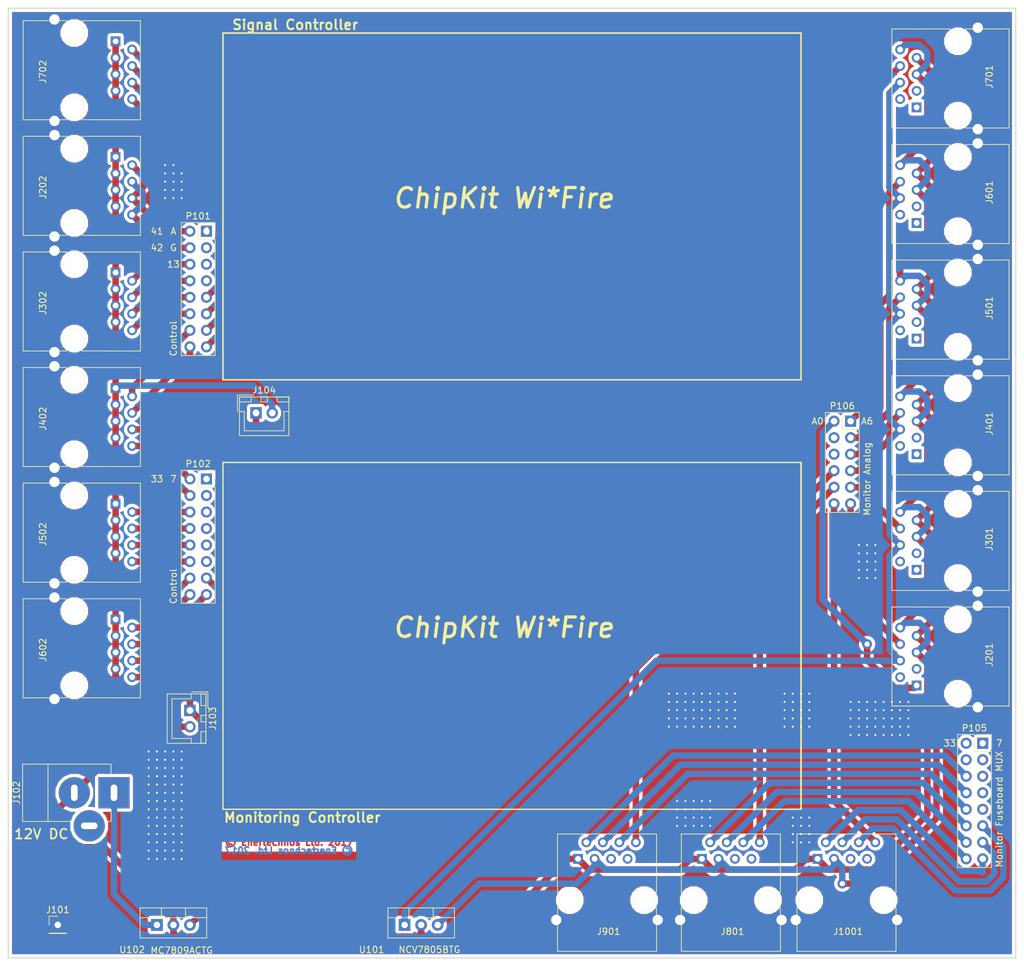
<source format=kicad_pcb>
(kicad_pcb (version 4) (host pcbnew 4.0.7)

  (general
    (links 325)
    (no_connects 1)
    (area 43.104999 18.974999 198.195001 165.175001)
    (thickness 1.6)
    (drawings 26)
    (tracks 344)
    (zones 0)
    (modules 261)
    (nets 47)
  )

  (page A4)
  (title_block
    (title "Breakout Board")
    (date 2018-01-04)
    (rev "Release 0.1")
    (company "Enertechnos Ltd.")
    (comment 1 "APPROVED for Prototype")
  )

  (layers
    (0 F.Cu signal)
    (31 B.Cu signal)
    (32 B.Adhes user)
    (33 F.Adhes user)
    (34 B.Paste user)
    (35 F.Paste user)
    (36 B.SilkS user)
    (37 F.SilkS user)
    (38 B.Mask user)
    (39 F.Mask user)
    (40 Dwgs.User user hide)
    (41 Cmts.User user)
    (42 Eco1.User user)
    (43 Eco2.User user)
    (44 Edge.Cuts user)
    (45 Margin user)
    (46 B.CrtYd user)
    (47 F.CrtYd user)
    (48 B.Fab user)
    (49 F.Fab user)
  )

  (setup
    (last_trace_width 1)
    (trace_clearance 0.4)
    (zone_clearance 0.508)
    (zone_45_only no)
    (trace_min 0.2)
    (segment_width 0.2)
    (edge_width 0.15)
    (via_size 1.5)
    (via_drill 0.8)
    (via_min_size 0.4)
    (via_min_drill 0.3)
    (uvia_size 0.3)
    (uvia_drill 0.1)
    (uvias_allowed no)
    (uvia_min_size 0.2)
    (uvia_min_drill 0.1)
    (pcb_text_width 0.3)
    (pcb_text_size 1.5 1.5)
    (mod_edge_width 0.15)
    (mod_text_size 1 1)
    (mod_text_width 0.15)
    (pad_size 0.6 0.6)
    (pad_drill 0.3)
    (pad_to_mask_clearance 0.2)
    (aux_axis_origin 43.18 165.1)
    (visible_elements 7FFFEF7F)
    (pcbplotparams
      (layerselection 0x010e0_80000001)
      (usegerberextensions false)
      (excludeedgelayer true)
      (linewidth 0.100000)
      (plotframeref false)
      (viasonmask false)
      (mode 1)
      (useauxorigin true)
      (hpglpennumber 1)
      (hpglpenspeed 20)
      (hpglpendiameter 15)
      (hpglpenoverlay 2)
      (psnegative false)
      (psa4output false)
      (plotreference true)
      (plotvalue true)
      (plotinvisibletext false)
      (padsonsilk false)
      (subtractmaskfromsilk false)
      (outputformat 1)
      (mirror false)
      (drillshape 0)
      (scaleselection 1)
      (outputdirectory Plot/))
  )

  (net 0 "")
  (net 1 ARD_TEMP_HB)
  (net 2 ARD_PWM_1)
  (net 3 ARD_PWM_3)
  (net 4 ARD_PWM_2)
  (net 5 ARD_PWM_4)
  (net 6 ARD_TEMP_A)
  (net 7 ARD_GND)
  (net 8 DC_IN)
  (net 9 ARD_PWM_5)
  (net 10 ARD_PWM_6)
  (net 11 ARD_PWM_7)
  (net 12 ARD_PWM_8)
  (net 13 ARD_HBRIDGE_A)
  (net 14 ARD_HBRIDGE_B)
  (net 15 ARD_PWM_9)
  (net 16 ARD_PWM_10)
  (net 17 ARD_PWM_11)
  (net 18 ARD_PWM_12)
  (net 19 ARD_PWM_13)
  (net 20 ARD_PWM_14)
  (net 21 ARD_PWM_15)
  (net 22 ARD_PWM_16)
  (net 23 ARD_TEMP_D)
  (net 24 ARD_TEMP_C)
  (net 25 ARD_TEMP_B)
  (net 26 FB1A)
  (net 27 FB1B)
  (net 28 FB1C)
  (net 29 ARD_VOLTS_1)
  (net 30 FB2A)
  (net 31 FB2B)
  (net 32 FB2C)
  (net 33 ARD_VOLTS_2)
  (net 34 FB3A)
  (net 35 FB3B)
  (net 36 FB3C)
  (net 37 ARD_VOLTS_3)
  (net 38 ARD_TEMP_E)
  (net 39 ARD_CUR_HB)
  (net 40 ARD_VCC)
  (net 41 ARD_PWM_17)
  (net 42 ARD_PWM_18)
  (net 43 ARD_PWM_19)
  (net 44 ARD_PWM_20)
  (net 45 ARD_VIN)
  (net 46 Earth)

  (net_class Default "This is the default net class."
    (clearance 0.4)
    (trace_width 1)
    (via_dia 1.5)
    (via_drill 0.8)
    (uvia_dia 0.3)
    (uvia_drill 0.1)
    (add_net ARD_CUR_HB)
    (add_net ARD_GND)
    (add_net ARD_HBRIDGE_A)
    (add_net ARD_HBRIDGE_B)
    (add_net ARD_PWM_1)
    (add_net ARD_PWM_10)
    (add_net ARD_PWM_11)
    (add_net ARD_PWM_12)
    (add_net ARD_PWM_13)
    (add_net ARD_PWM_14)
    (add_net ARD_PWM_15)
    (add_net ARD_PWM_16)
    (add_net ARD_PWM_17)
    (add_net ARD_PWM_18)
    (add_net ARD_PWM_19)
    (add_net ARD_PWM_2)
    (add_net ARD_PWM_20)
    (add_net ARD_PWM_3)
    (add_net ARD_PWM_4)
    (add_net ARD_PWM_5)
    (add_net ARD_PWM_6)
    (add_net ARD_PWM_7)
    (add_net ARD_PWM_8)
    (add_net ARD_PWM_9)
    (add_net ARD_TEMP_A)
    (add_net ARD_TEMP_B)
    (add_net ARD_TEMP_C)
    (add_net ARD_TEMP_D)
    (add_net ARD_TEMP_E)
    (add_net ARD_TEMP_HB)
    (add_net ARD_VCC)
    (add_net ARD_VIN)
    (add_net ARD_VOLTS_1)
    (add_net ARD_VOLTS_2)
    (add_net ARD_VOLTS_3)
    (add_net DC_IN)
    (add_net Earth)
    (add_net FB1A)
    (add_net FB1B)
    (add_net FB1C)
    (add_net FB2A)
    (add_net FB2B)
    (add_net FB2C)
    (add_net FB3A)
    (add_net FB3B)
    (add_net FB3C)
  )

  (module PartsLibraries:MicroVia (layer F.Cu) (tedit 5AC39D65) (tstamp 5AC3B3D1)
    (at 69.85 48.26 90)
    (fp_text reference REF** (at 0 -2.54 90) (layer F.SilkS) hide
      (effects (font (size 1 1) (thickness 0.15)))
    )
    (fp_text value MicroVia (at 0 2.54 90) (layer F.Fab) hide
      (effects (font (size 1 1) (thickness 0.15)))
    )
    (pad 1 thru_hole circle (at 0 0 90) (size 0.6 0.6) (drill 0.3) (layers *.Cu)
      (net 46 Earth) (zone_connect 2))
  )

  (module PartsLibraries:MicroVia (layer F.Cu) (tedit 5AC39D65) (tstamp 5AC3B3CD)
    (at 68.58 48.26 90)
    (fp_text reference REF** (at 0 -2.54 90) (layer F.SilkS) hide
      (effects (font (size 1 1) (thickness 0.15)))
    )
    (fp_text value MicroVia (at 0 2.54 90) (layer F.Fab) hide
      (effects (font (size 1 1) (thickness 0.15)))
    )
    (pad 1 thru_hole circle (at 0 0 90) (size 0.6 0.6) (drill 0.3) (layers *.Cu)
      (net 46 Earth) (zone_connect 2))
  )

  (module PartsLibraries:MicroVia (layer F.Cu) (tedit 5AC39D65) (tstamp 5AC3B3C9)
    (at 67.31 48.26 90)
    (fp_text reference REF** (at 0 -2.54 90) (layer F.SilkS) hide
      (effects (font (size 1 1) (thickness 0.15)))
    )
    (fp_text value MicroVia (at 0 2.54 90) (layer F.Fab) hide
      (effects (font (size 1 1) (thickness 0.15)))
    )
    (pad 1 thru_hole circle (at 0 0 90) (size 0.6 0.6) (drill 0.3) (layers *.Cu)
      (net 46 Earth) (zone_connect 2))
  )

  (module PartsLibraries:MicroVia (layer F.Cu) (tedit 5AC39D65) (tstamp 5AC3B3C5)
    (at 67.31 44.45 90)
    (fp_text reference REF** (at 0 -2.54 90) (layer F.SilkS) hide
      (effects (font (size 1 1) (thickness 0.15)))
    )
    (fp_text value MicroVia (at 0 2.54 90) (layer F.Fab) hide
      (effects (font (size 1 1) (thickness 0.15)))
    )
    (pad 1 thru_hole circle (at 0 0 90) (size 0.6 0.6) (drill 0.3) (layers *.Cu)
      (net 46 Earth) (zone_connect 2))
  )

  (module PartsLibraries:MicroVia (layer F.Cu) (tedit 5AC39D65) (tstamp 5AC3B3C1)
    (at 67.31 43.18 90)
    (fp_text reference REF** (at 0 -2.54 90) (layer F.SilkS) hide
      (effects (font (size 1 1) (thickness 0.15)))
    )
    (fp_text value MicroVia (at 0 2.54 90) (layer F.Fab) hide
      (effects (font (size 1 1) (thickness 0.15)))
    )
    (pad 1 thru_hole circle (at 0 0 90) (size 0.6 0.6) (drill 0.3) (layers *.Cu)
      (net 46 Earth) (zone_connect 2))
  )

  (module PartsLibraries:MicroVia (layer F.Cu) (tedit 5AC39D65) (tstamp 5AC3B3BD)
    (at 68.58 44.45 90)
    (fp_text reference REF** (at 0 -2.54 90) (layer F.SilkS) hide
      (effects (font (size 1 1) (thickness 0.15)))
    )
    (fp_text value MicroVia (at 0 2.54 90) (layer F.Fab) hide
      (effects (font (size 1 1) (thickness 0.15)))
    )
    (pad 1 thru_hole circle (at 0 0 90) (size 0.6 0.6) (drill 0.3) (layers *.Cu)
      (net 46 Earth) (zone_connect 2))
  )

  (module PartsLibraries:MicroVia (layer F.Cu) (tedit 5AC39D65) (tstamp 5AC3B3B9)
    (at 68.58 43.18 90)
    (fp_text reference REF** (at 0 -2.54 90) (layer F.SilkS) hide
      (effects (font (size 1 1) (thickness 0.15)))
    )
    (fp_text value MicroVia (at 0 2.54 90) (layer F.Fab) hide
      (effects (font (size 1 1) (thickness 0.15)))
    )
    (pad 1 thru_hole circle (at 0 0 90) (size 0.6 0.6) (drill 0.3) (layers *.Cu)
      (net 46 Earth) (zone_connect 2))
  )

  (module PartsLibraries:MicroVia (layer F.Cu) (tedit 5AC39D65) (tstamp 5AC3B3B1)
    (at 69.85 44.45 90)
    (fp_text reference REF** (at 0 -2.54 90) (layer F.SilkS) hide
      (effects (font (size 1 1) (thickness 0.15)))
    )
    (fp_text value MicroVia (at 0 2.54 90) (layer F.Fab) hide
      (effects (font (size 1 1) (thickness 0.15)))
    )
    (pad 1 thru_hole circle (at 0 0 90) (size 0.6 0.6) (drill 0.3) (layers *.Cu)
      (net 46 Earth) (zone_connect 2))
  )

  (module PartsLibraries:MicroVia (layer F.Cu) (tedit 5AC39D65) (tstamp 5AC3B3AD)
    (at 68.58 45.72 90)
    (fp_text reference REF** (at 0 -2.54 90) (layer F.SilkS) hide
      (effects (font (size 1 1) (thickness 0.15)))
    )
    (fp_text value MicroVia (at 0 2.54 90) (layer F.Fab) hide
      (effects (font (size 1 1) (thickness 0.15)))
    )
    (pad 1 thru_hole circle (at 0 0 90) (size 0.6 0.6) (drill 0.3) (layers *.Cu)
      (net 46 Earth) (zone_connect 2))
  )

  (module PartsLibraries:MicroVia (layer F.Cu) (tedit 5AC39D65) (tstamp 5AC3B3A9)
    (at 68.58 46.99 90)
    (fp_text reference REF** (at 0 -2.54 90) (layer F.SilkS) hide
      (effects (font (size 1 1) (thickness 0.15)))
    )
    (fp_text value MicroVia (at 0 2.54 90) (layer F.Fab) hide
      (effects (font (size 1 1) (thickness 0.15)))
    )
    (pad 1 thru_hole circle (at 0 0 90) (size 0.6 0.6) (drill 0.3) (layers *.Cu)
      (net 46 Earth) (zone_connect 2))
  )

  (module PartsLibraries:MicroVia (layer F.Cu) (tedit 5AC39D65) (tstamp 5AC3B3A5)
    (at 67.31 45.72 90)
    (fp_text reference REF** (at 0 -2.54 90) (layer F.SilkS) hide
      (effects (font (size 1 1) (thickness 0.15)))
    )
    (fp_text value MicroVia (at 0 2.54 90) (layer F.Fab) hide
      (effects (font (size 1 1) (thickness 0.15)))
    )
    (pad 1 thru_hole circle (at 0 0 90) (size 0.6 0.6) (drill 0.3) (layers *.Cu)
      (net 46 Earth) (zone_connect 2))
  )

  (module PartsLibraries:MicroVia (layer F.Cu) (tedit 5AC39D65) (tstamp 5AC3B3A1)
    (at 67.31 46.99 90)
    (fp_text reference REF** (at 0 -2.54 90) (layer F.SilkS) hide
      (effects (font (size 1 1) (thickness 0.15)))
    )
    (fp_text value MicroVia (at 0 2.54 90) (layer F.Fab) hide
      (effects (font (size 1 1) (thickness 0.15)))
    )
    (pad 1 thru_hole circle (at 0 0 90) (size 0.6 0.6) (drill 0.3) (layers *.Cu)
      (net 46 Earth) (zone_connect 2))
  )

  (module PartsLibraries:MicroVia (layer F.Cu) (tedit 5AC39D65) (tstamp 5AC3B39D)
    (at 69.85 46.99 90)
    (fp_text reference REF** (at 0 -2.54 90) (layer F.SilkS) hide
      (effects (font (size 1 1) (thickness 0.15)))
    )
    (fp_text value MicroVia (at 0 2.54 90) (layer F.Fab) hide
      (effects (font (size 1 1) (thickness 0.15)))
    )
    (pad 1 thru_hole circle (at 0 0 90) (size 0.6 0.6) (drill 0.3) (layers *.Cu)
      (net 46 Earth) (zone_connect 2))
  )

  (module PartsLibraries:MicroVia (layer F.Cu) (tedit 5AC39D65) (tstamp 5AC3B399)
    (at 69.85 45.72 90)
    (fp_text reference REF** (at 0 -2.54 90) (layer F.SilkS) hide
      (effects (font (size 1 1) (thickness 0.15)))
    )
    (fp_text value MicroVia (at 0 2.54 90) (layer F.Fab) hide
      (effects (font (size 1 1) (thickness 0.15)))
    )
    (pad 1 thru_hole circle (at 0 0 90) (size 0.6 0.6) (drill 0.3) (layers *.Cu)
      (net 46 Earth) (zone_connect 2))
  )

  (module PartsLibraries:MicroVia (layer F.Cu) (tedit 5AC39D65) (tstamp 5AC3B35D)
    (at 165.1 143.51 270)
    (fp_text reference REF** (at 0 -2.54 270) (layer F.SilkS) hide
      (effects (font (size 1 1) (thickness 0.15)))
    )
    (fp_text value MicroVia (at 0 2.54 270) (layer F.Fab) hide
      (effects (font (size 1 1) (thickness 0.15)))
    )
    (pad 1 thru_hole circle (at 0 0 270) (size 0.6 0.6) (drill 0.3) (layers *.Cu)
      (net 46 Earth) (zone_connect 2))
  )

  (module PartsLibraries:MicroVia (layer F.Cu) (tedit 5AC39D65) (tstamp 5AC3B359)
    (at 165.1 144.78 270)
    (fp_text reference REF** (at 0 -2.54 270) (layer F.SilkS) hide
      (effects (font (size 1 1) (thickness 0.15)))
    )
    (fp_text value MicroVia (at 0 2.54 270) (layer F.Fab) hide
      (effects (font (size 1 1) (thickness 0.15)))
    )
    (pad 1 thru_hole circle (at 0 0 270) (size 0.6 0.6) (drill 0.3) (layers *.Cu)
      (net 46 Earth) (zone_connect 2))
  )

  (module PartsLibraries:MicroVia (layer F.Cu) (tedit 5AC39D65) (tstamp 5AC3B355)
    (at 163.83 143.51 270)
    (fp_text reference REF** (at 0 -2.54 270) (layer F.SilkS) hide
      (effects (font (size 1 1) (thickness 0.15)))
    )
    (fp_text value MicroVia (at 0 2.54 270) (layer F.Fab) hide
      (effects (font (size 1 1) (thickness 0.15)))
    )
    (pad 1 thru_hole circle (at 0 0 270) (size 0.6 0.6) (drill 0.3) (layers *.Cu)
      (net 46 Earth) (zone_connect 2))
  )

  (module PartsLibraries:MicroVia (layer F.Cu) (tedit 5AC39D65) (tstamp 5AC3B351)
    (at 163.83 144.78 270)
    (fp_text reference REF** (at 0 -2.54 270) (layer F.SilkS) hide
      (effects (font (size 1 1) (thickness 0.15)))
    )
    (fp_text value MicroVia (at 0 2.54 270) (layer F.Fab) hide
      (effects (font (size 1 1) (thickness 0.15)))
    )
    (pad 1 thru_hole circle (at 0 0 270) (size 0.6 0.6) (drill 0.3) (layers *.Cu)
      (net 46 Earth) (zone_connect 2))
  )

  (module PartsLibraries:MicroVia (layer F.Cu) (tedit 5AC39D65) (tstamp 5AC3B34D)
    (at 165.1 147.32 270)
    (fp_text reference REF** (at 0 -2.54 270) (layer F.SilkS) hide
      (effects (font (size 1 1) (thickness 0.15)))
    )
    (fp_text value MicroVia (at 0 2.54 270) (layer F.Fab) hide
      (effects (font (size 1 1) (thickness 0.15)))
    )
    (pad 1 thru_hole circle (at 0 0 270) (size 0.6 0.6) (drill 0.3) (layers *.Cu)
      (net 46 Earth) (zone_connect 2))
  )

  (module PartsLibraries:MicroVia (layer F.Cu) (tedit 5AC39D65) (tstamp 5AC3B349)
    (at 166.37 147.32 270)
    (fp_text reference REF** (at 0 -2.54 270) (layer F.SilkS) hide
      (effects (font (size 1 1) (thickness 0.15)))
    )
    (fp_text value MicroVia (at 0 2.54 270) (layer F.Fab) hide
      (effects (font (size 1 1) (thickness 0.15)))
    )
    (pad 1 thru_hole circle (at 0 0 270) (size 0.6 0.6) (drill 0.3) (layers *.Cu)
      (net 46 Earth) (zone_connect 2))
  )

  (module PartsLibraries:MicroVia (layer F.Cu) (tedit 5AC39D65) (tstamp 5AC3B345)
    (at 165.1 146.05 270)
    (fp_text reference REF** (at 0 -2.54 270) (layer F.SilkS) hide
      (effects (font (size 1 1) (thickness 0.15)))
    )
    (fp_text value MicroVia (at 0 2.54 270) (layer F.Fab) hide
      (effects (font (size 1 1) (thickness 0.15)))
    )
    (pad 1 thru_hole circle (at 0 0 270) (size 0.6 0.6) (drill 0.3) (layers *.Cu)
      (net 46 Earth) (zone_connect 2))
  )

  (module PartsLibraries:MicroVia (layer F.Cu) (tedit 5AC39D65) (tstamp 5AC3B341)
    (at 166.37 146.05 270)
    (fp_text reference REF** (at 0 -2.54 270) (layer F.SilkS) hide
      (effects (font (size 1 1) (thickness 0.15)))
    )
    (fp_text value MicroVia (at 0 2.54 270) (layer F.Fab) hide
      (effects (font (size 1 1) (thickness 0.15)))
    )
    (pad 1 thru_hole circle (at 0 0 270) (size 0.6 0.6) (drill 0.3) (layers *.Cu)
      (net 46 Earth) (zone_connect 2))
  )

  (module PartsLibraries:MicroVia (layer F.Cu) (tedit 5AC39D65) (tstamp 5AC3B33D)
    (at 163.83 147.32 270)
    (fp_text reference REF** (at 0 -2.54 270) (layer F.SilkS) hide
      (effects (font (size 1 1) (thickness 0.15)))
    )
    (fp_text value MicroVia (at 0 2.54 270) (layer F.Fab) hide
      (effects (font (size 1 1) (thickness 0.15)))
    )
    (pad 1 thru_hole circle (at 0 0 270) (size 0.6 0.6) (drill 0.3) (layers *.Cu)
      (net 46 Earth) (zone_connect 2))
  )

  (module PartsLibraries:MicroVia (layer F.Cu) (tedit 5AC39D65) (tstamp 5AC3B339)
    (at 163.83 146.05 270)
    (fp_text reference REF** (at 0 -2.54 270) (layer F.SilkS) hide
      (effects (font (size 1 1) (thickness 0.15)))
    )
    (fp_text value MicroVia (at 0 2.54 270) (layer F.Fab) hide
      (effects (font (size 1 1) (thickness 0.15)))
    )
    (pad 1 thru_hole circle (at 0 0 270) (size 0.6 0.6) (drill 0.3) (layers *.Cu)
      (net 46 Earth) (zone_connect 2))
  )

  (module PartsLibraries:MicroVia (layer F.Cu) (tedit 5AC39D65) (tstamp 5AC3B335)
    (at 166.37 144.78 270)
    (fp_text reference REF** (at 0 -2.54 270) (layer F.SilkS) hide
      (effects (font (size 1 1) (thickness 0.15)))
    )
    (fp_text value MicroVia (at 0 2.54 270) (layer F.Fab) hide
      (effects (font (size 1 1) (thickness 0.15)))
    )
    (pad 1 thru_hole circle (at 0 0 270) (size 0.6 0.6) (drill 0.3) (layers *.Cu)
      (net 46 Earth) (zone_connect 2))
  )

  (module PartsLibraries:MicroVia (layer F.Cu) (tedit 5AC39D65) (tstamp 5AC3B331)
    (at 166.37 143.51 270)
    (fp_text reference REF** (at 0 -2.54 270) (layer F.SilkS) hide
      (effects (font (size 1 1) (thickness 0.15)))
    )
    (fp_text value MicroVia (at 0 2.54 270) (layer F.Fab) hide
      (effects (font (size 1 1) (thickness 0.15)))
    )
    (pad 1 thru_hole circle (at 0 0 270) (size 0.6 0.6) (drill 0.3) (layers *.Cu)
      (net 46 Earth) (zone_connect 2))
  )

  (module PartsLibraries:MicroVia (layer F.Cu) (tedit 5AC39D65) (tstamp 5AC3B32B)
    (at 146.05 143.51 180)
    (fp_text reference REF** (at 0 -2.54 180) (layer F.SilkS) hide
      (effects (font (size 1 1) (thickness 0.15)))
    )
    (fp_text value MicroVia (at 0 2.54 180) (layer F.Fab) hide
      (effects (font (size 1 1) (thickness 0.15)))
    )
    (pad 1 thru_hole circle (at 0 0 180) (size 0.6 0.6) (drill 0.3) (layers *.Cu)
      (net 46 Earth) (zone_connect 2))
  )

  (module PartsLibraries:MicroVia (layer F.Cu) (tedit 5AC39D65) (tstamp 5AC3B327)
    (at 147.32 143.51 180)
    (fp_text reference REF** (at 0 -2.54 180) (layer F.SilkS) hide
      (effects (font (size 1 1) (thickness 0.15)))
    )
    (fp_text value MicroVia (at 0 2.54 180) (layer F.Fab) hide
      (effects (font (size 1 1) (thickness 0.15)))
    )
    (pad 1 thru_hole circle (at 0 0 180) (size 0.6 0.6) (drill 0.3) (layers *.Cu)
      (net 46 Earth) (zone_connect 2))
  )

  (module PartsLibraries:MicroVia (layer F.Cu) (tedit 5AC39D65) (tstamp 5AC3B323)
    (at 146.05 144.78 180)
    (fp_text reference REF** (at 0 -2.54 180) (layer F.SilkS) hide
      (effects (font (size 1 1) (thickness 0.15)))
    )
    (fp_text value MicroVia (at 0 2.54 180) (layer F.Fab) hide
      (effects (font (size 1 1) (thickness 0.15)))
    )
    (pad 1 thru_hole circle (at 0 0 180) (size 0.6 0.6) (drill 0.3) (layers *.Cu)
      (net 46 Earth) (zone_connect 2))
  )

  (module PartsLibraries:MicroVia (layer F.Cu) (tedit 5AC39D65) (tstamp 5AC3B31F)
    (at 147.32 144.78 180)
    (fp_text reference REF** (at 0 -2.54 180) (layer F.SilkS) hide
      (effects (font (size 1 1) (thickness 0.15)))
    )
    (fp_text value MicroVia (at 0 2.54 180) (layer F.Fab) hide
      (effects (font (size 1 1) (thickness 0.15)))
    )
    (pad 1 thru_hole circle (at 0 0 180) (size 0.6 0.6) (drill 0.3) (layers *.Cu)
      (net 46 Earth) (zone_connect 2))
  )

  (module PartsLibraries:MicroVia (layer F.Cu) (tedit 5AC39D65) (tstamp 5AC3B31B)
    (at 147.32 142.24 180)
    (fp_text reference REF** (at 0 -2.54 180) (layer F.SilkS) hide
      (effects (font (size 1 1) (thickness 0.15)))
    )
    (fp_text value MicroVia (at 0 2.54 180) (layer F.Fab) hide
      (effects (font (size 1 1) (thickness 0.15)))
    )
    (pad 1 thru_hole circle (at 0 0 180) (size 0.6 0.6) (drill 0.3) (layers *.Cu)
      (net 46 Earth) (zone_connect 2))
  )

  (module PartsLibraries:MicroVia (layer F.Cu) (tedit 5AC39D65) (tstamp 5AC3B317)
    (at 147.32 140.97 180)
    (fp_text reference REF** (at 0 -2.54 180) (layer F.SilkS) hide
      (effects (font (size 1 1) (thickness 0.15)))
    )
    (fp_text value MicroVia (at 0 2.54 180) (layer F.Fab) hide
      (effects (font (size 1 1) (thickness 0.15)))
    )
    (pad 1 thru_hole circle (at 0 0 180) (size 0.6 0.6) (drill 0.3) (layers *.Cu)
      (net 46 Earth) (zone_connect 2))
  )

  (module PartsLibraries:MicroVia (layer F.Cu) (tedit 5AC39D65) (tstamp 5AC3B313)
    (at 146.05 140.97 180)
    (fp_text reference REF** (at 0 -2.54 180) (layer F.SilkS) hide
      (effects (font (size 1 1) (thickness 0.15)))
    )
    (fp_text value MicroVia (at 0 2.54 180) (layer F.Fab) hide
      (effects (font (size 1 1) (thickness 0.15)))
    )
    (pad 1 thru_hole circle (at 0 0 180) (size 0.6 0.6) (drill 0.3) (layers *.Cu)
      (net 46 Earth) (zone_connect 2))
  )

  (module PartsLibraries:MicroVia (layer F.Cu) (tedit 5AC39D65) (tstamp 5AC3B30F)
    (at 146.05 142.24 180)
    (fp_text reference REF** (at 0 -2.54 180) (layer F.SilkS) hide
      (effects (font (size 1 1) (thickness 0.15)))
    )
    (fp_text value MicroVia (at 0 2.54 180) (layer F.Fab) hide
      (effects (font (size 1 1) (thickness 0.15)))
    )
    (pad 1 thru_hole circle (at 0 0 180) (size 0.6 0.6) (drill 0.3) (layers *.Cu)
      (net 46 Earth) (zone_connect 2))
  )

  (module PartsLibraries:MicroVia (layer F.Cu) (tedit 5AC39D65) (tstamp 5AC3B30B)
    (at 149.86 144.78 180)
    (fp_text reference REF** (at 0 -2.54 180) (layer F.SilkS) hide
      (effects (font (size 1 1) (thickness 0.15)))
    )
    (fp_text value MicroVia (at 0 2.54 180) (layer F.Fab) hide
      (effects (font (size 1 1) (thickness 0.15)))
    )
    (pad 1 thru_hole circle (at 0 0 180) (size 0.6 0.6) (drill 0.3) (layers *.Cu)
      (net 46 Earth) (zone_connect 2))
  )

  (module PartsLibraries:MicroVia (layer F.Cu) (tedit 5AC39D65) (tstamp 5AC3B307)
    (at 148.59 144.78 180)
    (fp_text reference REF** (at 0 -2.54 180) (layer F.SilkS) hide
      (effects (font (size 1 1) (thickness 0.15)))
    )
    (fp_text value MicroVia (at 0 2.54 180) (layer F.Fab) hide
      (effects (font (size 1 1) (thickness 0.15)))
    )
    (pad 1 thru_hole circle (at 0 0 180) (size 0.6 0.6) (drill 0.3) (layers *.Cu)
      (net 46 Earth) (zone_connect 2))
  )

  (module PartsLibraries:MicroVia (layer F.Cu) (tedit 5AC39D65) (tstamp 5AC3B303)
    (at 149.86 143.51 180)
    (fp_text reference REF** (at 0 -2.54 180) (layer F.SilkS) hide
      (effects (font (size 1 1) (thickness 0.15)))
    )
    (fp_text value MicroVia (at 0 2.54 180) (layer F.Fab) hide
      (effects (font (size 1 1) (thickness 0.15)))
    )
    (pad 1 thru_hole circle (at 0 0 180) (size 0.6 0.6) (drill 0.3) (layers *.Cu)
      (net 46 Earth) (zone_connect 2))
  )

  (module PartsLibraries:MicroVia (layer F.Cu) (tedit 5AC39D65) (tstamp 5AC3B2FF)
    (at 148.59 143.51 180)
    (fp_text reference REF** (at 0 -2.54 180) (layer F.SilkS) hide
      (effects (font (size 1 1) (thickness 0.15)))
    )
    (fp_text value MicroVia (at 0 2.54 180) (layer F.Fab) hide
      (effects (font (size 1 1) (thickness 0.15)))
    )
    (pad 1 thru_hole circle (at 0 0 180) (size 0.6 0.6) (drill 0.3) (layers *.Cu)
      (net 46 Earth) (zone_connect 2))
  )

  (module PartsLibraries:MicroVia (layer F.Cu) (tedit 5AC39D65) (tstamp 5AC3B2FB)
    (at 151.13 142.24 180)
    (fp_text reference REF** (at 0 -2.54 180) (layer F.SilkS) hide
      (effects (font (size 1 1) (thickness 0.15)))
    )
    (fp_text value MicroVia (at 0 2.54 180) (layer F.Fab) hide
      (effects (font (size 1 1) (thickness 0.15)))
    )
    (pad 1 thru_hole circle (at 0 0 180) (size 0.6 0.6) (drill 0.3) (layers *.Cu)
      (net 46 Earth) (zone_connect 2))
  )

  (module PartsLibraries:MicroVia (layer F.Cu) (tedit 5AC39D65) (tstamp 5AC3B2F7)
    (at 151.13 140.97 180)
    (fp_text reference REF** (at 0 -2.54 180) (layer F.SilkS) hide
      (effects (font (size 1 1) (thickness 0.15)))
    )
    (fp_text value MicroVia (at 0 2.54 180) (layer F.Fab) hide
      (effects (font (size 1 1) (thickness 0.15)))
    )
    (pad 1 thru_hole circle (at 0 0 180) (size 0.6 0.6) (drill 0.3) (layers *.Cu)
      (net 46 Earth) (zone_connect 2))
  )

  (module PartsLibraries:MicroVia (layer F.Cu) (tedit 5AC39D65) (tstamp 5AC3B2F3)
    (at 151.13 143.51 180)
    (fp_text reference REF** (at 0 -2.54 180) (layer F.SilkS) hide
      (effects (font (size 1 1) (thickness 0.15)))
    )
    (fp_text value MicroVia (at 0 2.54 180) (layer F.Fab) hide
      (effects (font (size 1 1) (thickness 0.15)))
    )
    (pad 1 thru_hole circle (at 0 0 180) (size 0.6 0.6) (drill 0.3) (layers *.Cu)
      (net 46 Earth) (zone_connect 2))
  )

  (module PartsLibraries:MicroVia (layer F.Cu) (tedit 5AC39D65) (tstamp 5AC3B2EF)
    (at 151.13 144.78 180)
    (fp_text reference REF** (at 0 -2.54 180) (layer F.SilkS) hide
      (effects (font (size 1 1) (thickness 0.15)))
    )
    (fp_text value MicroVia (at 0 2.54 180) (layer F.Fab) hide
      (effects (font (size 1 1) (thickness 0.15)))
    )
    (pad 1 thru_hole circle (at 0 0 180) (size 0.6 0.6) (drill 0.3) (layers *.Cu)
      (net 46 Earth) (zone_connect 2))
  )

  (module PartsLibraries:MicroVia (layer F.Cu) (tedit 5AC39D65) (tstamp 5AC3B2EB)
    (at 149.86 140.97 180)
    (fp_text reference REF** (at 0 -2.54 180) (layer F.SilkS) hide
      (effects (font (size 1 1) (thickness 0.15)))
    )
    (fp_text value MicroVia (at 0 2.54 180) (layer F.Fab) hide
      (effects (font (size 1 1) (thickness 0.15)))
    )
    (pad 1 thru_hole circle (at 0 0 180) (size 0.6 0.6) (drill 0.3) (layers *.Cu)
      (net 46 Earth) (zone_connect 2))
  )

  (module PartsLibraries:MicroVia (layer F.Cu) (tedit 5AC39D65) (tstamp 5AC3B2E7)
    (at 149.86 142.24 180)
    (fp_text reference REF** (at 0 -2.54 180) (layer F.SilkS) hide
      (effects (font (size 1 1) (thickness 0.15)))
    )
    (fp_text value MicroVia (at 0 2.54 180) (layer F.Fab) hide
      (effects (font (size 1 1) (thickness 0.15)))
    )
    (pad 1 thru_hole circle (at 0 0 180) (size 0.6 0.6) (drill 0.3) (layers *.Cu)
      (net 46 Earth) (zone_connect 2))
  )

  (module PartsLibraries:MicroVia (layer F.Cu) (tedit 5AC39D65) (tstamp 5AC3B2E3)
    (at 148.59 140.97 180)
    (fp_text reference REF** (at 0 -2.54 180) (layer F.SilkS) hide
      (effects (font (size 1 1) (thickness 0.15)))
    )
    (fp_text value MicroVia (at 0 2.54 180) (layer F.Fab) hide
      (effects (font (size 1 1) (thickness 0.15)))
    )
    (pad 1 thru_hole circle (at 0 0 180) (size 0.6 0.6) (drill 0.3) (layers *.Cu)
      (net 46 Earth) (zone_connect 2))
  )

  (module PartsLibraries:MicroVia (layer F.Cu) (tedit 5AC39D65) (tstamp 5AC3B2DF)
    (at 148.59 142.24 180)
    (fp_text reference REF** (at 0 -2.54 180) (layer F.SilkS) hide
      (effects (font (size 1 1) (thickness 0.15)))
    )
    (fp_text value MicroVia (at 0 2.54 180) (layer F.Fab) hide
      (effects (font (size 1 1) (thickness 0.15)))
    )
    (pad 1 thru_hole circle (at 0 0 180) (size 0.6 0.6) (drill 0.3) (layers *.Cu)
      (net 46 Earth) (zone_connect 2))
  )

  (module PartsLibraries:MicroVia (layer F.Cu) (tedit 5AC39D65) (tstamp 5AC3B2C8)
    (at 176.53 102.87 90)
    (fp_text reference REF** (at 0 -2.54 90) (layer F.SilkS) hide
      (effects (font (size 1 1) (thickness 0.15)))
    )
    (fp_text value MicroVia (at 0 2.54 90) (layer F.Fab) hide
      (effects (font (size 1 1) (thickness 0.15)))
    )
    (pad 1 thru_hole circle (at 0 0 90) (size 0.6 0.6) (drill 0.3) (layers *.Cu)
      (net 46 Earth) (zone_connect 2))
  )

  (module PartsLibraries:MicroVia (layer F.Cu) (tedit 5AC39D65) (tstamp 5AC3B2C4)
    (at 176.53 105.41 90)
    (fp_text reference REF** (at 0 -2.54 90) (layer F.SilkS) hide
      (effects (font (size 1 1) (thickness 0.15)))
    )
    (fp_text value MicroVia (at 0 2.54 90) (layer F.Fab) hide
      (effects (font (size 1 1) (thickness 0.15)))
    )
    (pad 1 thru_hole circle (at 0 0 90) (size 0.6 0.6) (drill 0.3) (layers *.Cu)
      (net 46 Earth) (zone_connect 2))
  )

  (module PartsLibraries:MicroVia (layer F.Cu) (tedit 5AC39D65) (tstamp 5AC3B2C0)
    (at 176.53 104.14 90)
    (fp_text reference REF** (at 0 -2.54 90) (layer F.SilkS) hide
      (effects (font (size 1 1) (thickness 0.15)))
    )
    (fp_text value MicroVia (at 0 2.54 90) (layer F.Fab) hide
      (effects (font (size 1 1) (thickness 0.15)))
    )
    (pad 1 thru_hole circle (at 0 0 90) (size 0.6 0.6) (drill 0.3) (layers *.Cu)
      (net 46 Earth) (zone_connect 2))
  )

  (module PartsLibraries:MicroVia (layer F.Cu) (tedit 5AC39D65) (tstamp 5AC3B2BC)
    (at 176.53 106.68 90)
    (fp_text reference REF** (at 0 -2.54 90) (layer F.SilkS) hide
      (effects (font (size 1 1) (thickness 0.15)))
    )
    (fp_text value MicroVia (at 0 2.54 90) (layer F.Fab) hide
      (effects (font (size 1 1) (thickness 0.15)))
    )
    (pad 1 thru_hole circle (at 0 0 90) (size 0.6 0.6) (drill 0.3) (layers *.Cu)
      (net 46 Earth) (zone_connect 2))
  )

  (module PartsLibraries:MicroVia (layer F.Cu) (tedit 5AC39D65) (tstamp 5AC3B2B8)
    (at 173.99 101.6 90)
    (fp_text reference REF** (at 0 -2.54 90) (layer F.SilkS) hide
      (effects (font (size 1 1) (thickness 0.15)))
    )
    (fp_text value MicroVia (at 0 2.54 90) (layer F.Fab) hide
      (effects (font (size 1 1) (thickness 0.15)))
    )
    (pad 1 thru_hole circle (at 0 0 90) (size 0.6 0.6) (drill 0.3) (layers *.Cu)
      (net 46 Earth) (zone_connect 2))
  )

  (module PartsLibraries:MicroVia (layer F.Cu) (tedit 5AC39D65) (tstamp 5AC3B2B4)
    (at 176.53 101.6 90)
    (fp_text reference REF** (at 0 -2.54 90) (layer F.SilkS) hide
      (effects (font (size 1 1) (thickness 0.15)))
    )
    (fp_text value MicroVia (at 0 2.54 90) (layer F.Fab) hide
      (effects (font (size 1 1) (thickness 0.15)))
    )
    (pad 1 thru_hole circle (at 0 0 90) (size 0.6 0.6) (drill 0.3) (layers *.Cu)
      (net 46 Earth) (zone_connect 2))
  )

  (module PartsLibraries:MicroVia (layer F.Cu) (tedit 5AC39D65) (tstamp 5AC3B2B0)
    (at 175.26 101.6 90)
    (fp_text reference REF** (at 0 -2.54 90) (layer F.SilkS) hide
      (effects (font (size 1 1) (thickness 0.15)))
    )
    (fp_text value MicroVia (at 0 2.54 90) (layer F.Fab) hide
      (effects (font (size 1 1) (thickness 0.15)))
    )
    (pad 1 thru_hole circle (at 0 0 90) (size 0.6 0.6) (drill 0.3) (layers *.Cu)
      (net 46 Earth) (zone_connect 2))
  )

  (module PartsLibraries:MicroVia (layer F.Cu) (tedit 5AC39D65) (tstamp 5AC3B2AC)
    (at 175.26 104.14 90)
    (fp_text reference REF** (at 0 -2.54 90) (layer F.SilkS) hide
      (effects (font (size 1 1) (thickness 0.15)))
    )
    (fp_text value MicroVia (at 0 2.54 90) (layer F.Fab) hide
      (effects (font (size 1 1) (thickness 0.15)))
    )
    (pad 1 thru_hole circle (at 0 0 90) (size 0.6 0.6) (drill 0.3) (layers *.Cu)
      (net 46 Earth) (zone_connect 2))
  )

  (module PartsLibraries:MicroVia (layer F.Cu) (tedit 5AC39D65) (tstamp 5AC3B2A8)
    (at 175.26 102.87 90)
    (fp_text reference REF** (at 0 -2.54 90) (layer F.SilkS) hide
      (effects (font (size 1 1) (thickness 0.15)))
    )
    (fp_text value MicroVia (at 0 2.54 90) (layer F.Fab) hide
      (effects (font (size 1 1) (thickness 0.15)))
    )
    (pad 1 thru_hole circle (at 0 0 90) (size 0.6 0.6) (drill 0.3) (layers *.Cu)
      (net 46 Earth) (zone_connect 2))
  )

  (module PartsLibraries:MicroVia (layer F.Cu) (tedit 5AC39D65) (tstamp 5AC3B2A4)
    (at 173.99 105.41 90)
    (fp_text reference REF** (at 0 -2.54 90) (layer F.SilkS) hide
      (effects (font (size 1 1) (thickness 0.15)))
    )
    (fp_text value MicroVia (at 0 2.54 90) (layer F.Fab) hide
      (effects (font (size 1 1) (thickness 0.15)))
    )
    (pad 1 thru_hole circle (at 0 0 90) (size 0.6 0.6) (drill 0.3) (layers *.Cu)
      (net 46 Earth) (zone_connect 2))
  )

  (module PartsLibraries:MicroVia (layer F.Cu) (tedit 5AC39D65) (tstamp 5AC3B2A0)
    (at 173.99 102.87 90)
    (fp_text reference REF** (at 0 -2.54 90) (layer F.SilkS) hide
      (effects (font (size 1 1) (thickness 0.15)))
    )
    (fp_text value MicroVia (at 0 2.54 90) (layer F.Fab) hide
      (effects (font (size 1 1) (thickness 0.15)))
    )
    (pad 1 thru_hole circle (at 0 0 90) (size 0.6 0.6) (drill 0.3) (layers *.Cu)
      (net 46 Earth) (zone_connect 2))
  )

  (module PartsLibraries:MicroVia (layer F.Cu) (tedit 5AC39D65) (tstamp 5AC3B29C)
    (at 175.26 105.41 90)
    (fp_text reference REF** (at 0 -2.54 90) (layer F.SilkS) hide
      (effects (font (size 1 1) (thickness 0.15)))
    )
    (fp_text value MicroVia (at 0 2.54 90) (layer F.Fab) hide
      (effects (font (size 1 1) (thickness 0.15)))
    )
    (pad 1 thru_hole circle (at 0 0 90) (size 0.6 0.6) (drill 0.3) (layers *.Cu)
      (net 46 Earth) (zone_connect 2))
  )

  (module PartsLibraries:MicroVia (layer F.Cu) (tedit 5AC39D65) (tstamp 5AC3B298)
    (at 173.99 104.14 90)
    (fp_text reference REF** (at 0 -2.54 90) (layer F.SilkS) hide
      (effects (font (size 1 1) (thickness 0.15)))
    )
    (fp_text value MicroVia (at 0 2.54 90) (layer F.Fab) hide
      (effects (font (size 1 1) (thickness 0.15)))
    )
    (pad 1 thru_hole circle (at 0 0 90) (size 0.6 0.6) (drill 0.3) (layers *.Cu)
      (net 46 Earth) (zone_connect 2))
  )

  (module PartsLibraries:MicroVia (layer F.Cu) (tedit 5AC39D65) (tstamp 5AC3B294)
    (at 173.99 106.68 90)
    (fp_text reference REF** (at 0 -2.54 90) (layer F.SilkS) hide
      (effects (font (size 1 1) (thickness 0.15)))
    )
    (fp_text value MicroVia (at 0 2.54 90) (layer F.Fab) hide
      (effects (font (size 1 1) (thickness 0.15)))
    )
    (pad 1 thru_hole circle (at 0 0 90) (size 0.6 0.6) (drill 0.3) (layers *.Cu)
      (net 46 Earth) (zone_connect 2))
  )

  (module PartsLibraries:MicroVia (layer F.Cu) (tedit 5AC39D65) (tstamp 5AC3B290)
    (at 175.26 106.68 90)
    (fp_text reference REF** (at 0 -2.54 90) (layer F.SilkS) hide
      (effects (font (size 1 1) (thickness 0.15)))
    )
    (fp_text value MicroVia (at 0 2.54 90) (layer F.Fab) hide
      (effects (font (size 1 1) (thickness 0.15)))
    )
    (pad 1 thru_hole circle (at 0 0 90) (size 0.6 0.6) (drill 0.3) (layers *.Cu)
      (net 46 Earth) (zone_connect 2))
  )

  (module PartsLibraries:MicroVia (layer F.Cu) (tedit 5AC39D65) (tstamp 5AC3B28A)
    (at 166.37 128.27 90)
    (fp_text reference REF** (at 0 -2.54 90) (layer F.SilkS) hide
      (effects (font (size 1 1) (thickness 0.15)))
    )
    (fp_text value MicroVia (at 0 2.54 90) (layer F.Fab) hide
      (effects (font (size 1 1) (thickness 0.15)))
    )
    (pad 1 thru_hole circle (at 0 0 90) (size 0.6 0.6) (drill 0.3) (layers *.Cu)
      (net 46 Earth) (zone_connect 2))
  )

  (module PartsLibraries:MicroVia (layer F.Cu) (tedit 5AC39D65) (tstamp 5AC3B286)
    (at 166.37 129.54 90)
    (fp_text reference REF** (at 0 -2.54 90) (layer F.SilkS) hide
      (effects (font (size 1 1) (thickness 0.15)))
    )
    (fp_text value MicroVia (at 0 2.54 90) (layer F.Fab) hide
      (effects (font (size 1 1) (thickness 0.15)))
    )
    (pad 1 thru_hole circle (at 0 0 90) (size 0.6 0.6) (drill 0.3) (layers *.Cu)
      (net 46 Earth) (zone_connect 2))
  )

  (module PartsLibraries:MicroVia (layer F.Cu) (tedit 5AC39D65) (tstamp 5AC3B282)
    (at 162.56 125.73 90)
    (fp_text reference REF** (at 0 -2.54 90) (layer F.SilkS) hide
      (effects (font (size 1 1) (thickness 0.15)))
    )
    (fp_text value MicroVia (at 0 2.54 90) (layer F.Fab) hide
      (effects (font (size 1 1) (thickness 0.15)))
    )
    (pad 1 thru_hole circle (at 0 0 90) (size 0.6 0.6) (drill 0.3) (layers *.Cu)
      (net 46 Earth) (zone_connect 2))
  )

  (module PartsLibraries:MicroVia (layer F.Cu) (tedit 5AC39D65) (tstamp 5AC3B27E)
    (at 162.56 124.46 90)
    (fp_text reference REF** (at 0 -2.54 90) (layer F.SilkS) hide
      (effects (font (size 1 1) (thickness 0.15)))
    )
    (fp_text value MicroVia (at 0 2.54 90) (layer F.Fab) hide
      (effects (font (size 1 1) (thickness 0.15)))
    )
    (pad 1 thru_hole circle (at 0 0 90) (size 0.6 0.6) (drill 0.3) (layers *.Cu)
      (net 46 Earth) (zone_connect 2))
  )

  (module PartsLibraries:MicroVia (layer F.Cu) (tedit 5AC39D65) (tstamp 5AC3B27A)
    (at 162.56 127 90)
    (fp_text reference REF** (at 0 -2.54 90) (layer F.SilkS) hide
      (effects (font (size 1 1) (thickness 0.15)))
    )
    (fp_text value MicroVia (at 0 2.54 90) (layer F.Fab) hide
      (effects (font (size 1 1) (thickness 0.15)))
    )
    (pad 1 thru_hole circle (at 0 0 90) (size 0.6 0.6) (drill 0.3) (layers *.Cu)
      (net 46 Earth) (zone_connect 2))
  )

  (module PartsLibraries:MicroVia (layer F.Cu) (tedit 5AC39D65) (tstamp 5AC3B276)
    (at 162.56 129.54 90)
    (fp_text reference REF** (at 0 -2.54 90) (layer F.SilkS) hide
      (effects (font (size 1 1) (thickness 0.15)))
    )
    (fp_text value MicroVia (at 0 2.54 90) (layer F.Fab) hide
      (effects (font (size 1 1) (thickness 0.15)))
    )
    (pad 1 thru_hole circle (at 0 0 90) (size 0.6 0.6) (drill 0.3) (layers *.Cu)
      (net 46 Earth) (zone_connect 2))
  )

  (module PartsLibraries:MicroVia (layer F.Cu) (tedit 5AC39D65) (tstamp 5AC3B272)
    (at 162.56 128.27 90)
    (fp_text reference REF** (at 0 -2.54 90) (layer F.SilkS) hide
      (effects (font (size 1 1) (thickness 0.15)))
    )
    (fp_text value MicroVia (at 0 2.54 90) (layer F.Fab) hide
      (effects (font (size 1 1) (thickness 0.15)))
    )
    (pad 1 thru_hole circle (at 0 0 90) (size 0.6 0.6) (drill 0.3) (layers *.Cu)
      (net 46 Earth) (zone_connect 2))
  )

  (module PartsLibraries:MicroVia (layer F.Cu) (tedit 5AC39D65) (tstamp 5AC3B26E)
    (at 163.83 127 90)
    (fp_text reference REF** (at 0 -2.54 90) (layer F.SilkS) hide
      (effects (font (size 1 1) (thickness 0.15)))
    )
    (fp_text value MicroVia (at 0 2.54 90) (layer F.Fab) hide
      (effects (font (size 1 1) (thickness 0.15)))
    )
    (pad 1 thru_hole circle (at 0 0 90) (size 0.6 0.6) (drill 0.3) (layers *.Cu)
      (net 46 Earth) (zone_connect 2))
  )

  (module PartsLibraries:MicroVia (layer F.Cu) (tedit 5AC39D65) (tstamp 5AC3B26A)
    (at 163.83 125.73 90)
    (fp_text reference REF** (at 0 -2.54 90) (layer F.SilkS) hide
      (effects (font (size 1 1) (thickness 0.15)))
    )
    (fp_text value MicroVia (at 0 2.54 90) (layer F.Fab) hide
      (effects (font (size 1 1) (thickness 0.15)))
    )
    (pad 1 thru_hole circle (at 0 0 90) (size 0.6 0.6) (drill 0.3) (layers *.Cu)
      (net 46 Earth) (zone_connect 2))
  )

  (module PartsLibraries:MicroVia (layer F.Cu) (tedit 5AC39D65) (tstamp 5AC3B266)
    (at 163.83 124.46 90)
    (fp_text reference REF** (at 0 -2.54 90) (layer F.SilkS) hide
      (effects (font (size 1 1) (thickness 0.15)))
    )
    (fp_text value MicroVia (at 0 2.54 90) (layer F.Fab) hide
      (effects (font (size 1 1) (thickness 0.15)))
    )
    (pad 1 thru_hole circle (at 0 0 90) (size 0.6 0.6) (drill 0.3) (layers *.Cu)
      (net 46 Earth) (zone_connect 2))
  )

  (module PartsLibraries:MicroVia (layer F.Cu) (tedit 5AC39D65) (tstamp 5AC3B262)
    (at 166.37 124.46 90)
    (fp_text reference REF** (at 0 -2.54 90) (layer F.SilkS) hide
      (effects (font (size 1 1) (thickness 0.15)))
    )
    (fp_text value MicroVia (at 0 2.54 90) (layer F.Fab) hide
      (effects (font (size 1 1) (thickness 0.15)))
    )
    (pad 1 thru_hole circle (at 0 0 90) (size 0.6 0.6) (drill 0.3) (layers *.Cu)
      (net 46 Earth) (zone_connect 2))
  )

  (module PartsLibraries:MicroVia (layer F.Cu) (tedit 5AC39D65) (tstamp 5AC3B25E)
    (at 165.1 124.46 90)
    (fp_text reference REF** (at 0 -2.54 90) (layer F.SilkS) hide
      (effects (font (size 1 1) (thickness 0.15)))
    )
    (fp_text value MicroVia (at 0 2.54 90) (layer F.Fab) hide
      (effects (font (size 1 1) (thickness 0.15)))
    )
    (pad 1 thru_hole circle (at 0 0 90) (size 0.6 0.6) (drill 0.3) (layers *.Cu)
      (net 46 Earth) (zone_connect 2))
  )

  (module PartsLibraries:MicroVia (layer F.Cu) (tedit 5AC39D65) (tstamp 5AC3B25A)
    (at 163.83 128.27 90)
    (fp_text reference REF** (at 0 -2.54 90) (layer F.SilkS) hide
      (effects (font (size 1 1) (thickness 0.15)))
    )
    (fp_text value MicroVia (at 0 2.54 90) (layer F.Fab) hide
      (effects (font (size 1 1) (thickness 0.15)))
    )
    (pad 1 thru_hole circle (at 0 0 90) (size 0.6 0.6) (drill 0.3) (layers *.Cu)
      (net 46 Earth) (zone_connect 2))
  )

  (module PartsLibraries:MicroVia (layer F.Cu) (tedit 5AC39D65) (tstamp 5AC3B256)
    (at 165.1 129.54 90)
    (fp_text reference REF** (at 0 -2.54 90) (layer F.SilkS) hide
      (effects (font (size 1 1) (thickness 0.15)))
    )
    (fp_text value MicroVia (at 0 2.54 90) (layer F.Fab) hide
      (effects (font (size 1 1) (thickness 0.15)))
    )
    (pad 1 thru_hole circle (at 0 0 90) (size 0.6 0.6) (drill 0.3) (layers *.Cu)
      (net 46 Earth) (zone_connect 2))
  )

  (module PartsLibraries:MicroVia (layer F.Cu) (tedit 5AC39D65) (tstamp 5AC3B252)
    (at 163.83 129.54 90)
    (fp_text reference REF** (at 0 -2.54 90) (layer F.SilkS) hide
      (effects (font (size 1 1) (thickness 0.15)))
    )
    (fp_text value MicroVia (at 0 2.54 90) (layer F.Fab) hide
      (effects (font (size 1 1) (thickness 0.15)))
    )
    (pad 1 thru_hole circle (at 0 0 90) (size 0.6 0.6) (drill 0.3) (layers *.Cu)
      (net 46 Earth) (zone_connect 2))
  )

  (module PartsLibraries:MicroVia (layer F.Cu) (tedit 5AC39D65) (tstamp 5AC3B24E)
    (at 165.1 128.27 90)
    (fp_text reference REF** (at 0 -2.54 90) (layer F.SilkS) hide
      (effects (font (size 1 1) (thickness 0.15)))
    )
    (fp_text value MicroVia (at 0 2.54 90) (layer F.Fab) hide
      (effects (font (size 1 1) (thickness 0.15)))
    )
    (pad 1 thru_hole circle (at 0 0 90) (size 0.6 0.6) (drill 0.3) (layers *.Cu)
      (net 46 Earth) (zone_connect 2))
  )

  (module PartsLibraries:MicroVia (layer F.Cu) (tedit 5AC39D65) (tstamp 5AC3B24A)
    (at 166.37 125.73 90)
    (fp_text reference REF** (at 0 -2.54 90) (layer F.SilkS) hide
      (effects (font (size 1 1) (thickness 0.15)))
    )
    (fp_text value MicroVia (at 0 2.54 90) (layer F.Fab) hide
      (effects (font (size 1 1) (thickness 0.15)))
    )
    (pad 1 thru_hole circle (at 0 0 90) (size 0.6 0.6) (drill 0.3) (layers *.Cu)
      (net 46 Earth) (zone_connect 2))
  )

  (module PartsLibraries:MicroVia (layer F.Cu) (tedit 5AC39D65) (tstamp 5AC3B246)
    (at 165.1 125.73 90)
    (fp_text reference REF** (at 0 -2.54 90) (layer F.SilkS) hide
      (effects (font (size 1 1) (thickness 0.15)))
    )
    (fp_text value MicroVia (at 0 2.54 90) (layer F.Fab) hide
      (effects (font (size 1 1) (thickness 0.15)))
    )
    (pad 1 thru_hole circle (at 0 0 90) (size 0.6 0.6) (drill 0.3) (layers *.Cu)
      (net 46 Earth) (zone_connect 2))
  )

  (module PartsLibraries:MicroVia (layer F.Cu) (tedit 5AC39D65) (tstamp 5AC3B242)
    (at 165.1 127 90)
    (fp_text reference REF** (at 0 -2.54 90) (layer F.SilkS) hide
      (effects (font (size 1 1) (thickness 0.15)))
    )
    (fp_text value MicroVia (at 0 2.54 90) (layer F.Fab) hide
      (effects (font (size 1 1) (thickness 0.15)))
    )
    (pad 1 thru_hole circle (at 0 0 90) (size 0.6 0.6) (drill 0.3) (layers *.Cu)
      (net 46 Earth) (zone_connect 2))
  )

  (module PartsLibraries:MicroVia (layer F.Cu) (tedit 5AC39D65) (tstamp 5AC3B23E)
    (at 166.37 127 90)
    (fp_text reference REF** (at 0 -2.54 90) (layer F.SilkS) hide
      (effects (font (size 1 1) (thickness 0.15)))
    )
    (fp_text value MicroVia (at 0 2.54 90) (layer F.Fab) hide
      (effects (font (size 1 1) (thickness 0.15)))
    )
    (pad 1 thru_hole circle (at 0 0 90) (size 0.6 0.6) (drill 0.3) (layers *.Cu)
      (net 46 Earth) (zone_connect 2))
  )

  (module PartsLibraries:MicroVia (layer F.Cu) (tedit 5AC39D65) (tstamp 5AC3B061)
    (at 181.61 130.81 90)
    (fp_text reference REF** (at 0 -2.54 90) (layer F.SilkS) hide
      (effects (font (size 1 1) (thickness 0.15)))
    )
    (fp_text value MicroVia (at 0 2.54 90) (layer F.Fab) hide
      (effects (font (size 1 1) (thickness 0.15)))
    )
    (pad 1 thru_hole circle (at 0 0 90) (size 0.6 0.6) (drill 0.3) (layers *.Cu)
      (net 46 Earth) (zone_connect 2))
  )

  (module PartsLibraries:MicroVia (layer F.Cu) (tedit 5AC39D65) (tstamp 5AC3B059)
    (at 180.34 130.81 90)
    (fp_text reference REF** (at 0 -2.54 90) (layer F.SilkS) hide
      (effects (font (size 1 1) (thickness 0.15)))
    )
    (fp_text value MicroVia (at 0 2.54 90) (layer F.Fab) hide
      (effects (font (size 1 1) (thickness 0.15)))
    )
    (pad 1 thru_hole circle (at 0 0 90) (size 0.6 0.6) (drill 0.3) (layers *.Cu)
      (net 46 Earth) (zone_connect 2))
  )

  (module PartsLibraries:MicroVia (layer F.Cu) (tedit 5AC39D65) (tstamp 5AC3B055)
    (at 180.34 129.54 90)
    (fp_text reference REF** (at 0 -2.54 90) (layer F.SilkS) hide
      (effects (font (size 1 1) (thickness 0.15)))
    )
    (fp_text value MicroVia (at 0 2.54 90) (layer F.Fab) hide
      (effects (font (size 1 1) (thickness 0.15)))
    )
    (pad 1 thru_hole circle (at 0 0 90) (size 0.6 0.6) (drill 0.3) (layers *.Cu)
      (net 46 Earth) (zone_connect 2))
  )

  (module PartsLibraries:MicroVia (layer F.Cu) (tedit 5AC39D65) (tstamp 5AC3B04D)
    (at 181.61 128.27 90)
    (fp_text reference REF** (at 0 -2.54 90) (layer F.SilkS) hide
      (effects (font (size 1 1) (thickness 0.15)))
    )
    (fp_text value MicroVia (at 0 2.54 90) (layer F.Fab) hide
      (effects (font (size 1 1) (thickness 0.15)))
    )
    (pad 1 thru_hole circle (at 0 0 90) (size 0.6 0.6) (drill 0.3) (layers *.Cu)
      (net 46 Earth) (zone_connect 2))
  )

  (module PartsLibraries:MicroVia (layer F.Cu) (tedit 5AC39D65) (tstamp 5AC3B045)
    (at 180.34 128.27 90)
    (fp_text reference REF** (at 0 -2.54 90) (layer F.SilkS) hide
      (effects (font (size 1 1) (thickness 0.15)))
    )
    (fp_text value MicroVia (at 0 2.54 90) (layer F.Fab) hide
      (effects (font (size 1 1) (thickness 0.15)))
    )
    (pad 1 thru_hole circle (at 0 0 90) (size 0.6 0.6) (drill 0.3) (layers *.Cu)
      (net 46 Earth) (zone_connect 2))
  )

  (module PartsLibraries:MicroVia (layer F.Cu) (tedit 5AC39D65) (tstamp 5AC3B041)
    (at 181.61 129.54 90)
    (fp_text reference REF** (at 0 -2.54 90) (layer F.SilkS) hide
      (effects (font (size 1 1) (thickness 0.15)))
    )
    (fp_text value MicroVia (at 0 2.54 90) (layer F.Fab) hide
      (effects (font (size 1 1) (thickness 0.15)))
    )
    (pad 1 thru_hole circle (at 0 0 90) (size 0.6 0.6) (drill 0.3) (layers *.Cu)
      (net 46 Earth) (zone_connect 2))
  )

  (module PartsLibraries:MicroVia (layer F.Cu) (tedit 5AC39D65) (tstamp 5AC3B03D)
    (at 180.34 127 90)
    (fp_text reference REF** (at 0 -2.54 90) (layer F.SilkS) hide
      (effects (font (size 1 1) (thickness 0.15)))
    )
    (fp_text value MicroVia (at 0 2.54 90) (layer F.Fab) hide
      (effects (font (size 1 1) (thickness 0.15)))
    )
    (pad 1 thru_hole circle (at 0 0 90) (size 0.6 0.6) (drill 0.3) (layers *.Cu)
      (net 46 Earth) (zone_connect 2))
  )

  (module PartsLibraries:MicroVia (layer F.Cu) (tedit 5AC39D65) (tstamp 5AC3B039)
    (at 181.61 125.73 90)
    (fp_text reference REF** (at 0 -2.54 90) (layer F.SilkS) hide
      (effects (font (size 1 1) (thickness 0.15)))
    )
    (fp_text value MicroVia (at 0 2.54 90) (layer F.Fab) hide
      (effects (font (size 1 1) (thickness 0.15)))
    )
    (pad 1 thru_hole circle (at 0 0 90) (size 0.6 0.6) (drill 0.3) (layers *.Cu)
      (net 46 Earth) (zone_connect 2))
  )

  (module PartsLibraries:MicroVia (layer F.Cu) (tedit 5AC39D65) (tstamp 5AC3B035)
    (at 181.61 127 90)
    (fp_text reference REF** (at 0 -2.54 90) (layer F.SilkS) hide
      (effects (font (size 1 1) (thickness 0.15)))
    )
    (fp_text value MicroVia (at 0 2.54 90) (layer F.Fab) hide
      (effects (font (size 1 1) (thickness 0.15)))
    )
    (pad 1 thru_hole circle (at 0 0 90) (size 0.6 0.6) (drill 0.3) (layers *.Cu)
      (net 46 Earth) (zone_connect 2))
  )

  (module PartsLibraries:MicroVia (layer F.Cu) (tedit 5AC39D65) (tstamp 5AC3B029)
    (at 180.34 125.73 90)
    (fp_text reference REF** (at 0 -2.54 90) (layer F.SilkS) hide
      (effects (font (size 1 1) (thickness 0.15)))
    )
    (fp_text value MicroVia (at 0 2.54 90) (layer F.Fab) hide
      (effects (font (size 1 1) (thickness 0.15)))
    )
    (pad 1 thru_hole circle (at 0 0 90) (size 0.6 0.6) (drill 0.3) (layers *.Cu)
      (net 46 Earth) (zone_connect 2))
  )

  (module PartsLibraries:MicroVia (layer F.Cu) (tedit 5AC39D65) (tstamp 5AC3B025)
    (at 176.53 125.73 90)
    (fp_text reference REF** (at 0 -2.54 90) (layer F.SilkS) hide
      (effects (font (size 1 1) (thickness 0.15)))
    )
    (fp_text value MicroVia (at 0 2.54 90) (layer F.Fab) hide
      (effects (font (size 1 1) (thickness 0.15)))
    )
    (pad 1 thru_hole circle (at 0 0 90) (size 0.6 0.6) (drill 0.3) (layers *.Cu)
      (net 46 Earth) (zone_connect 2))
  )

  (module PartsLibraries:MicroVia (layer F.Cu) (tedit 5AC39D65) (tstamp 5AC3B021)
    (at 177.8 127 90)
    (fp_text reference REF** (at 0 -2.54 90) (layer F.SilkS) hide
      (effects (font (size 1 1) (thickness 0.15)))
    )
    (fp_text value MicroVia (at 0 2.54 90) (layer F.Fab) hide
      (effects (font (size 1 1) (thickness 0.15)))
    )
    (pad 1 thru_hole circle (at 0 0 90) (size 0.6 0.6) (drill 0.3) (layers *.Cu)
      (net 46 Earth) (zone_connect 2))
  )

  (module PartsLibraries:MicroVia (layer F.Cu) (tedit 5AC39D65) (tstamp 5AC3B01D)
    (at 176.53 127 90)
    (fp_text reference REF** (at 0 -2.54 90) (layer F.SilkS) hide
      (effects (font (size 1 1) (thickness 0.15)))
    )
    (fp_text value MicroVia (at 0 2.54 90) (layer F.Fab) hide
      (effects (font (size 1 1) (thickness 0.15)))
    )
    (pad 1 thru_hole circle (at 0 0 90) (size 0.6 0.6) (drill 0.3) (layers *.Cu)
      (net 46 Earth) (zone_connect 2))
  )

  (module PartsLibraries:MicroVia (layer F.Cu) (tedit 5AC39D65) (tstamp 5AC3B019)
    (at 179.07 127 90)
    (fp_text reference REF** (at 0 -2.54 90) (layer F.SilkS) hide
      (effects (font (size 1 1) (thickness 0.15)))
    )
    (fp_text value MicroVia (at 0 2.54 90) (layer F.Fab) hide
      (effects (font (size 1 1) (thickness 0.15)))
    )
    (pad 1 thru_hole circle (at 0 0 90) (size 0.6 0.6) (drill 0.3) (layers *.Cu)
      (net 46 Earth) (zone_connect 2))
  )

  (module PartsLibraries:MicroVia (layer F.Cu) (tedit 5AC39D65) (tstamp 5AC3B015)
    (at 177.8 125.73 90)
    (fp_text reference REF** (at 0 -2.54 90) (layer F.SilkS) hide
      (effects (font (size 1 1) (thickness 0.15)))
    )
    (fp_text value MicroVia (at 0 2.54 90) (layer F.Fab) hide
      (effects (font (size 1 1) (thickness 0.15)))
    )
    (pad 1 thru_hole circle (at 0 0 90) (size 0.6 0.6) (drill 0.3) (layers *.Cu)
      (net 46 Earth) (zone_connect 2))
  )

  (module PartsLibraries:MicroVia (layer F.Cu) (tedit 5AC39D65) (tstamp 5AC3B011)
    (at 179.07 125.73 90)
    (fp_text reference REF** (at 0 -2.54 90) (layer F.SilkS) hide
      (effects (font (size 1 1) (thickness 0.15)))
    )
    (fp_text value MicroVia (at 0 2.54 90) (layer F.Fab) hide
      (effects (font (size 1 1) (thickness 0.15)))
    )
    (pad 1 thru_hole circle (at 0 0 90) (size 0.6 0.6) (drill 0.3) (layers *.Cu)
      (net 46 Earth) (zone_connect 2))
  )

  (module PartsLibraries:MicroVia (layer F.Cu) (tedit 5AC39D65) (tstamp 5AC3B00D)
    (at 175.26 127 90)
    (fp_text reference REF** (at 0 -2.54 90) (layer F.SilkS) hide
      (effects (font (size 1 1) (thickness 0.15)))
    )
    (fp_text value MicroVia (at 0 2.54 90) (layer F.Fab) hide
      (effects (font (size 1 1) (thickness 0.15)))
    )
    (pad 1 thru_hole circle (at 0 0 90) (size 0.6 0.6) (drill 0.3) (layers *.Cu)
      (net 46 Earth) (zone_connect 2))
  )

  (module PartsLibraries:MicroVia (layer F.Cu) (tedit 5AC39D65) (tstamp 5AC3B009)
    (at 173.99 125.73 90)
    (fp_text reference REF** (at 0 -2.54 90) (layer F.SilkS) hide
      (effects (font (size 1 1) (thickness 0.15)))
    )
    (fp_text value MicroVia (at 0 2.54 90) (layer F.Fab) hide
      (effects (font (size 1 1) (thickness 0.15)))
    )
    (pad 1 thru_hole circle (at 0 0 90) (size 0.6 0.6) (drill 0.3) (layers *.Cu)
      (net 46 Earth) (zone_connect 2))
  )

  (module PartsLibraries:MicroVia (layer F.Cu) (tedit 5AC39D65) (tstamp 5AC3B005)
    (at 175.26 125.73 90)
    (fp_text reference REF** (at 0 -2.54 90) (layer F.SilkS) hide
      (effects (font (size 1 1) (thickness 0.15)))
    )
    (fp_text value MicroVia (at 0 2.54 90) (layer F.Fab) hide
      (effects (font (size 1 1) (thickness 0.15)))
    )
    (pad 1 thru_hole circle (at 0 0 90) (size 0.6 0.6) (drill 0.3) (layers *.Cu)
      (net 46 Earth) (zone_connect 2))
  )

  (module PartsLibraries:MicroVia (layer F.Cu) (tedit 5AC39D65) (tstamp 5AC3B001)
    (at 172.72 127 90)
    (fp_text reference REF** (at 0 -2.54 90) (layer F.SilkS) hide
      (effects (font (size 1 1) (thickness 0.15)))
    )
    (fp_text value MicroVia (at 0 2.54 90) (layer F.Fab) hide
      (effects (font (size 1 1) (thickness 0.15)))
    )
    (pad 1 thru_hole circle (at 0 0 90) (size 0.6 0.6) (drill 0.3) (layers *.Cu)
      (net 46 Earth) (zone_connect 2))
  )

  (module PartsLibraries:MicroVia (layer F.Cu) (tedit 5AC39D65) (tstamp 5AC3AFFD)
    (at 172.72 125.73 90)
    (fp_text reference REF** (at 0 -2.54 90) (layer F.SilkS) hide
      (effects (font (size 1 1) (thickness 0.15)))
    )
    (fp_text value MicroVia (at 0 2.54 90) (layer F.Fab) hide
      (effects (font (size 1 1) (thickness 0.15)))
    )
    (pad 1 thru_hole circle (at 0 0 90) (size 0.6 0.6) (drill 0.3) (layers *.Cu)
      (net 46 Earth) (zone_connect 2))
  )

  (module PartsLibraries:MicroVia (layer F.Cu) (tedit 5AC39D65) (tstamp 5AC3AFF9)
    (at 173.99 127 90)
    (fp_text reference REF** (at 0 -2.54 90) (layer F.SilkS) hide
      (effects (font (size 1 1) (thickness 0.15)))
    )
    (fp_text value MicroVia (at 0 2.54 90) (layer F.Fab) hide
      (effects (font (size 1 1) (thickness 0.15)))
    )
    (pad 1 thru_hole circle (at 0 0 90) (size 0.6 0.6) (drill 0.3) (layers *.Cu)
      (net 46 Earth) (zone_connect 2))
  )

  (module PartsLibraries:MicroVia (layer F.Cu) (tedit 5AC39D65) (tstamp 5AC3AFF5)
    (at 173.99 129.54 90)
    (fp_text reference REF** (at 0 -2.54 90) (layer F.SilkS) hide
      (effects (font (size 1 1) (thickness 0.15)))
    )
    (fp_text value MicroVia (at 0 2.54 90) (layer F.Fab) hide
      (effects (font (size 1 1) (thickness 0.15)))
    )
    (pad 1 thru_hole circle (at 0 0 90) (size 0.6 0.6) (drill 0.3) (layers *.Cu)
      (net 46 Earth) (zone_connect 2))
  )

  (module PartsLibraries:MicroVia (layer F.Cu) (tedit 5AC39D65) (tstamp 5AC3AFF1)
    (at 173.99 130.81 90)
    (fp_text reference REF** (at 0 -2.54 90) (layer F.SilkS) hide
      (effects (font (size 1 1) (thickness 0.15)))
    )
    (fp_text value MicroVia (at 0 2.54 90) (layer F.Fab) hide
      (effects (font (size 1 1) (thickness 0.15)))
    )
    (pad 1 thru_hole circle (at 0 0 90) (size 0.6 0.6) (drill 0.3) (layers *.Cu)
      (net 46 Earth) (zone_connect 2))
  )

  (module PartsLibraries:MicroVia (layer F.Cu) (tedit 5AC39D65) (tstamp 5AC3AFED)
    (at 172.72 128.27 90)
    (fp_text reference REF** (at 0 -2.54 90) (layer F.SilkS) hide
      (effects (font (size 1 1) (thickness 0.15)))
    )
    (fp_text value MicroVia (at 0 2.54 90) (layer F.Fab) hide
      (effects (font (size 1 1) (thickness 0.15)))
    )
    (pad 1 thru_hole circle (at 0 0 90) (size 0.6 0.6) (drill 0.3) (layers *.Cu)
      (net 46 Earth) (zone_connect 2))
  )

  (module PartsLibraries:MicroVia (layer F.Cu) (tedit 5AC39D65) (tstamp 5AC3AFE9)
    (at 172.72 130.81 90)
    (fp_text reference REF** (at 0 -2.54 90) (layer F.SilkS) hide
      (effects (font (size 1 1) (thickness 0.15)))
    )
    (fp_text value MicroVia (at 0 2.54 90) (layer F.Fab) hide
      (effects (font (size 1 1) (thickness 0.15)))
    )
    (pad 1 thru_hole circle (at 0 0 90) (size 0.6 0.6) (drill 0.3) (layers *.Cu)
      (net 46 Earth) (zone_connect 2))
  )

  (module PartsLibraries:MicroVia (layer F.Cu) (tedit 5AC39D65) (tstamp 5AC3AFE5)
    (at 173.99 128.27 90)
    (fp_text reference REF** (at 0 -2.54 90) (layer F.SilkS) hide
      (effects (font (size 1 1) (thickness 0.15)))
    )
    (fp_text value MicroVia (at 0 2.54 90) (layer F.Fab) hide
      (effects (font (size 1 1) (thickness 0.15)))
    )
    (pad 1 thru_hole circle (at 0 0 90) (size 0.6 0.6) (drill 0.3) (layers *.Cu)
      (net 46 Earth) (zone_connect 2))
  )

  (module PartsLibraries:MicroVia (layer F.Cu) (tedit 5AC39D65) (tstamp 5AC3AFE1)
    (at 172.72 129.54 90)
    (fp_text reference REF** (at 0 -2.54 90) (layer F.SilkS) hide
      (effects (font (size 1 1) (thickness 0.15)))
    )
    (fp_text value MicroVia (at 0 2.54 90) (layer F.Fab) hide
      (effects (font (size 1 1) (thickness 0.15)))
    )
    (pad 1 thru_hole circle (at 0 0 90) (size 0.6 0.6) (drill 0.3) (layers *.Cu)
      (net 46 Earth) (zone_connect 2))
  )

  (module PartsLibraries:MicroVia (layer F.Cu) (tedit 5AC39D65) (tstamp 5AC3AFDD)
    (at 177.8 129.54 90)
    (fp_text reference REF** (at 0 -2.54 90) (layer F.SilkS) hide
      (effects (font (size 1 1) (thickness 0.15)))
    )
    (fp_text value MicroVia (at 0 2.54 90) (layer F.Fab) hide
      (effects (font (size 1 1) (thickness 0.15)))
    )
    (pad 1 thru_hole circle (at 0 0 90) (size 0.6 0.6) (drill 0.3) (layers *.Cu)
      (net 46 Earth) (zone_connect 2))
  )

  (module PartsLibraries:MicroVia (layer F.Cu) (tedit 5AC39D65) (tstamp 5AC3AFD9)
    (at 179.07 129.54 90)
    (fp_text reference REF** (at 0 -2.54 90) (layer F.SilkS) hide
      (effects (font (size 1 1) (thickness 0.15)))
    )
    (fp_text value MicroVia (at 0 2.54 90) (layer F.Fab) hide
      (effects (font (size 1 1) (thickness 0.15)))
    )
    (pad 1 thru_hole circle (at 0 0 90) (size 0.6 0.6) (drill 0.3) (layers *.Cu)
      (net 46 Earth) (zone_connect 2))
  )

  (module PartsLibraries:MicroVia (layer F.Cu) (tedit 5AC39D65) (tstamp 5AC3AFD5)
    (at 179.07 130.81 90)
    (fp_text reference REF** (at 0 -2.54 90) (layer F.SilkS) hide
      (effects (font (size 1 1) (thickness 0.15)))
    )
    (fp_text value MicroVia (at 0 2.54 90) (layer F.Fab) hide
      (effects (font (size 1 1) (thickness 0.15)))
    )
    (pad 1 thru_hole circle (at 0 0 90) (size 0.6 0.6) (drill 0.3) (layers *.Cu)
      (net 46 Earth) (zone_connect 2))
  )

  (module PartsLibraries:MicroVia (layer F.Cu) (tedit 5AC39D65) (tstamp 5AC3AFD1)
    (at 177.8 130.81 90)
    (fp_text reference REF** (at 0 -2.54 90) (layer F.SilkS) hide
      (effects (font (size 1 1) (thickness 0.15)))
    )
    (fp_text value MicroVia (at 0 2.54 90) (layer F.Fab) hide
      (effects (font (size 1 1) (thickness 0.15)))
    )
    (pad 1 thru_hole circle (at 0 0 90) (size 0.6 0.6) (drill 0.3) (layers *.Cu)
      (net 46 Earth) (zone_connect 2))
  )

  (module PartsLibraries:MicroVia (layer F.Cu) (tedit 5AC39D65) (tstamp 5AC3AFCD)
    (at 179.07 128.27 90)
    (fp_text reference REF** (at 0 -2.54 90) (layer F.SilkS) hide
      (effects (font (size 1 1) (thickness 0.15)))
    )
    (fp_text value MicroVia (at 0 2.54 90) (layer F.Fab) hide
      (effects (font (size 1 1) (thickness 0.15)))
    )
    (pad 1 thru_hole circle (at 0 0 90) (size 0.6 0.6) (drill 0.3) (layers *.Cu)
      (net 46 Earth) (zone_connect 2))
  )

  (module PartsLibraries:MicroVia (layer F.Cu) (tedit 5AC39D65) (tstamp 5AC3AFC9)
    (at 177.8 128.27 90)
    (fp_text reference REF** (at 0 -2.54 90) (layer F.SilkS) hide
      (effects (font (size 1 1) (thickness 0.15)))
    )
    (fp_text value MicroVia (at 0 2.54 90) (layer F.Fab) hide
      (effects (font (size 1 1) (thickness 0.15)))
    )
    (pad 1 thru_hole circle (at 0 0 90) (size 0.6 0.6) (drill 0.3) (layers *.Cu)
      (net 46 Earth) (zone_connect 2))
  )

  (module PartsLibraries:MicroVia (layer F.Cu) (tedit 5AC39D65) (tstamp 5AC3AFC5)
    (at 175.26 129.54 90)
    (fp_text reference REF** (at 0 -2.54 90) (layer F.SilkS) hide
      (effects (font (size 1 1) (thickness 0.15)))
    )
    (fp_text value MicroVia (at 0 2.54 90) (layer F.Fab) hide
      (effects (font (size 1 1) (thickness 0.15)))
    )
    (pad 1 thru_hole circle (at 0 0 90) (size 0.6 0.6) (drill 0.3) (layers *.Cu)
      (net 46 Earth) (zone_connect 2))
  )

  (module PartsLibraries:MicroVia (layer F.Cu) (tedit 5AC39D65) (tstamp 5AC3AFC1)
    (at 176.53 129.54 90)
    (fp_text reference REF** (at 0 -2.54 90) (layer F.SilkS) hide
      (effects (font (size 1 1) (thickness 0.15)))
    )
    (fp_text value MicroVia (at 0 2.54 90) (layer F.Fab) hide
      (effects (font (size 1 1) (thickness 0.15)))
    )
    (pad 1 thru_hole circle (at 0 0 90) (size 0.6 0.6) (drill 0.3) (layers *.Cu)
      (net 46 Earth) (zone_connect 2))
  )

  (module PartsLibraries:MicroVia (layer F.Cu) (tedit 5AC39D65) (tstamp 5AC3AFBD)
    (at 176.53 128.27 90)
    (fp_text reference REF** (at 0 -2.54 90) (layer F.SilkS) hide
      (effects (font (size 1 1) (thickness 0.15)))
    )
    (fp_text value MicroVia (at 0 2.54 90) (layer F.Fab) hide
      (effects (font (size 1 1) (thickness 0.15)))
    )
    (pad 1 thru_hole circle (at 0 0 90) (size 0.6 0.6) (drill 0.3) (layers *.Cu)
      (net 46 Earth) (zone_connect 2))
  )

  (module PartsLibraries:MicroVia (layer F.Cu) (tedit 5AC39D65) (tstamp 5AC3AFB9)
    (at 175.26 130.81 90)
    (fp_text reference REF** (at 0 -2.54 90) (layer F.SilkS) hide
      (effects (font (size 1 1) (thickness 0.15)))
    )
    (fp_text value MicroVia (at 0 2.54 90) (layer F.Fab) hide
      (effects (font (size 1 1) (thickness 0.15)))
    )
    (pad 1 thru_hole circle (at 0 0 90) (size 0.6 0.6) (drill 0.3) (layers *.Cu)
      (net 46 Earth) (zone_connect 2))
  )

  (module PartsLibraries:MicroVia (layer F.Cu) (tedit 5AC39D65) (tstamp 5AC3AFB5)
    (at 176.53 130.81 90)
    (fp_text reference REF** (at 0 -2.54 90) (layer F.SilkS) hide
      (effects (font (size 1 1) (thickness 0.15)))
    )
    (fp_text value MicroVia (at 0 2.54 90) (layer F.Fab) hide
      (effects (font (size 1 1) (thickness 0.15)))
    )
    (pad 1 thru_hole circle (at 0 0 90) (size 0.6 0.6) (drill 0.3) (layers *.Cu)
      (net 46 Earth) (zone_connect 2))
  )

  (module PartsLibraries:MicroVia (layer F.Cu) (tedit 5AC39D65) (tstamp 5AC3AFB1)
    (at 175.26 128.27 90)
    (fp_text reference REF** (at 0 -2.54 90) (layer F.SilkS) hide
      (effects (font (size 1 1) (thickness 0.15)))
    )
    (fp_text value MicroVia (at 0 2.54 90) (layer F.Fab) hide
      (effects (font (size 1 1) (thickness 0.15)))
    )
    (pad 1 thru_hole circle (at 0 0 90) (size 0.6 0.6) (drill 0.3) (layers *.Cu)
      (net 46 Earth) (zone_connect 2))
  )

  (module PartsLibraries:MicroVia (layer F.Cu) (tedit 5AC39D65) (tstamp 5AC3AFAD)
    (at 153.67 129.54 90)
    (fp_text reference REF** (at 0 -2.54 90) (layer F.SilkS) hide
      (effects (font (size 1 1) (thickness 0.15)))
    )
    (fp_text value MicroVia (at 0 2.54 90) (layer F.Fab) hide
      (effects (font (size 1 1) (thickness 0.15)))
    )
    (pad 1 thru_hole circle (at 0 0 90) (size 0.6 0.6) (drill 0.3) (layers *.Cu)
      (net 46 Earth) (zone_connect 2))
  )

  (module PartsLibraries:MicroVia (layer F.Cu) (tedit 5AC39D65) (tstamp 5AC3AFA9)
    (at 154.94 129.54 90)
    (fp_text reference REF** (at 0 -2.54 90) (layer F.SilkS) hide
      (effects (font (size 1 1) (thickness 0.15)))
    )
    (fp_text value MicroVia (at 0 2.54 90) (layer F.Fab) hide
      (effects (font (size 1 1) (thickness 0.15)))
    )
    (pad 1 thru_hole circle (at 0 0 90) (size 0.6 0.6) (drill 0.3) (layers *.Cu)
      (net 46 Earth) (zone_connect 2))
  )

  (module PartsLibraries:MicroVia (layer F.Cu) (tedit 5AC39D65) (tstamp 5AC3AFA5)
    (at 152.4 129.54 90)
    (fp_text reference REF** (at 0 -2.54 90) (layer F.SilkS) hide
      (effects (font (size 1 1) (thickness 0.15)))
    )
    (fp_text value MicroVia (at 0 2.54 90) (layer F.Fab) hide
      (effects (font (size 1 1) (thickness 0.15)))
    )
    (pad 1 thru_hole circle (at 0 0 90) (size 0.6 0.6) (drill 0.3) (layers *.Cu)
      (net 46 Earth) (zone_connect 2))
  )

  (module PartsLibraries:MicroVia (layer F.Cu) (tedit 5AC39D65) (tstamp 5AC3AFA1)
    (at 152.4 128.27 90)
    (fp_text reference REF** (at 0 -2.54 90) (layer F.SilkS) hide
      (effects (font (size 1 1) (thickness 0.15)))
    )
    (fp_text value MicroVia (at 0 2.54 90) (layer F.Fab) hide
      (effects (font (size 1 1) (thickness 0.15)))
    )
    (pad 1 thru_hole circle (at 0 0 90) (size 0.6 0.6) (drill 0.3) (layers *.Cu)
      (net 46 Earth) (zone_connect 2))
  )

  (module PartsLibraries:MicroVia (layer F.Cu) (tedit 5AC39D65) (tstamp 5AC3AF9D)
    (at 154.94 127 90)
    (fp_text reference REF** (at 0 -2.54 90) (layer F.SilkS) hide
      (effects (font (size 1 1) (thickness 0.15)))
    )
    (fp_text value MicroVia (at 0 2.54 90) (layer F.Fab) hide
      (effects (font (size 1 1) (thickness 0.15)))
    )
    (pad 1 thru_hole circle (at 0 0 90) (size 0.6 0.6) (drill 0.3) (layers *.Cu)
      (net 46 Earth) (zone_connect 2))
  )

  (module PartsLibraries:MicroVia (layer F.Cu) (tedit 5AC39D65) (tstamp 5AC3AF99)
    (at 153.67 127 90)
    (fp_text reference REF** (at 0 -2.54 90) (layer F.SilkS) hide
      (effects (font (size 1 1) (thickness 0.15)))
    )
    (fp_text value MicroVia (at 0 2.54 90) (layer F.Fab) hide
      (effects (font (size 1 1) (thickness 0.15)))
    )
    (pad 1 thru_hole circle (at 0 0 90) (size 0.6 0.6) (drill 0.3) (layers *.Cu)
      (net 46 Earth) (zone_connect 2))
  )

  (module PartsLibraries:MicroVia (layer F.Cu) (tedit 5AC39D65) (tstamp 5AC3AF95)
    (at 154.94 128.27 90)
    (fp_text reference REF** (at 0 -2.54 90) (layer F.SilkS) hide
      (effects (font (size 1 1) (thickness 0.15)))
    )
    (fp_text value MicroVia (at 0 2.54 90) (layer F.Fab) hide
      (effects (font (size 1 1) (thickness 0.15)))
    )
    (pad 1 thru_hole circle (at 0 0 90) (size 0.6 0.6) (drill 0.3) (layers *.Cu)
      (net 46 Earth) (zone_connect 2))
  )

  (module PartsLibraries:MicroVia (layer F.Cu) (tedit 5AC39D65) (tstamp 5AC3AF91)
    (at 152.4 127 90)
    (fp_text reference REF** (at 0 -2.54 90) (layer F.SilkS) hide
      (effects (font (size 1 1) (thickness 0.15)))
    )
    (fp_text value MicroVia (at 0 2.54 90) (layer F.Fab) hide
      (effects (font (size 1 1) (thickness 0.15)))
    )
    (pad 1 thru_hole circle (at 0 0 90) (size 0.6 0.6) (drill 0.3) (layers *.Cu)
      (net 46 Earth) (zone_connect 2))
  )

  (module PartsLibraries:MicroVia (layer F.Cu) (tedit 5AC39D65) (tstamp 5AC3AF8D)
    (at 153.67 128.27 90)
    (fp_text reference REF** (at 0 -2.54 90) (layer F.SilkS) hide
      (effects (font (size 1 1) (thickness 0.15)))
    )
    (fp_text value MicroVia (at 0 2.54 90) (layer F.Fab) hide
      (effects (font (size 1 1) (thickness 0.15)))
    )
    (pad 1 thru_hole circle (at 0 0 90) (size 0.6 0.6) (drill 0.3) (layers *.Cu)
      (net 46 Earth) (zone_connect 2))
  )

  (module PartsLibraries:MicroVia (layer F.Cu) (tedit 5AC39D65) (tstamp 5AC3AF89)
    (at 152.4 125.73 90)
    (fp_text reference REF** (at 0 -2.54 90) (layer F.SilkS) hide
      (effects (font (size 1 1) (thickness 0.15)))
    )
    (fp_text value MicroVia (at 0 2.54 90) (layer F.Fab) hide
      (effects (font (size 1 1) (thickness 0.15)))
    )
    (pad 1 thru_hole circle (at 0 0 90) (size 0.6 0.6) (drill 0.3) (layers *.Cu)
      (net 46 Earth) (zone_connect 2))
  )

  (module PartsLibraries:MicroVia (layer F.Cu) (tedit 5AC39D65) (tstamp 5AC3AF85)
    (at 153.67 124.46 90)
    (fp_text reference REF** (at 0 -2.54 90) (layer F.SilkS) hide
      (effects (font (size 1 1) (thickness 0.15)))
    )
    (fp_text value MicroVia (at 0 2.54 90) (layer F.Fab) hide
      (effects (font (size 1 1) (thickness 0.15)))
    )
    (pad 1 thru_hole circle (at 0 0 90) (size 0.6 0.6) (drill 0.3) (layers *.Cu)
      (net 46 Earth) (zone_connect 2))
  )

  (module PartsLibraries:MicroVia (layer F.Cu) (tedit 5AC39D65) (tstamp 5AC3AF81)
    (at 153.67 125.73 90)
    (fp_text reference REF** (at 0 -2.54 90) (layer F.SilkS) hide
      (effects (font (size 1 1) (thickness 0.15)))
    )
    (fp_text value MicroVia (at 0 2.54 90) (layer F.Fab) hide
      (effects (font (size 1 1) (thickness 0.15)))
    )
    (pad 1 thru_hole circle (at 0 0 90) (size 0.6 0.6) (drill 0.3) (layers *.Cu)
      (net 46 Earth) (zone_connect 2))
  )

  (module PartsLibraries:MicroVia (layer F.Cu) (tedit 5AC39D65) (tstamp 5AC3AF7D)
    (at 154.94 124.46 90)
    (fp_text reference REF** (at 0 -2.54 90) (layer F.SilkS) hide
      (effects (font (size 1 1) (thickness 0.15)))
    )
    (fp_text value MicroVia (at 0 2.54 90) (layer F.Fab) hide
      (effects (font (size 1 1) (thickness 0.15)))
    )
    (pad 1 thru_hole circle (at 0 0 90) (size 0.6 0.6) (drill 0.3) (layers *.Cu)
      (net 46 Earth) (zone_connect 2))
  )

  (module PartsLibraries:MicroVia (layer F.Cu) (tedit 5AC39D65) (tstamp 5AC3AF79)
    (at 154.94 125.73 90)
    (fp_text reference REF** (at 0 -2.54 90) (layer F.SilkS) hide
      (effects (font (size 1 1) (thickness 0.15)))
    )
    (fp_text value MicroVia (at 0 2.54 90) (layer F.Fab) hide
      (effects (font (size 1 1) (thickness 0.15)))
    )
    (pad 1 thru_hole circle (at 0 0 90) (size 0.6 0.6) (drill 0.3) (layers *.Cu)
      (net 46 Earth) (zone_connect 2))
  )

  (module PartsLibraries:MicroVia (layer F.Cu) (tedit 5AC39D65) (tstamp 5AC3AF75)
    (at 152.4 124.46 90)
    (fp_text reference REF** (at 0 -2.54 90) (layer F.SilkS) hide
      (effects (font (size 1 1) (thickness 0.15)))
    )
    (fp_text value MicroVia (at 0 2.54 90) (layer F.Fab) hide
      (effects (font (size 1 1) (thickness 0.15)))
    )
    (pad 1 thru_hole circle (at 0 0 90) (size 0.6 0.6) (drill 0.3) (layers *.Cu)
      (net 46 Earth) (zone_connect 2))
  )

  (module PartsLibraries:MicroVia (layer F.Cu) (tedit 5AC39D65) (tstamp 5AC3AF71)
    (at 148.59 124.46 90)
    (fp_text reference REF** (at 0 -2.54 90) (layer F.SilkS) hide
      (effects (font (size 1 1) (thickness 0.15)))
    )
    (fp_text value MicroVia (at 0 2.54 90) (layer F.Fab) hide
      (effects (font (size 1 1) (thickness 0.15)))
    )
    (pad 1 thru_hole circle (at 0 0 90) (size 0.6 0.6) (drill 0.3) (layers *.Cu)
      (net 46 Earth) (zone_connect 2))
  )

  (module PartsLibraries:MicroVia (layer F.Cu) (tedit 5AC39D65) (tstamp 5AC3AF6D)
    (at 149.86 125.73 90)
    (fp_text reference REF** (at 0 -2.54 90) (layer F.SilkS) hide
      (effects (font (size 1 1) (thickness 0.15)))
    )
    (fp_text value MicroVia (at 0 2.54 90) (layer F.Fab) hide
      (effects (font (size 1 1) (thickness 0.15)))
    )
    (pad 1 thru_hole circle (at 0 0 90) (size 0.6 0.6) (drill 0.3) (layers *.Cu)
      (net 46 Earth) (zone_connect 2))
  )

  (module PartsLibraries:MicroVia (layer F.Cu) (tedit 5AC39D65) (tstamp 5AC3AF69)
    (at 148.59 125.73 90)
    (fp_text reference REF** (at 0 -2.54 90) (layer F.SilkS) hide
      (effects (font (size 1 1) (thickness 0.15)))
    )
    (fp_text value MicroVia (at 0 2.54 90) (layer F.Fab) hide
      (effects (font (size 1 1) (thickness 0.15)))
    )
    (pad 1 thru_hole circle (at 0 0 90) (size 0.6 0.6) (drill 0.3) (layers *.Cu)
      (net 46 Earth) (zone_connect 2))
  )

  (module PartsLibraries:MicroVia (layer F.Cu) (tedit 5AC39D65) (tstamp 5AC3AF65)
    (at 151.13 125.73 90)
    (fp_text reference REF** (at 0 -2.54 90) (layer F.SilkS) hide
      (effects (font (size 1 1) (thickness 0.15)))
    )
    (fp_text value MicroVia (at 0 2.54 90) (layer F.Fab) hide
      (effects (font (size 1 1) (thickness 0.15)))
    )
    (pad 1 thru_hole circle (at 0 0 90) (size 0.6 0.6) (drill 0.3) (layers *.Cu)
      (net 46 Earth) (zone_connect 2))
  )

  (module PartsLibraries:MicroVia (layer F.Cu) (tedit 5AC39D65) (tstamp 5AC3AF61)
    (at 149.86 124.46 90)
    (fp_text reference REF** (at 0 -2.54 90) (layer F.SilkS) hide
      (effects (font (size 1 1) (thickness 0.15)))
    )
    (fp_text value MicroVia (at 0 2.54 90) (layer F.Fab) hide
      (effects (font (size 1 1) (thickness 0.15)))
    )
    (pad 1 thru_hole circle (at 0 0 90) (size 0.6 0.6) (drill 0.3) (layers *.Cu)
      (net 46 Earth) (zone_connect 2))
  )

  (module PartsLibraries:MicroVia (layer F.Cu) (tedit 5AC39D65) (tstamp 5AC3AF5D)
    (at 151.13 124.46 90)
    (fp_text reference REF** (at 0 -2.54 90) (layer F.SilkS) hide
      (effects (font (size 1 1) (thickness 0.15)))
    )
    (fp_text value MicroVia (at 0 2.54 90) (layer F.Fab) hide
      (effects (font (size 1 1) (thickness 0.15)))
    )
    (pad 1 thru_hole circle (at 0 0 90) (size 0.6 0.6) (drill 0.3) (layers *.Cu)
      (net 46 Earth) (zone_connect 2))
  )

  (module PartsLibraries:MicroVia (layer F.Cu) (tedit 5AC39D65) (tstamp 5AC3AF59)
    (at 147.32 125.73 90)
    (fp_text reference REF** (at 0 -2.54 90) (layer F.SilkS) hide
      (effects (font (size 1 1) (thickness 0.15)))
    )
    (fp_text value MicroVia (at 0 2.54 90) (layer F.Fab) hide
      (effects (font (size 1 1) (thickness 0.15)))
    )
    (pad 1 thru_hole circle (at 0 0 90) (size 0.6 0.6) (drill 0.3) (layers *.Cu)
      (net 46 Earth) (zone_connect 2))
  )

  (module PartsLibraries:MicroVia (layer F.Cu) (tedit 5AC39D65) (tstamp 5AC3AF55)
    (at 146.05 124.46 90)
    (fp_text reference REF** (at 0 -2.54 90) (layer F.SilkS) hide
      (effects (font (size 1 1) (thickness 0.15)))
    )
    (fp_text value MicroVia (at 0 2.54 90) (layer F.Fab) hide
      (effects (font (size 1 1) (thickness 0.15)))
    )
    (pad 1 thru_hole circle (at 0 0 90) (size 0.6 0.6) (drill 0.3) (layers *.Cu)
      (net 46 Earth) (zone_connect 2))
  )

  (module PartsLibraries:MicroVia (layer F.Cu) (tedit 5AC39D65) (tstamp 5AC3AF51)
    (at 147.32 124.46 90)
    (fp_text reference REF** (at 0 -2.54 90) (layer F.SilkS) hide
      (effects (font (size 1 1) (thickness 0.15)))
    )
    (fp_text value MicroVia (at 0 2.54 90) (layer F.Fab) hide
      (effects (font (size 1 1) (thickness 0.15)))
    )
    (pad 1 thru_hole circle (at 0 0 90) (size 0.6 0.6) (drill 0.3) (layers *.Cu)
      (net 46 Earth) (zone_connect 2))
  )

  (module PartsLibraries:MicroVia (layer F.Cu) (tedit 5AC39D65) (tstamp 5AC3AF4D)
    (at 144.78 125.73 90)
    (fp_text reference REF** (at 0 -2.54 90) (layer F.SilkS) hide
      (effects (font (size 1 1) (thickness 0.15)))
    )
    (fp_text value MicroVia (at 0 2.54 90) (layer F.Fab) hide
      (effects (font (size 1 1) (thickness 0.15)))
    )
    (pad 1 thru_hole circle (at 0 0 90) (size 0.6 0.6) (drill 0.3) (layers *.Cu)
      (net 46 Earth) (zone_connect 2))
  )

  (module PartsLibraries:MicroVia (layer F.Cu) (tedit 5AC39D65) (tstamp 5AC3AF49)
    (at 144.78 124.46 90)
    (fp_text reference REF** (at 0 -2.54 90) (layer F.SilkS) hide
      (effects (font (size 1 1) (thickness 0.15)))
    )
    (fp_text value MicroVia (at 0 2.54 90) (layer F.Fab) hide
      (effects (font (size 1 1) (thickness 0.15)))
    )
    (pad 1 thru_hole circle (at 0 0 90) (size 0.6 0.6) (drill 0.3) (layers *.Cu)
      (net 46 Earth) (zone_connect 2))
  )

  (module PartsLibraries:MicroVia (layer F.Cu) (tedit 5AC39D65) (tstamp 5AC3AF45)
    (at 146.05 125.73 90)
    (fp_text reference REF** (at 0 -2.54 90) (layer F.SilkS) hide
      (effects (font (size 1 1) (thickness 0.15)))
    )
    (fp_text value MicroVia (at 0 2.54 90) (layer F.Fab) hide
      (effects (font (size 1 1) (thickness 0.15)))
    )
    (pad 1 thru_hole circle (at 0 0 90) (size 0.6 0.6) (drill 0.3) (layers *.Cu)
      (net 46 Earth) (zone_connect 2))
  )

  (module PartsLibraries:MicroVia (layer F.Cu) (tedit 5AC39D65) (tstamp 5AC3AF41)
    (at 146.05 128.27 90)
    (fp_text reference REF** (at 0 -2.54 90) (layer F.SilkS) hide
      (effects (font (size 1 1) (thickness 0.15)))
    )
    (fp_text value MicroVia (at 0 2.54 90) (layer F.Fab) hide
      (effects (font (size 1 1) (thickness 0.15)))
    )
    (pad 1 thru_hole circle (at 0 0 90) (size 0.6 0.6) (drill 0.3) (layers *.Cu)
      (net 46 Earth) (zone_connect 2))
  )

  (module PartsLibraries:MicroVia (layer F.Cu) (tedit 5AC39D65) (tstamp 5AC3AF3D)
    (at 146.05 129.54 90)
    (fp_text reference REF** (at 0 -2.54 90) (layer F.SilkS) hide
      (effects (font (size 1 1) (thickness 0.15)))
    )
    (fp_text value MicroVia (at 0 2.54 90) (layer F.Fab) hide
      (effects (font (size 1 1) (thickness 0.15)))
    )
    (pad 1 thru_hole circle (at 0 0 90) (size 0.6 0.6) (drill 0.3) (layers *.Cu)
      (net 46 Earth) (zone_connect 2))
  )

  (module PartsLibraries:MicroVia (layer F.Cu) (tedit 5AC39D65) (tstamp 5AC3AF39)
    (at 144.78 127 90)
    (fp_text reference REF** (at 0 -2.54 90) (layer F.SilkS) hide
      (effects (font (size 1 1) (thickness 0.15)))
    )
    (fp_text value MicroVia (at 0 2.54 90) (layer F.Fab) hide
      (effects (font (size 1 1) (thickness 0.15)))
    )
    (pad 1 thru_hole circle (at 0 0 90) (size 0.6 0.6) (drill 0.3) (layers *.Cu)
      (net 46 Earth) (zone_connect 2))
  )

  (module PartsLibraries:MicroVia (layer F.Cu) (tedit 5AC39D65) (tstamp 5AC3AF35)
    (at 144.78 129.54 90)
    (fp_text reference REF** (at 0 -2.54 90) (layer F.SilkS) hide
      (effects (font (size 1 1) (thickness 0.15)))
    )
    (fp_text value MicroVia (at 0 2.54 90) (layer F.Fab) hide
      (effects (font (size 1 1) (thickness 0.15)))
    )
    (pad 1 thru_hole circle (at 0 0 90) (size 0.6 0.6) (drill 0.3) (layers *.Cu)
      (net 46 Earth) (zone_connect 2))
  )

  (module PartsLibraries:MicroVia (layer F.Cu) (tedit 5AC39D65) (tstamp 5AC3AF31)
    (at 146.05 127 90)
    (fp_text reference REF** (at 0 -2.54 90) (layer F.SilkS) hide
      (effects (font (size 1 1) (thickness 0.15)))
    )
    (fp_text value MicroVia (at 0 2.54 90) (layer F.Fab) hide
      (effects (font (size 1 1) (thickness 0.15)))
    )
    (pad 1 thru_hole circle (at 0 0 90) (size 0.6 0.6) (drill 0.3) (layers *.Cu)
      (net 46 Earth) (zone_connect 2))
  )

  (module PartsLibraries:MicroVia (layer F.Cu) (tedit 5AC39D65) (tstamp 5AC3AF2D)
    (at 144.78 128.27 90)
    (fp_text reference REF** (at 0 -2.54 90) (layer F.SilkS) hide
      (effects (font (size 1 1) (thickness 0.15)))
    )
    (fp_text value MicroVia (at 0 2.54 90) (layer F.Fab) hide
      (effects (font (size 1 1) (thickness 0.15)))
    )
    (pad 1 thru_hole circle (at 0 0 90) (size 0.6 0.6) (drill 0.3) (layers *.Cu)
      (net 46 Earth) (zone_connect 2))
  )

  (module PartsLibraries:MicroVia (layer F.Cu) (tedit 5AC39D65) (tstamp 5AC3AF29)
    (at 149.86 128.27 90)
    (fp_text reference REF** (at 0 -2.54 90) (layer F.SilkS) hide
      (effects (font (size 1 1) (thickness 0.15)))
    )
    (fp_text value MicroVia (at 0 2.54 90) (layer F.Fab) hide
      (effects (font (size 1 1) (thickness 0.15)))
    )
    (pad 1 thru_hole circle (at 0 0 90) (size 0.6 0.6) (drill 0.3) (layers *.Cu)
      (net 46 Earth) (zone_connect 2))
  )

  (module PartsLibraries:MicroVia (layer F.Cu) (tedit 5AC39D65) (tstamp 5AC3AF25)
    (at 151.13 128.27 90)
    (fp_text reference REF** (at 0 -2.54 90) (layer F.SilkS) hide
      (effects (font (size 1 1) (thickness 0.15)))
    )
    (fp_text value MicroVia (at 0 2.54 90) (layer F.Fab) hide
      (effects (font (size 1 1) (thickness 0.15)))
    )
    (pad 1 thru_hole circle (at 0 0 90) (size 0.6 0.6) (drill 0.3) (layers *.Cu)
      (net 46 Earth) (zone_connect 2))
  )

  (module PartsLibraries:MicroVia (layer F.Cu) (tedit 5AC39D65) (tstamp 5AC3AF21)
    (at 151.13 129.54 90)
    (fp_text reference REF** (at 0 -2.54 90) (layer F.SilkS) hide
      (effects (font (size 1 1) (thickness 0.15)))
    )
    (fp_text value MicroVia (at 0 2.54 90) (layer F.Fab) hide
      (effects (font (size 1 1) (thickness 0.15)))
    )
    (pad 1 thru_hole circle (at 0 0 90) (size 0.6 0.6) (drill 0.3) (layers *.Cu)
      (net 46 Earth) (zone_connect 2))
  )

  (module PartsLibraries:MicroVia (layer F.Cu) (tedit 5AC39D65) (tstamp 5AC3AF1D)
    (at 149.86 129.54 90)
    (fp_text reference REF** (at 0 -2.54 90) (layer F.SilkS) hide
      (effects (font (size 1 1) (thickness 0.15)))
    )
    (fp_text value MicroVia (at 0 2.54 90) (layer F.Fab) hide
      (effects (font (size 1 1) (thickness 0.15)))
    )
    (pad 1 thru_hole circle (at 0 0 90) (size 0.6 0.6) (drill 0.3) (layers *.Cu)
      (net 46 Earth) (zone_connect 2))
  )

  (module PartsLibraries:MicroVia (layer F.Cu) (tedit 5AC39D65) (tstamp 5AC3AF19)
    (at 151.13 127 90)
    (fp_text reference REF** (at 0 -2.54 90) (layer F.SilkS) hide
      (effects (font (size 1 1) (thickness 0.15)))
    )
    (fp_text value MicroVia (at 0 2.54 90) (layer F.Fab) hide
      (effects (font (size 1 1) (thickness 0.15)))
    )
    (pad 1 thru_hole circle (at 0 0 90) (size 0.6 0.6) (drill 0.3) (layers *.Cu)
      (net 46 Earth) (zone_connect 2))
  )

  (module PartsLibraries:MicroVia (layer F.Cu) (tedit 5AC39D65) (tstamp 5AC3AF15)
    (at 149.86 127 90)
    (fp_text reference REF** (at 0 -2.54 90) (layer F.SilkS) hide
      (effects (font (size 1 1) (thickness 0.15)))
    )
    (fp_text value MicroVia (at 0 2.54 90) (layer F.Fab) hide
      (effects (font (size 1 1) (thickness 0.15)))
    )
    (pad 1 thru_hole circle (at 0 0 90) (size 0.6 0.6) (drill 0.3) (layers *.Cu)
      (net 46 Earth) (zone_connect 2))
  )

  (module PartsLibraries:MicroVia (layer F.Cu) (tedit 5AC39D65) (tstamp 5AC3AF11)
    (at 147.32 128.27 90)
    (fp_text reference REF** (at 0 -2.54 90) (layer F.SilkS) hide
      (effects (font (size 1 1) (thickness 0.15)))
    )
    (fp_text value MicroVia (at 0 2.54 90) (layer F.Fab) hide
      (effects (font (size 1 1) (thickness 0.15)))
    )
    (pad 1 thru_hole circle (at 0 0 90) (size 0.6 0.6) (drill 0.3) (layers *.Cu)
      (net 46 Earth) (zone_connect 2))
  )

  (module PartsLibraries:MicroVia (layer F.Cu) (tedit 5AC39D65) (tstamp 5AC3AF0D)
    (at 148.59 128.27 90)
    (fp_text reference REF** (at 0 -2.54 90) (layer F.SilkS) hide
      (effects (font (size 1 1) (thickness 0.15)))
    )
    (fp_text value MicroVia (at 0 2.54 90) (layer F.Fab) hide
      (effects (font (size 1 1) (thickness 0.15)))
    )
    (pad 1 thru_hole circle (at 0 0 90) (size 0.6 0.6) (drill 0.3) (layers *.Cu)
      (net 46 Earth) (zone_connect 2))
  )

  (module PartsLibraries:MicroVia (layer F.Cu) (tedit 5AC39D65) (tstamp 5AC3AF09)
    (at 148.59 127 90)
    (fp_text reference REF** (at 0 -2.54 90) (layer F.SilkS) hide
      (effects (font (size 1 1) (thickness 0.15)))
    )
    (fp_text value MicroVia (at 0 2.54 90) (layer F.Fab) hide
      (effects (font (size 1 1) (thickness 0.15)))
    )
    (pad 1 thru_hole circle (at 0 0 90) (size 0.6 0.6) (drill 0.3) (layers *.Cu)
      (net 46 Earth) (zone_connect 2))
  )

  (module PartsLibraries:MicroVia (layer F.Cu) (tedit 5AC39D65) (tstamp 5AC3AF05)
    (at 147.32 129.54 90)
    (fp_text reference REF** (at 0 -2.54 90) (layer F.SilkS) hide
      (effects (font (size 1 1) (thickness 0.15)))
    )
    (fp_text value MicroVia (at 0 2.54 90) (layer F.Fab) hide
      (effects (font (size 1 1) (thickness 0.15)))
    )
    (pad 1 thru_hole circle (at 0 0 90) (size 0.6 0.6) (drill 0.3) (layers *.Cu)
      (net 46 Earth) (zone_connect 2))
  )

  (module PartsLibraries:MicroVia (layer F.Cu) (tedit 5AC39D65) (tstamp 5AC3AF01)
    (at 148.59 129.54 90)
    (fp_text reference REF** (at 0 -2.54 90) (layer F.SilkS) hide
      (effects (font (size 1 1) (thickness 0.15)))
    )
    (fp_text value MicroVia (at 0 2.54 90) (layer F.Fab) hide
      (effects (font (size 1 1) (thickness 0.15)))
    )
    (pad 1 thru_hole circle (at 0 0 90) (size 0.6 0.6) (drill 0.3) (layers *.Cu)
      (net 46 Earth) (zone_connect 2))
  )

  (module PartsLibraries:MicroVia (layer F.Cu) (tedit 5AC39D65) (tstamp 5AC3AEFD)
    (at 147.32 127 90)
    (fp_text reference REF** (at 0 -2.54 90) (layer F.SilkS) hide
      (effects (font (size 1 1) (thickness 0.15)))
    )
    (fp_text value MicroVia (at 0 2.54 90) (layer F.Fab) hide
      (effects (font (size 1 1) (thickness 0.15)))
    )
    (pad 1 thru_hole circle (at 0 0 90) (size 0.6 0.6) (drill 0.3) (layers *.Cu)
      (net 46 Earth) (zone_connect 2))
  )

  (module PartsLibraries:MicroVia (layer F.Cu) (tedit 5AC39D65) (tstamp 5AC3ABFD)
    (at 69.85 149.86)
    (fp_text reference REF** (at 0 -2.54) (layer F.SilkS) hide
      (effects (font (size 1 1) (thickness 0.15)))
    )
    (fp_text value MicroVia (at 0 2.54) (layer F.Fab) hide
      (effects (font (size 1 1) (thickness 0.15)))
    )
    (pad 1 thru_hole circle (at 0 0) (size 0.6 0.6) (drill 0.3) (layers *.Cu)
      (net 46 Earth) (zone_connect 2))
  )

  (module PartsLibraries:MicroVia (layer F.Cu) (tedit 5AC39D65) (tstamp 5AC3ABF9)
    (at 68.58 149.86)
    (fp_text reference REF** (at 0 -2.54) (layer F.SilkS) hide
      (effects (font (size 1 1) (thickness 0.15)))
    )
    (fp_text value MicroVia (at 0 2.54) (layer F.Fab) hide
      (effects (font (size 1 1) (thickness 0.15)))
    )
    (pad 1 thru_hole circle (at 0 0) (size 0.6 0.6) (drill 0.3) (layers *.Cu)
      (net 46 Earth) (zone_connect 2))
  )

  (module PartsLibraries:MicroVia (layer F.Cu) (tedit 5AC39D65) (tstamp 5AC3ABF5)
    (at 67.31 149.86)
    (fp_text reference REF** (at 0 -2.54) (layer F.SilkS) hide
      (effects (font (size 1 1) (thickness 0.15)))
    )
    (fp_text value MicroVia (at 0 2.54) (layer F.Fab) hide
      (effects (font (size 1 1) (thickness 0.15)))
    )
    (pad 1 thru_hole circle (at 0 0) (size 0.6 0.6) (drill 0.3) (layers *.Cu)
      (net 46 Earth) (zone_connect 2))
  )

  (module PartsLibraries:MicroVia (layer F.Cu) (tedit 5AC39D65) (tstamp 5AC3ABF1)
    (at 66.04 149.86)
    (fp_text reference REF** (at 0 -2.54) (layer F.SilkS) hide
      (effects (font (size 1 1) (thickness 0.15)))
    )
    (fp_text value MicroVia (at 0 2.54) (layer F.Fab) hide
      (effects (font (size 1 1) (thickness 0.15)))
    )
    (pad 1 thru_hole circle (at 0 0) (size 0.6 0.6) (drill 0.3) (layers *.Cu)
      (net 46 Earth) (zone_connect 2))
  )

  (module PartsLibraries:MicroVia (layer F.Cu) (tedit 5AC39D65) (tstamp 5AC3ABED)
    (at 64.77 149.86)
    (fp_text reference REF** (at 0 -2.54) (layer F.SilkS) hide
      (effects (font (size 1 1) (thickness 0.15)))
    )
    (fp_text value MicroVia (at 0 2.54) (layer F.Fab) hide
      (effects (font (size 1 1) (thickness 0.15)))
    )
    (pad 1 thru_hole circle (at 0 0) (size 0.6 0.6) (drill 0.3) (layers *.Cu)
      (net 46 Earth) (zone_connect 2))
  )

  (module PartsLibraries:MicroVia (layer F.Cu) (tedit 5AC39D65) (tstamp 5AC3ABE5)
    (at 69.85 148.59)
    (fp_text reference REF** (at 0 -2.54) (layer F.SilkS) hide
      (effects (font (size 1 1) (thickness 0.15)))
    )
    (fp_text value MicroVia (at 0 2.54) (layer F.Fab) hide
      (effects (font (size 1 1) (thickness 0.15)))
    )
    (pad 1 thru_hole circle (at 0 0) (size 0.6 0.6) (drill 0.3) (layers *.Cu)
      (net 46 Earth) (zone_connect 2))
  )

  (module PartsLibraries:MicroVia (layer F.Cu) (tedit 5AC39D65) (tstamp 5AC3ABE1)
    (at 68.58 148.59)
    (fp_text reference REF** (at 0 -2.54) (layer F.SilkS) hide
      (effects (font (size 1 1) (thickness 0.15)))
    )
    (fp_text value MicroVia (at 0 2.54) (layer F.Fab) hide
      (effects (font (size 1 1) (thickness 0.15)))
    )
    (pad 1 thru_hole circle (at 0 0) (size 0.6 0.6) (drill 0.3) (layers *.Cu)
      (net 46 Earth) (zone_connect 2))
  )

  (module PartsLibraries:MicroVia (layer F.Cu) (tedit 5AC39D65) (tstamp 5AC3ABDD)
    (at 67.31 148.59)
    (fp_text reference REF** (at 0 -2.54) (layer F.SilkS) hide
      (effects (font (size 1 1) (thickness 0.15)))
    )
    (fp_text value MicroVia (at 0 2.54) (layer F.Fab) hide
      (effects (font (size 1 1) (thickness 0.15)))
    )
    (pad 1 thru_hole circle (at 0 0) (size 0.6 0.6) (drill 0.3) (layers *.Cu)
      (net 46 Earth) (zone_connect 2))
  )

  (module PartsLibraries:MicroVia (layer F.Cu) (tedit 5AC39D65) (tstamp 5AC3ABD9)
    (at 66.04 148.59)
    (fp_text reference REF** (at 0 -2.54) (layer F.SilkS) hide
      (effects (font (size 1 1) (thickness 0.15)))
    )
    (fp_text value MicroVia (at 0 2.54) (layer F.Fab) hide
      (effects (font (size 1 1) (thickness 0.15)))
    )
    (pad 1 thru_hole circle (at 0 0) (size 0.6 0.6) (drill 0.3) (layers *.Cu)
      (net 46 Earth) (zone_connect 2))
  )

  (module PartsLibraries:MicroVia (layer F.Cu) (tedit 5AC39D65) (tstamp 5AC3ABD5)
    (at 64.77 148.59)
    (fp_text reference REF** (at 0 -2.54) (layer F.SilkS) hide
      (effects (font (size 1 1) (thickness 0.15)))
    )
    (fp_text value MicroVia (at 0 2.54) (layer F.Fab) hide
      (effects (font (size 1 1) (thickness 0.15)))
    )
    (pad 1 thru_hole circle (at 0 0) (size 0.6 0.6) (drill 0.3) (layers *.Cu)
      (net 46 Earth) (zone_connect 2))
  )

  (module PartsLibraries:MicroVia (layer F.Cu) (tedit 5AC39D65) (tstamp 5AC3ABCD)
    (at 69.85 147.32)
    (fp_text reference REF** (at 0 -2.54) (layer F.SilkS) hide
      (effects (font (size 1 1) (thickness 0.15)))
    )
    (fp_text value MicroVia (at 0 2.54) (layer F.Fab) hide
      (effects (font (size 1 1) (thickness 0.15)))
    )
    (pad 1 thru_hole circle (at 0 0) (size 0.6 0.6) (drill 0.3) (layers *.Cu)
      (net 46 Earth) (zone_connect 2))
  )

  (module PartsLibraries:MicroVia (layer F.Cu) (tedit 5AC39D65) (tstamp 5AC3ABC9)
    (at 68.58 147.32)
    (fp_text reference REF** (at 0 -2.54) (layer F.SilkS) hide
      (effects (font (size 1 1) (thickness 0.15)))
    )
    (fp_text value MicroVia (at 0 2.54) (layer F.Fab) hide
      (effects (font (size 1 1) (thickness 0.15)))
    )
    (pad 1 thru_hole circle (at 0 0) (size 0.6 0.6) (drill 0.3) (layers *.Cu)
      (net 46 Earth) (zone_connect 2))
  )

  (module PartsLibraries:MicroVia (layer F.Cu) (tedit 5AC39D65) (tstamp 5AC3ABC5)
    (at 67.31 147.32)
    (fp_text reference REF** (at 0 -2.54) (layer F.SilkS) hide
      (effects (font (size 1 1) (thickness 0.15)))
    )
    (fp_text value MicroVia (at 0 2.54) (layer F.Fab) hide
      (effects (font (size 1 1) (thickness 0.15)))
    )
    (pad 1 thru_hole circle (at 0 0) (size 0.6 0.6) (drill 0.3) (layers *.Cu)
      (net 46 Earth) (zone_connect 2))
  )

  (module PartsLibraries:MicroVia (layer F.Cu) (tedit 5AC39D65) (tstamp 5AC3ABC1)
    (at 66.04 147.32)
    (fp_text reference REF** (at 0 -2.54) (layer F.SilkS) hide
      (effects (font (size 1 1) (thickness 0.15)))
    )
    (fp_text value MicroVia (at 0 2.54) (layer F.Fab) hide
      (effects (font (size 1 1) (thickness 0.15)))
    )
    (pad 1 thru_hole circle (at 0 0) (size 0.6 0.6) (drill 0.3) (layers *.Cu)
      (net 46 Earth) (zone_connect 2))
  )

  (module PartsLibraries:MicroVia (layer F.Cu) (tedit 5AC39D65) (tstamp 5AC3ABBD)
    (at 64.77 147.32)
    (fp_text reference REF** (at 0 -2.54) (layer F.SilkS) hide
      (effects (font (size 1 1) (thickness 0.15)))
    )
    (fp_text value MicroVia (at 0 2.54) (layer F.Fab) hide
      (effects (font (size 1 1) (thickness 0.15)))
    )
    (pad 1 thru_hole circle (at 0 0) (size 0.6 0.6) (drill 0.3) (layers *.Cu)
      (net 46 Earth) (zone_connect 2))
  )

  (module PartsLibraries:MicroVia (layer F.Cu) (tedit 5AC39D65) (tstamp 5AC3ABB5)
    (at 69.85 146.05)
    (fp_text reference REF** (at 0 -2.54) (layer F.SilkS) hide
      (effects (font (size 1 1) (thickness 0.15)))
    )
    (fp_text value MicroVia (at 0 2.54) (layer F.Fab) hide
      (effects (font (size 1 1) (thickness 0.15)))
    )
    (pad 1 thru_hole circle (at 0 0) (size 0.6 0.6) (drill 0.3) (layers *.Cu)
      (net 46 Earth) (zone_connect 2))
  )

  (module PartsLibraries:MicroVia (layer F.Cu) (tedit 5AC39D65) (tstamp 5AC3ABB1)
    (at 68.58 146.05)
    (fp_text reference REF** (at 0 -2.54) (layer F.SilkS) hide
      (effects (font (size 1 1) (thickness 0.15)))
    )
    (fp_text value MicroVia (at 0 2.54) (layer F.Fab) hide
      (effects (font (size 1 1) (thickness 0.15)))
    )
    (pad 1 thru_hole circle (at 0 0) (size 0.6 0.6) (drill 0.3) (layers *.Cu)
      (net 46 Earth) (zone_connect 2))
  )

  (module PartsLibraries:MicroVia (layer F.Cu) (tedit 5AC39D65) (tstamp 5AC3ABAD)
    (at 67.31 146.05)
    (fp_text reference REF** (at 0 -2.54) (layer F.SilkS) hide
      (effects (font (size 1 1) (thickness 0.15)))
    )
    (fp_text value MicroVia (at 0 2.54) (layer F.Fab) hide
      (effects (font (size 1 1) (thickness 0.15)))
    )
    (pad 1 thru_hole circle (at 0 0) (size 0.6 0.6) (drill 0.3) (layers *.Cu)
      (net 46 Earth) (zone_connect 2))
  )

  (module PartsLibraries:MicroVia (layer F.Cu) (tedit 5AC39D65) (tstamp 5AC3ABA9)
    (at 66.04 146.05)
    (fp_text reference REF** (at 0 -2.54) (layer F.SilkS) hide
      (effects (font (size 1 1) (thickness 0.15)))
    )
    (fp_text value MicroVia (at 0 2.54) (layer F.Fab) hide
      (effects (font (size 1 1) (thickness 0.15)))
    )
    (pad 1 thru_hole circle (at 0 0) (size 0.6 0.6) (drill 0.3) (layers *.Cu)
      (net 46 Earth) (zone_connect 2))
  )

  (module PartsLibraries:MicroVia (layer F.Cu) (tedit 5AC39D65) (tstamp 5AC3ABA5)
    (at 64.77 146.05)
    (fp_text reference REF** (at 0 -2.54) (layer F.SilkS) hide
      (effects (font (size 1 1) (thickness 0.15)))
    )
    (fp_text value MicroVia (at 0 2.54) (layer F.Fab) hide
      (effects (font (size 1 1) (thickness 0.15)))
    )
    (pad 1 thru_hole circle (at 0 0) (size 0.6 0.6) (drill 0.3) (layers *.Cu)
      (net 46 Earth) (zone_connect 2))
  )

  (module PartsLibraries:MicroVia (layer F.Cu) (tedit 5AC39D65) (tstamp 5AC3AB9D)
    (at 69.85 144.78)
    (fp_text reference REF** (at 0 -2.54) (layer F.SilkS) hide
      (effects (font (size 1 1) (thickness 0.15)))
    )
    (fp_text value MicroVia (at 0 2.54) (layer F.Fab) hide
      (effects (font (size 1 1) (thickness 0.15)))
    )
    (pad 1 thru_hole circle (at 0 0) (size 0.6 0.6) (drill 0.3) (layers *.Cu)
      (net 46 Earth) (zone_connect 2))
  )

  (module PartsLibraries:MicroVia (layer F.Cu) (tedit 5AC39D65) (tstamp 5AC3AB99)
    (at 68.58 144.78)
    (fp_text reference REF** (at 0 -2.54) (layer F.SilkS) hide
      (effects (font (size 1 1) (thickness 0.15)))
    )
    (fp_text value MicroVia (at 0 2.54) (layer F.Fab) hide
      (effects (font (size 1 1) (thickness 0.15)))
    )
    (pad 1 thru_hole circle (at 0 0) (size 0.6 0.6) (drill 0.3) (layers *.Cu)
      (net 46 Earth) (zone_connect 2))
  )

  (module PartsLibraries:MicroVia (layer F.Cu) (tedit 5AC39D65) (tstamp 5AC3AB95)
    (at 67.31 144.78)
    (fp_text reference REF** (at 0 -2.54) (layer F.SilkS) hide
      (effects (font (size 1 1) (thickness 0.15)))
    )
    (fp_text value MicroVia (at 0 2.54) (layer F.Fab) hide
      (effects (font (size 1 1) (thickness 0.15)))
    )
    (pad 1 thru_hole circle (at 0 0) (size 0.6 0.6) (drill 0.3) (layers *.Cu)
      (net 46 Earth) (zone_connect 2))
  )

  (module PartsLibraries:MicroVia (layer F.Cu) (tedit 5AC39D65) (tstamp 5AC3AB91)
    (at 66.04 144.78)
    (fp_text reference REF** (at 0 -2.54) (layer F.SilkS) hide
      (effects (font (size 1 1) (thickness 0.15)))
    )
    (fp_text value MicroVia (at 0 2.54) (layer F.Fab) hide
      (effects (font (size 1 1) (thickness 0.15)))
    )
    (pad 1 thru_hole circle (at 0 0) (size 0.6 0.6) (drill 0.3) (layers *.Cu)
      (net 46 Earth) (zone_connect 2))
  )

  (module PartsLibraries:MicroVia (layer F.Cu) (tedit 5AC39D65) (tstamp 5AC3AB8D)
    (at 64.77 144.78)
    (fp_text reference REF** (at 0 -2.54) (layer F.SilkS) hide
      (effects (font (size 1 1) (thickness 0.15)))
    )
    (fp_text value MicroVia (at 0 2.54) (layer F.Fab) hide
      (effects (font (size 1 1) (thickness 0.15)))
    )
    (pad 1 thru_hole circle (at 0 0) (size 0.6 0.6) (drill 0.3) (layers *.Cu)
      (net 46 Earth) (zone_connect 2))
  )

  (module PartsLibraries:MicroVia (layer F.Cu) (tedit 5AC39D65) (tstamp 5AC3AB85)
    (at 69.85 143.51)
    (fp_text reference REF** (at 0 -2.54) (layer F.SilkS) hide
      (effects (font (size 1 1) (thickness 0.15)))
    )
    (fp_text value MicroVia (at 0 2.54) (layer F.Fab) hide
      (effects (font (size 1 1) (thickness 0.15)))
    )
    (pad 1 thru_hole circle (at 0 0) (size 0.6 0.6) (drill 0.3) (layers *.Cu)
      (net 46 Earth) (zone_connect 2))
  )

  (module PartsLibraries:MicroVia (layer F.Cu) (tedit 5AC39D65) (tstamp 5AC3AB81)
    (at 68.58 143.51)
    (fp_text reference REF** (at 0 -2.54) (layer F.SilkS) hide
      (effects (font (size 1 1) (thickness 0.15)))
    )
    (fp_text value MicroVia (at 0 2.54) (layer F.Fab) hide
      (effects (font (size 1 1) (thickness 0.15)))
    )
    (pad 1 thru_hole circle (at 0 0) (size 0.6 0.6) (drill 0.3) (layers *.Cu)
      (net 46 Earth) (zone_connect 2))
  )

  (module PartsLibraries:MicroVia (layer F.Cu) (tedit 5AC39D65) (tstamp 5AC3AB7D)
    (at 67.31 143.51)
    (fp_text reference REF** (at 0 -2.54) (layer F.SilkS) hide
      (effects (font (size 1 1) (thickness 0.15)))
    )
    (fp_text value MicroVia (at 0 2.54) (layer F.Fab) hide
      (effects (font (size 1 1) (thickness 0.15)))
    )
    (pad 1 thru_hole circle (at 0 0) (size 0.6 0.6) (drill 0.3) (layers *.Cu)
      (net 46 Earth) (zone_connect 2))
  )

  (module PartsLibraries:MicroVia (layer F.Cu) (tedit 5AC39D65) (tstamp 5AC3AB79)
    (at 66.04 143.51)
    (fp_text reference REF** (at 0 -2.54) (layer F.SilkS) hide
      (effects (font (size 1 1) (thickness 0.15)))
    )
    (fp_text value MicroVia (at 0 2.54) (layer F.Fab) hide
      (effects (font (size 1 1) (thickness 0.15)))
    )
    (pad 1 thru_hole circle (at 0 0) (size 0.6 0.6) (drill 0.3) (layers *.Cu)
      (net 46 Earth) (zone_connect 2))
  )

  (module PartsLibraries:MicroVia (layer F.Cu) (tedit 5AC39D65) (tstamp 5AC3AB75)
    (at 64.77 143.51)
    (fp_text reference REF** (at 0 -2.54) (layer F.SilkS) hide
      (effects (font (size 1 1) (thickness 0.15)))
    )
    (fp_text value MicroVia (at 0 2.54) (layer F.Fab) hide
      (effects (font (size 1 1) (thickness 0.15)))
    )
    (pad 1 thru_hole circle (at 0 0) (size 0.6 0.6) (drill 0.3) (layers *.Cu)
      (net 46 Earth) (zone_connect 2))
  )

  (module PartsLibraries:MicroVia (layer F.Cu) (tedit 5AC39D65) (tstamp 5AC3AB6D)
    (at 69.85 142.24)
    (fp_text reference REF** (at 0 -2.54) (layer F.SilkS) hide
      (effects (font (size 1 1) (thickness 0.15)))
    )
    (fp_text value MicroVia (at 0 2.54) (layer F.Fab) hide
      (effects (font (size 1 1) (thickness 0.15)))
    )
    (pad 1 thru_hole circle (at 0 0) (size 0.6 0.6) (drill 0.3) (layers *.Cu)
      (net 46 Earth) (zone_connect 2))
  )

  (module PartsLibraries:MicroVia (layer F.Cu) (tedit 5AC39D65) (tstamp 5AC3AB69)
    (at 68.58 142.24)
    (fp_text reference REF** (at 0 -2.54) (layer F.SilkS) hide
      (effects (font (size 1 1) (thickness 0.15)))
    )
    (fp_text value MicroVia (at 0 2.54) (layer F.Fab) hide
      (effects (font (size 1 1) (thickness 0.15)))
    )
    (pad 1 thru_hole circle (at 0 0) (size 0.6 0.6) (drill 0.3) (layers *.Cu)
      (net 46 Earth) (zone_connect 2))
  )

  (module PartsLibraries:MicroVia (layer F.Cu) (tedit 5AC39D65) (tstamp 5AC3AB65)
    (at 67.31 142.24)
    (fp_text reference REF** (at 0 -2.54) (layer F.SilkS) hide
      (effects (font (size 1 1) (thickness 0.15)))
    )
    (fp_text value MicroVia (at 0 2.54) (layer F.Fab) hide
      (effects (font (size 1 1) (thickness 0.15)))
    )
    (pad 1 thru_hole circle (at 0 0) (size 0.6 0.6) (drill 0.3) (layers *.Cu)
      (net 46 Earth) (zone_connect 2))
  )

  (module PartsLibraries:MicroVia (layer F.Cu) (tedit 5AC39D65) (tstamp 5AC3AB61)
    (at 66.04 142.24)
    (fp_text reference REF** (at 0 -2.54) (layer F.SilkS) hide
      (effects (font (size 1 1) (thickness 0.15)))
    )
    (fp_text value MicroVia (at 0 2.54) (layer F.Fab) hide
      (effects (font (size 1 1) (thickness 0.15)))
    )
    (pad 1 thru_hole circle (at 0 0) (size 0.6 0.6) (drill 0.3) (layers *.Cu)
      (net 46 Earth) (zone_connect 2))
  )

  (module PartsLibraries:MicroVia (layer F.Cu) (tedit 5AC39D65) (tstamp 5AC3AB5D)
    (at 64.77 142.24)
    (fp_text reference REF** (at 0 -2.54) (layer F.SilkS) hide
      (effects (font (size 1 1) (thickness 0.15)))
    )
    (fp_text value MicroVia (at 0 2.54) (layer F.Fab) hide
      (effects (font (size 1 1) (thickness 0.15)))
    )
    (pad 1 thru_hole circle (at 0 0) (size 0.6 0.6) (drill 0.3) (layers *.Cu)
      (net 46 Earth) (zone_connect 2))
  )

  (module PartsLibraries:MicroVia (layer F.Cu) (tedit 5AC39D65) (tstamp 5AC3AB55)
    (at 69.85 140.97)
    (fp_text reference REF** (at 0 -2.54) (layer F.SilkS) hide
      (effects (font (size 1 1) (thickness 0.15)))
    )
    (fp_text value MicroVia (at 0 2.54) (layer F.Fab) hide
      (effects (font (size 1 1) (thickness 0.15)))
    )
    (pad 1 thru_hole circle (at 0 0) (size 0.6 0.6) (drill 0.3) (layers *.Cu)
      (net 46 Earth) (zone_connect 2))
  )

  (module PartsLibraries:MicroVia (layer F.Cu) (tedit 5AC39D65) (tstamp 5AC3AB51)
    (at 68.58 140.97)
    (fp_text reference REF** (at 0 -2.54) (layer F.SilkS) hide
      (effects (font (size 1 1) (thickness 0.15)))
    )
    (fp_text value MicroVia (at 0 2.54) (layer F.Fab) hide
      (effects (font (size 1 1) (thickness 0.15)))
    )
    (pad 1 thru_hole circle (at 0 0) (size 0.6 0.6) (drill 0.3) (layers *.Cu)
      (net 46 Earth) (zone_connect 2))
  )

  (module PartsLibraries:MicroVia (layer F.Cu) (tedit 5AC39D65) (tstamp 5AC3AB4D)
    (at 67.31 140.97)
    (fp_text reference REF** (at 0 -2.54) (layer F.SilkS) hide
      (effects (font (size 1 1) (thickness 0.15)))
    )
    (fp_text value MicroVia (at 0 2.54) (layer F.Fab) hide
      (effects (font (size 1 1) (thickness 0.15)))
    )
    (pad 1 thru_hole circle (at 0 0) (size 0.6 0.6) (drill 0.3) (layers *.Cu)
      (net 46 Earth) (zone_connect 2))
  )

  (module PartsLibraries:MicroVia (layer F.Cu) (tedit 5AC39D65) (tstamp 5AC3AB49)
    (at 66.04 140.97)
    (fp_text reference REF** (at 0 -2.54) (layer F.SilkS) hide
      (effects (font (size 1 1) (thickness 0.15)))
    )
    (fp_text value MicroVia (at 0 2.54) (layer F.Fab) hide
      (effects (font (size 1 1) (thickness 0.15)))
    )
    (pad 1 thru_hole circle (at 0 0) (size 0.6 0.6) (drill 0.3) (layers *.Cu)
      (net 46 Earth) (zone_connect 2))
  )

  (module PartsLibraries:MicroVia (layer F.Cu) (tedit 5AC39D65) (tstamp 5AC3AB45)
    (at 64.77 140.97)
    (fp_text reference REF** (at 0 -2.54) (layer F.SilkS) hide
      (effects (font (size 1 1) (thickness 0.15)))
    )
    (fp_text value MicroVia (at 0 2.54) (layer F.Fab) hide
      (effects (font (size 1 1) (thickness 0.15)))
    )
    (pad 1 thru_hole circle (at 0 0) (size 0.6 0.6) (drill 0.3) (layers *.Cu)
      (net 46 Earth) (zone_connect 2))
  )

  (module PartsLibraries:MicroVia (layer F.Cu) (tedit 5AC39D65) (tstamp 5AC3AB3D)
    (at 69.85 139.7)
    (fp_text reference REF** (at 0 -2.54) (layer F.SilkS) hide
      (effects (font (size 1 1) (thickness 0.15)))
    )
    (fp_text value MicroVia (at 0 2.54) (layer F.Fab) hide
      (effects (font (size 1 1) (thickness 0.15)))
    )
    (pad 1 thru_hole circle (at 0 0) (size 0.6 0.6) (drill 0.3) (layers *.Cu)
      (net 46 Earth) (zone_connect 2))
  )

  (module PartsLibraries:MicroVia (layer F.Cu) (tedit 5AC39D65) (tstamp 5AC3AB39)
    (at 68.58 139.7)
    (fp_text reference REF** (at 0 -2.54) (layer F.SilkS) hide
      (effects (font (size 1 1) (thickness 0.15)))
    )
    (fp_text value MicroVia (at 0 2.54) (layer F.Fab) hide
      (effects (font (size 1 1) (thickness 0.15)))
    )
    (pad 1 thru_hole circle (at 0 0) (size 0.6 0.6) (drill 0.3) (layers *.Cu)
      (net 46 Earth) (zone_connect 2))
  )

  (module PartsLibraries:MicroVia (layer F.Cu) (tedit 5AC39D65) (tstamp 5AC3AB35)
    (at 67.31 139.7)
    (fp_text reference REF** (at 0 -2.54) (layer F.SilkS) hide
      (effects (font (size 1 1) (thickness 0.15)))
    )
    (fp_text value MicroVia (at 0 2.54) (layer F.Fab) hide
      (effects (font (size 1 1) (thickness 0.15)))
    )
    (pad 1 thru_hole circle (at 0 0) (size 0.6 0.6) (drill 0.3) (layers *.Cu)
      (net 46 Earth) (zone_connect 2))
  )

  (module PartsLibraries:MicroVia (layer F.Cu) (tedit 5AC39D65) (tstamp 5AC3AB31)
    (at 66.04 139.7)
    (fp_text reference REF** (at 0 -2.54) (layer F.SilkS) hide
      (effects (font (size 1 1) (thickness 0.15)))
    )
    (fp_text value MicroVia (at 0 2.54) (layer F.Fab) hide
      (effects (font (size 1 1) (thickness 0.15)))
    )
    (pad 1 thru_hole circle (at 0 0) (size 0.6 0.6) (drill 0.3) (layers *.Cu)
      (net 46 Earth) (zone_connect 2))
  )

  (module PartsLibraries:MicroVia (layer F.Cu) (tedit 5AC39D65) (tstamp 5AC3AB2D)
    (at 64.77 139.7)
    (fp_text reference REF** (at 0 -2.54) (layer F.SilkS) hide
      (effects (font (size 1 1) (thickness 0.15)))
    )
    (fp_text value MicroVia (at 0 2.54) (layer F.Fab) hide
      (effects (font (size 1 1) (thickness 0.15)))
    )
    (pad 1 thru_hole circle (at 0 0) (size 0.6 0.6) (drill 0.3) (layers *.Cu)
      (net 46 Earth) (zone_connect 2))
  )

  (module PartsLibraries:MicroVia (layer F.Cu) (tedit 5AC39D65) (tstamp 5AC3AB25)
    (at 69.85 138.43)
    (fp_text reference REF** (at 0 -2.54) (layer F.SilkS) hide
      (effects (font (size 1 1) (thickness 0.15)))
    )
    (fp_text value MicroVia (at 0 2.54) (layer F.Fab) hide
      (effects (font (size 1 1) (thickness 0.15)))
    )
    (pad 1 thru_hole circle (at 0 0) (size 0.6 0.6) (drill 0.3) (layers *.Cu)
      (net 46 Earth) (zone_connect 2))
  )

  (module PartsLibraries:MicroVia (layer F.Cu) (tedit 5AC39D65) (tstamp 5AC3AB21)
    (at 68.58 138.43)
    (fp_text reference REF** (at 0 -2.54) (layer F.SilkS) hide
      (effects (font (size 1 1) (thickness 0.15)))
    )
    (fp_text value MicroVia (at 0 2.54) (layer F.Fab) hide
      (effects (font (size 1 1) (thickness 0.15)))
    )
    (pad 1 thru_hole circle (at 0 0) (size 0.6 0.6) (drill 0.3) (layers *.Cu)
      (net 46 Earth) (zone_connect 2))
  )

  (module PartsLibraries:MicroVia (layer F.Cu) (tedit 5AC39D65) (tstamp 5AC3AB1D)
    (at 67.31 138.43)
    (fp_text reference REF** (at 0 -2.54) (layer F.SilkS) hide
      (effects (font (size 1 1) (thickness 0.15)))
    )
    (fp_text value MicroVia (at 0 2.54) (layer F.Fab) hide
      (effects (font (size 1 1) (thickness 0.15)))
    )
    (pad 1 thru_hole circle (at 0 0) (size 0.6 0.6) (drill 0.3) (layers *.Cu)
      (net 46 Earth) (zone_connect 2))
  )

  (module PartsLibraries:MicroVia (layer F.Cu) (tedit 5AC39D65) (tstamp 5AC3AB19)
    (at 66.04 138.43)
    (fp_text reference REF** (at 0 -2.54) (layer F.SilkS) hide
      (effects (font (size 1 1) (thickness 0.15)))
    )
    (fp_text value MicroVia (at 0 2.54) (layer F.Fab) hide
      (effects (font (size 1 1) (thickness 0.15)))
    )
    (pad 1 thru_hole circle (at 0 0) (size 0.6 0.6) (drill 0.3) (layers *.Cu)
      (net 46 Earth) (zone_connect 2))
  )

  (module PartsLibraries:MicroVia (layer F.Cu) (tedit 5AC39D65) (tstamp 5AC3AB15)
    (at 64.77 138.43)
    (fp_text reference REF** (at 0 -2.54) (layer F.SilkS) hide
      (effects (font (size 1 1) (thickness 0.15)))
    )
    (fp_text value MicroVia (at 0 2.54) (layer F.Fab) hide
      (effects (font (size 1 1) (thickness 0.15)))
    )
    (pad 1 thru_hole circle (at 0 0) (size 0.6 0.6) (drill 0.3) (layers *.Cu)
      (net 46 Earth) (zone_connect 2))
  )

  (module PartsLibraries:MicroVia (layer F.Cu) (tedit 5AC39D65) (tstamp 5AC3AB0D)
    (at 69.85 137.16)
    (fp_text reference REF** (at 0 -2.54) (layer F.SilkS) hide
      (effects (font (size 1 1) (thickness 0.15)))
    )
    (fp_text value MicroVia (at 0 2.54) (layer F.Fab) hide
      (effects (font (size 1 1) (thickness 0.15)))
    )
    (pad 1 thru_hole circle (at 0 0) (size 0.6 0.6) (drill 0.3) (layers *.Cu)
      (net 46 Earth) (zone_connect 2))
  )

  (module PartsLibraries:MicroVia (layer F.Cu) (tedit 5AC39D65) (tstamp 5AC3AB09)
    (at 68.58 137.16)
    (fp_text reference REF** (at 0 -2.54) (layer F.SilkS) hide
      (effects (font (size 1 1) (thickness 0.15)))
    )
    (fp_text value MicroVia (at 0 2.54) (layer F.Fab) hide
      (effects (font (size 1 1) (thickness 0.15)))
    )
    (pad 1 thru_hole circle (at 0 0) (size 0.6 0.6) (drill 0.3) (layers *.Cu)
      (net 46 Earth) (zone_connect 2))
  )

  (module PartsLibraries:MicroVia (layer F.Cu) (tedit 5AC39D65) (tstamp 5AC3AB05)
    (at 67.31 137.16)
    (fp_text reference REF** (at 0 -2.54) (layer F.SilkS) hide
      (effects (font (size 1 1) (thickness 0.15)))
    )
    (fp_text value MicroVia (at 0 2.54) (layer F.Fab) hide
      (effects (font (size 1 1) (thickness 0.15)))
    )
    (pad 1 thru_hole circle (at 0 0) (size 0.6 0.6) (drill 0.3) (layers *.Cu)
      (net 46 Earth) (zone_connect 2))
  )

  (module PartsLibraries:MicroVia (layer F.Cu) (tedit 5AC39D65) (tstamp 5AC3AB01)
    (at 66.04 137.16)
    (fp_text reference REF** (at 0 -2.54) (layer F.SilkS) hide
      (effects (font (size 1 1) (thickness 0.15)))
    )
    (fp_text value MicroVia (at 0 2.54) (layer F.Fab) hide
      (effects (font (size 1 1) (thickness 0.15)))
    )
    (pad 1 thru_hole circle (at 0 0) (size 0.6 0.6) (drill 0.3) (layers *.Cu)
      (net 46 Earth) (zone_connect 2))
  )

  (module PartsLibraries:MicroVia (layer F.Cu) (tedit 5AC39D65) (tstamp 5AC3AAFD)
    (at 64.77 137.16)
    (fp_text reference REF** (at 0 -2.54) (layer F.SilkS) hide
      (effects (font (size 1 1) (thickness 0.15)))
    )
    (fp_text value MicroVia (at 0 2.54) (layer F.Fab) hide
      (effects (font (size 1 1) (thickness 0.15)))
    )
    (pad 1 thru_hole circle (at 0 0) (size 0.6 0.6) (drill 0.3) (layers *.Cu)
      (net 46 Earth) (zone_connect 2))
  )

  (module PartsLibraries:MicroVia (layer F.Cu) (tedit 5AC39D65) (tstamp 5AC3AAF5)
    (at 69.85 135.89)
    (fp_text reference REF** (at 0 -2.54) (layer F.SilkS) hide
      (effects (font (size 1 1) (thickness 0.15)))
    )
    (fp_text value MicroVia (at 0 2.54) (layer F.Fab) hide
      (effects (font (size 1 1) (thickness 0.15)))
    )
    (pad 1 thru_hole circle (at 0 0) (size 0.6 0.6) (drill 0.3) (layers *.Cu)
      (net 46 Earth) (zone_connect 2))
  )

  (module PartsLibraries:MicroVia (layer F.Cu) (tedit 5AC39D65) (tstamp 5AC3AAF1)
    (at 68.58 135.89)
    (fp_text reference REF** (at 0 -2.54) (layer F.SilkS) hide
      (effects (font (size 1 1) (thickness 0.15)))
    )
    (fp_text value MicroVia (at 0 2.54) (layer F.Fab) hide
      (effects (font (size 1 1) (thickness 0.15)))
    )
    (pad 1 thru_hole circle (at 0 0) (size 0.6 0.6) (drill 0.3) (layers *.Cu)
      (net 46 Earth) (zone_connect 2))
  )

  (module PartsLibraries:MicroVia (layer F.Cu) (tedit 5AC39D65) (tstamp 5AC3AAED)
    (at 67.31 135.89)
    (fp_text reference REF** (at 0 -2.54) (layer F.SilkS) hide
      (effects (font (size 1 1) (thickness 0.15)))
    )
    (fp_text value MicroVia (at 0 2.54) (layer F.Fab) hide
      (effects (font (size 1 1) (thickness 0.15)))
    )
    (pad 1 thru_hole circle (at 0 0) (size 0.6 0.6) (drill 0.3) (layers *.Cu)
      (net 46 Earth) (zone_connect 2))
  )

  (module PartsLibraries:MicroVia (layer F.Cu) (tedit 5AC39D65) (tstamp 5AC3AAE9)
    (at 66.04 135.89)
    (fp_text reference REF** (at 0 -2.54) (layer F.SilkS) hide
      (effects (font (size 1 1) (thickness 0.15)))
    )
    (fp_text value MicroVia (at 0 2.54) (layer F.Fab) hide
      (effects (font (size 1 1) (thickness 0.15)))
    )
    (pad 1 thru_hole circle (at 0 0) (size 0.6 0.6) (drill 0.3) (layers *.Cu)
      (net 46 Earth) (zone_connect 2))
  )

  (module PartsLibraries:MicroVia (layer F.Cu) (tedit 5AC39D65) (tstamp 5AC3AAE5)
    (at 64.77 135.89)
    (fp_text reference REF** (at 0 -2.54) (layer F.SilkS) hide
      (effects (font (size 1 1) (thickness 0.15)))
    )
    (fp_text value MicroVia (at 0 2.54) (layer F.Fab) hide
      (effects (font (size 1 1) (thickness 0.15)))
    )
    (pad 1 thru_hole circle (at 0 0) (size 0.6 0.6) (drill 0.3) (layers *.Cu)
      (net 46 Earth) (zone_connect 2))
  )

  (module PartsLibraries:MicroVia (layer F.Cu) (tedit 5AC39D65) (tstamp 5AC3AADD)
    (at 69.85 134.62)
    (fp_text reference REF** (at 0 -2.54) (layer F.SilkS) hide
      (effects (font (size 1 1) (thickness 0.15)))
    )
    (fp_text value MicroVia (at 0 2.54) (layer F.Fab) hide
      (effects (font (size 1 1) (thickness 0.15)))
    )
    (pad 1 thru_hole circle (at 0 0) (size 0.6 0.6) (drill 0.3) (layers *.Cu)
      (net 46 Earth) (zone_connect 2))
  )

  (module PartsLibraries:MicroVia (layer F.Cu) (tedit 5AC39D65) (tstamp 5AC3AAD9)
    (at 68.58 134.62)
    (fp_text reference REF** (at 0 -2.54) (layer F.SilkS) hide
      (effects (font (size 1 1) (thickness 0.15)))
    )
    (fp_text value MicroVia (at 0 2.54) (layer F.Fab) hide
      (effects (font (size 1 1) (thickness 0.15)))
    )
    (pad 1 thru_hole circle (at 0 0) (size 0.6 0.6) (drill 0.3) (layers *.Cu)
      (net 46 Earth) (zone_connect 2))
  )

  (module PartsLibraries:MicroVia (layer F.Cu) (tedit 5AC39D65) (tstamp 5AC3AAD5)
    (at 67.31 134.62)
    (fp_text reference REF** (at 0 -2.54) (layer F.SilkS) hide
      (effects (font (size 1 1) (thickness 0.15)))
    )
    (fp_text value MicroVia (at 0 2.54) (layer F.Fab) hide
      (effects (font (size 1 1) (thickness 0.15)))
    )
    (pad 1 thru_hole circle (at 0 0) (size 0.6 0.6) (drill 0.3) (layers *.Cu)
      (net 46 Earth) (zone_connect 2))
  )

  (module PartsLibraries:MicroVia (layer F.Cu) (tedit 5AC39D65) (tstamp 5AC3AAD1)
    (at 66.04 134.62)
    (fp_text reference REF** (at 0 -2.54) (layer F.SilkS) hide
      (effects (font (size 1 1) (thickness 0.15)))
    )
    (fp_text value MicroVia (at 0 2.54) (layer F.Fab) hide
      (effects (font (size 1 1) (thickness 0.15)))
    )
    (pad 1 thru_hole circle (at 0 0) (size 0.6 0.6) (drill 0.3) (layers *.Cu)
      (net 46 Earth) (zone_connect 2))
  )

  (module PartsLibraries:MicroVia (layer F.Cu) (tedit 5AC39D65) (tstamp 5AC3AACD)
    (at 64.77 134.62)
    (fp_text reference REF** (at 0 -2.54) (layer F.SilkS) hide
      (effects (font (size 1 1) (thickness 0.15)))
    )
    (fp_text value MicroVia (at 0 2.54) (layer F.Fab) hide
      (effects (font (size 1 1) (thickness 0.15)))
    )
    (pad 1 thru_hole circle (at 0 0) (size 0.6 0.6) (drill 0.3) (layers *.Cu)
      (net 46 Earth) (zone_connect 2))
  )

  (module PartsLibraries:MicroVia (layer F.Cu) (tedit 5AC39D65) (tstamp 5AC3AAC5)
    (at 69.85 133.35)
    (fp_text reference REF** (at 0 -2.54) (layer F.SilkS) hide
      (effects (font (size 1 1) (thickness 0.15)))
    )
    (fp_text value MicroVia (at 0 2.54) (layer F.Fab) hide
      (effects (font (size 1 1) (thickness 0.15)))
    )
    (pad 1 thru_hole circle (at 0 0) (size 0.6 0.6) (drill 0.3) (layers *.Cu)
      (net 46 Earth) (zone_connect 2))
  )

  (module PartsLibraries:MicroVia (layer F.Cu) (tedit 5AC39D65) (tstamp 5AC3AAC1)
    (at 68.58 133.35)
    (fp_text reference REF** (at 0 -2.54) (layer F.SilkS) hide
      (effects (font (size 1 1) (thickness 0.15)))
    )
    (fp_text value MicroVia (at 0 2.54) (layer F.Fab) hide
      (effects (font (size 1 1) (thickness 0.15)))
    )
    (pad 1 thru_hole circle (at 0 0) (size 0.6 0.6) (drill 0.3) (layers *.Cu)
      (net 46 Earth) (zone_connect 2))
  )

  (module PartsLibraries:MicroVia (layer F.Cu) (tedit 5AC39D65) (tstamp 5AC3AABD)
    (at 67.31 133.35)
    (fp_text reference REF** (at 0 -2.54) (layer F.SilkS) hide
      (effects (font (size 1 1) (thickness 0.15)))
    )
    (fp_text value MicroVia (at 0 2.54) (layer F.Fab) hide
      (effects (font (size 1 1) (thickness 0.15)))
    )
    (pad 1 thru_hole circle (at 0 0) (size 0.6 0.6) (drill 0.3) (layers *.Cu)
      (net 46 Earth) (zone_connect 2))
  )

  (module PartsLibraries:MicroVia (layer F.Cu) (tedit 5AC39D65) (tstamp 5AC3AAB9)
    (at 66.04 133.35)
    (fp_text reference REF** (at 0 -2.54) (layer F.SilkS) hide
      (effects (font (size 1 1) (thickness 0.15)))
    )
    (fp_text value MicroVia (at 0 2.54) (layer F.Fab) hide
      (effects (font (size 1 1) (thickness 0.15)))
    )
    (pad 1 thru_hole circle (at 0 0) (size 0.6 0.6) (drill 0.3) (layers *.Cu)
      (net 46 Earth) (zone_connect 2))
  )

  (module PartsLibraries:MicroVia (layer F.Cu) (tedit 5AC39D65) (tstamp 5AC3AAB5)
    (at 64.77 133.35)
    (fp_text reference REF** (at 0 -2.54) (layer F.SilkS) hide
      (effects (font (size 1 1) (thickness 0.15)))
    )
    (fp_text value MicroVia (at 0 2.54) (layer F.Fab) hide
      (effects (font (size 1 1) (thickness 0.15)))
    )
    (pad 1 thru_hole circle (at 0 0) (size 0.6 0.6) (drill 0.3) (layers *.Cu)
      (net 46 Earth) (zone_connect 2))
  )

  (module TO_SOT_Packages_THT:TO-220-3_Vertical (layer F.Cu) (tedit 5A39494B) (tstamp 5A393E81)
    (at 66.04 160.02)
    (descr "TO-220-3, Vertical, RM 2.54mm")
    (tags "TO-220-3 Vertical RM 2.54mm")
    (path /5A395520)
    (fp_text reference U102 (at -3.81 3.81) (layer F.SilkS)
      (effects (font (size 1 1) (thickness 0.15)))
    )
    (fp_text value MC7809ACTG (at 3.81 3.92) (layer F.SilkS)
      (effects (font (size 1 1) (thickness 0.15)))
    )
    (fp_text user %R (at 2.54 -3.62) (layer F.Fab)
      (effects (font (size 1 1) (thickness 0.15)))
    )
    (fp_line (start -2.46 -2.5) (end -2.46 1.9) (layer F.Fab) (width 0.1))
    (fp_line (start -2.46 1.9) (end 7.54 1.9) (layer F.Fab) (width 0.1))
    (fp_line (start 7.54 1.9) (end 7.54 -2.5) (layer F.Fab) (width 0.1))
    (fp_line (start 7.54 -2.5) (end -2.46 -2.5) (layer F.Fab) (width 0.1))
    (fp_line (start -2.46 -1.23) (end 7.54 -1.23) (layer F.Fab) (width 0.1))
    (fp_line (start 0.69 -2.5) (end 0.69 -1.23) (layer F.Fab) (width 0.1))
    (fp_line (start 4.39 -2.5) (end 4.39 -1.23) (layer F.Fab) (width 0.1))
    (fp_line (start -2.58 -2.62) (end 7.66 -2.62) (layer F.SilkS) (width 0.12))
    (fp_line (start -2.58 2.021) (end 7.66 2.021) (layer F.SilkS) (width 0.12))
    (fp_line (start -2.58 -2.62) (end -2.58 2.021) (layer F.SilkS) (width 0.12))
    (fp_line (start 7.66 -2.62) (end 7.66 2.021) (layer F.SilkS) (width 0.12))
    (fp_line (start -2.58 -1.11) (end 7.66 -1.11) (layer F.SilkS) (width 0.12))
    (fp_line (start 0.69 -2.62) (end 0.69 -1.11) (layer F.SilkS) (width 0.12))
    (fp_line (start 4.391 -2.62) (end 4.391 -1.11) (layer F.SilkS) (width 0.12))
    (fp_line (start -2.71 -2.75) (end -2.71 2.16) (layer F.CrtYd) (width 0.05))
    (fp_line (start -2.71 2.16) (end 7.79 2.16) (layer F.CrtYd) (width 0.05))
    (fp_line (start 7.79 2.16) (end 7.79 -2.75) (layer F.CrtYd) (width 0.05))
    (fp_line (start 7.79 -2.75) (end -2.71 -2.75) (layer F.CrtYd) (width 0.05))
    (pad 1 thru_hole rect (at 0 0) (size 1.8 1.8) (drill 1) (layers *.Cu *.Mask)
      (net 8 DC_IN))
    (pad 2 thru_hole oval (at 2.54 0) (size 1.8 1.8) (drill 1) (layers *.Cu *.Mask)
      (net 7 ARD_GND))
    (pad 3 thru_hole oval (at 5.08 0) (size 1.8 1.8) (drill 1) (layers *.Cu *.Mask)
      (net 45 ARD_VIN))
    (model ${KISYS3DMOD}/TO_SOT_Packages_THT.3dshapes/TO-220_Vertical.wrl
      (at (xyz 0.1 0 0))
      (scale (xyz 0.393701 0.393701 0.393701))
      (rotate (xyz 0 0 0))
    )
  )

  (module TO_SOT_Packages_THT:TO-220-3_Vertical (layer F.Cu) (tedit 5A39491A) (tstamp 5A33F908)
    (at 104.14 160.02)
    (descr "TO-220-3, Vertical, RM 2.54mm")
    (tags "TO-220-3 Vertical RM 2.54mm")
    (path /5A342FBC)
    (fp_text reference U101 (at -5.08 3.81) (layer F.SilkS)
      (effects (font (size 1 1) (thickness 0.15)))
    )
    (fp_text value NCV7805BTG (at 3.81 3.81) (layer F.SilkS)
      (effects (font (size 1 1) (thickness 0.15)))
    )
    (fp_text user %R (at 2.54 -3.81) (layer F.Fab)
      (effects (font (size 1 1) (thickness 0.15)))
    )
    (fp_line (start -2.46 -2.5) (end -2.46 1.9) (layer F.Fab) (width 0.1))
    (fp_line (start -2.46 1.9) (end 7.54 1.9) (layer F.Fab) (width 0.1))
    (fp_line (start 7.54 1.9) (end 7.54 -2.5) (layer F.Fab) (width 0.1))
    (fp_line (start 7.54 -2.5) (end -2.46 -2.5) (layer F.Fab) (width 0.1))
    (fp_line (start -2.46 -1.23) (end 7.54 -1.23) (layer F.Fab) (width 0.1))
    (fp_line (start 0.69 -2.5) (end 0.69 -1.23) (layer F.Fab) (width 0.1))
    (fp_line (start 4.39 -2.5) (end 4.39 -1.23) (layer F.Fab) (width 0.1))
    (fp_line (start -2.58 -2.62) (end 7.66 -2.62) (layer F.SilkS) (width 0.12))
    (fp_line (start -2.58 2.021) (end 7.66 2.021) (layer F.SilkS) (width 0.12))
    (fp_line (start -2.58 -2.62) (end -2.58 2.021) (layer F.SilkS) (width 0.12))
    (fp_line (start 7.66 -2.62) (end 7.66 2.021) (layer F.SilkS) (width 0.12))
    (fp_line (start -2.58 -1.11) (end 7.66 -1.11) (layer F.SilkS) (width 0.12))
    (fp_line (start 0.69 -2.62) (end 0.69 -1.11) (layer F.SilkS) (width 0.12))
    (fp_line (start 4.391 -2.62) (end 4.391 -1.11) (layer F.SilkS) (width 0.12))
    (fp_line (start -2.71 -2.75) (end -2.71 2.16) (layer F.CrtYd) (width 0.05))
    (fp_line (start -2.71 2.16) (end 7.79 2.16) (layer F.CrtYd) (width 0.05))
    (fp_line (start 7.79 2.16) (end 7.79 -2.75) (layer F.CrtYd) (width 0.05))
    (fp_line (start 7.79 -2.75) (end -2.71 -2.75) (layer F.CrtYd) (width 0.05))
    (pad 1 thru_hole rect (at 0 0) (size 1.8 1.8) (drill 1) (layers *.Cu *.Mask)
      (net 8 DC_IN))
    (pad 2 thru_hole oval (at 2.54 0) (size 1.8 1.8) (drill 1) (layers *.Cu *.Mask)
      (net 7 ARD_GND))
    (pad 3 thru_hole oval (at 5.08 0) (size 1.8 1.8) (drill 1) (layers *.Cu *.Mask)
      (net 40 ARD_VCC))
    (model ${KISYS3DMOD}/TO_SOT_Packages_THT.3dshapes/TO-220_Vertical.wrl
      (at (xyz 0.1 0 0))
      (scale (xyz 0.393701 0.393701 0.393701))
      (rotate (xyz 0 0 0))
    )
  )

  (module Socket_Strips:Socket_Strip_Straight_2x08_Pitch2.54mm (layer F.Cu) (tedit 5A32ADF2) (tstamp 5A2EB8F3)
    (at 73.66 91.44)
    (descr "Through hole straight socket strip, 2x08, 2.54mm pitch, double rows")
    (tags "Through hole socket strip THT 2x08 2.54mm double row")
    (path /599EFF88)
    (fp_text reference P102 (at -1.27 -2.33) (layer F.SilkS)
      (effects (font (size 1 1) (thickness 0.15)))
    )
    (fp_text value Digital (at -1.27 20.11) (layer F.Fab)
      (effects (font (size 1 1) (thickness 0.15)))
    )
    (fp_text user 7 (at -5.08 0) (layer F.SilkS)
      (effects (font (size 1 1) (thickness 0.15)))
    )
    (fp_text user 33 (at -7.62 0) (layer F.SilkS)
      (effects (font (size 1 1) (thickness 0.15)))
    )
    (fp_text user Control (at -5.08 16.51 90) (layer F.SilkS)
      (effects (font (size 1 1) (thickness 0.15)))
    )
    (fp_line (start -3.81 -1.27) (end -3.81 19.05) (layer F.Fab) (width 0.1))
    (fp_line (start -3.81 19.05) (end 1.27 19.05) (layer F.Fab) (width 0.1))
    (fp_line (start 1.27 19.05) (end 1.27 -1.27) (layer F.Fab) (width 0.1))
    (fp_line (start 1.27 -1.27) (end -3.81 -1.27) (layer F.Fab) (width 0.1))
    (fp_line (start 1.33 1.27) (end 1.33 19.11) (layer F.SilkS) (width 0.12))
    (fp_line (start 1.33 19.11) (end -3.87 19.11) (layer F.SilkS) (width 0.12))
    (fp_line (start -3.87 19.11) (end -3.87 -1.33) (layer F.SilkS) (width 0.12))
    (fp_line (start -3.87 -1.33) (end -1.27 -1.33) (layer F.SilkS) (width 0.12))
    (fp_line (start -1.27 -1.33) (end -1.27 1.27) (layer F.SilkS) (width 0.12))
    (fp_line (start -1.27 1.27) (end 1.33 1.27) (layer F.SilkS) (width 0.12))
    (fp_line (start 1.33 0) (end 1.33 -1.33) (layer F.SilkS) (width 0.12))
    (fp_line (start 1.33 -1.33) (end 0.06 -1.33) (layer F.SilkS) (width 0.12))
    (fp_line (start -4.35 -1.8) (end -4.35 19.55) (layer F.CrtYd) (width 0.05))
    (fp_line (start -4.35 19.55) (end 1.8 19.55) (layer F.CrtYd) (width 0.05))
    (fp_line (start 1.8 19.55) (end 1.8 -1.8) (layer F.CrtYd) (width 0.05))
    (fp_line (start 1.8 -1.8) (end -4.35 -1.8) (layer F.CrtYd) (width 0.05))
    (fp_text user %R (at -1.27 -2.33) (layer F.Fab)
      (effects (font (size 1 1) (thickness 0.15)))
    )
    (pad 1 thru_hole rect (at 0 0) (size 1.7 1.7) (drill 1) (layers *.Cu *.Mask))
    (pad 2 thru_hole oval (at -2.54 0) (size 1.7 1.7) (drill 1) (layers *.Cu *.Mask)
      (net 10 ARD_PWM_6))
    (pad 3 thru_hole oval (at 0 2.54) (size 1.7 1.7) (drill 1) (layers *.Cu *.Mask))
    (pad 4 thru_hole oval (at -2.54 2.54) (size 1.7 1.7) (drill 1) (layers *.Cu *.Mask)
      (net 9 ARD_PWM_5))
    (pad 5 thru_hole oval (at 0 5.08) (size 1.7 1.7) (drill 1) (layers *.Cu *.Mask))
    (pad 6 thru_hole oval (at -2.54 5.08) (size 1.7 1.7) (drill 1) (layers *.Cu *.Mask)
      (net 17 ARD_PWM_11))
    (pad 7 thru_hole oval (at 0 7.62) (size 1.7 1.7) (drill 1) (layers *.Cu *.Mask))
    (pad 8 thru_hole oval (at -2.54 7.62) (size 1.7 1.7) (drill 1) (layers *.Cu *.Mask)
      (net 18 ARD_PWM_12))
    (pad 9 thru_hole oval (at 0 10.16) (size 1.7 1.7) (drill 1) (layers *.Cu *.Mask))
    (pad 10 thru_hole oval (at -2.54 10.16) (size 1.7 1.7) (drill 1) (layers *.Cu *.Mask)
      (net 16 ARD_PWM_10))
    (pad 11 thru_hole oval (at 0 12.7) (size 1.7 1.7) (drill 1) (layers *.Cu *.Mask))
    (pad 12 thru_hole oval (at -2.54 12.7) (size 1.7 1.7) (drill 1) (layers *.Cu *.Mask)
      (net 15 ARD_PWM_9))
    (pad 13 thru_hole oval (at 0 15.24) (size 1.7 1.7) (drill 1) (layers *.Cu *.Mask)
      (net 19 ARD_PWM_13))
    (pad 14 thru_hole oval (at -2.54 15.24) (size 1.7 1.7) (drill 1) (layers *.Cu *.Mask)
      (net 21 ARD_PWM_15))
    (pad 15 thru_hole oval (at 0 17.78) (size 1.7 1.7) (drill 1) (layers *.Cu *.Mask)
      (net 20 ARD_PWM_14))
    (pad 16 thru_hole oval (at -2.54 17.78) (size 1.7 1.7) (drill 1) (layers *.Cu *.Mask)
      (net 22 ARD_PWM_16))
    (model ${KISYS3DMOD}/Socket_Strips.3dshapes/Socket_Strip_Straight_2x08_Pitch2.54mm.wrl
      (at (xyz -0.05 -0.35 0))
      (scale (xyz 1 1 1))
      (rotate (xyz 0 0 270))
    )
  )

  (module Socket_Strips:Socket_Strip_Straight_2x08_Pitch2.54mm (layer F.Cu) (tedit 5A32AD16) (tstamp 5A2EB8CE)
    (at 73.66 53.34)
    (descr "Through hole straight socket strip, 2x08, 2.54mm pitch, double rows")
    (tags "Through hole socket strip THT 2x08 2.54mm double row")
    (path /599F28C2)
    (fp_text reference P101 (at -1.27 -2.33) (layer F.SilkS)
      (effects (font (size 1 1) (thickness 0.15)))
    )
    (fp_text value Digital (at -1.27 20.11) (layer F.Fab)
      (effects (font (size 1 1) (thickness 0.15)))
    )
    (fp_text user Control (at -5.08 16.51 90) (layer F.SilkS)
      (effects (font (size 1 1) (thickness 0.15)))
    )
    (fp_text user 42 (at -7.62 2.54) (layer F.SilkS)
      (effects (font (size 1 1) (thickness 0.15)))
    )
    (fp_text user 41 (at -7.62 0) (layer F.SilkS)
      (effects (font (size 1 1) (thickness 0.15)))
    )
    (fp_text user 13 (at -5.08 5.08) (layer F.SilkS)
      (effects (font (size 1 1) (thickness 0.15)))
    )
    (fp_text user G (at -5.08 2.54) (layer F.SilkS)
      (effects (font (size 1 1) (thickness 0.15)))
    )
    (fp_text user G (at 0 0) (layer F.SilkS)
      (effects (font (size 1 1) (thickness 0.15)))
    )
    (fp_text user A (at -5.08 0) (layer F.SilkS)
      (effects (font (size 1 1) (thickness 0.15)))
    )
    (fp_line (start -3.81 -1.27) (end -3.81 19.05) (layer F.Fab) (width 0.1))
    (fp_line (start -3.81 19.05) (end 1.27 19.05) (layer F.Fab) (width 0.1))
    (fp_line (start 1.27 19.05) (end 1.27 -1.27) (layer F.Fab) (width 0.1))
    (fp_line (start 1.27 -1.27) (end -3.81 -1.27) (layer F.Fab) (width 0.1))
    (fp_line (start 1.33 1.27) (end 1.33 19.11) (layer F.SilkS) (width 0.12))
    (fp_line (start 1.33 19.11) (end -3.87 19.11) (layer F.SilkS) (width 0.12))
    (fp_line (start -3.87 19.11) (end -3.87 -1.33) (layer F.SilkS) (width 0.12))
    (fp_line (start -3.87 -1.33) (end -1.27 -1.33) (layer F.SilkS) (width 0.12))
    (fp_line (start -1.27 -1.33) (end -1.27 1.27) (layer F.SilkS) (width 0.12))
    (fp_line (start -1.27 1.27) (end 1.33 1.27) (layer F.SilkS) (width 0.12))
    (fp_line (start 1.33 0) (end 1.33 -1.33) (layer F.SilkS) (width 0.12))
    (fp_line (start 1.33 -1.33) (end 0.06 -1.33) (layer F.SilkS) (width 0.12))
    (fp_line (start -4.35 -1.8) (end -4.35 19.55) (layer F.CrtYd) (width 0.05))
    (fp_line (start -4.35 19.55) (end 1.8 19.55) (layer F.CrtYd) (width 0.05))
    (fp_line (start 1.8 19.55) (end 1.8 -1.8) (layer F.CrtYd) (width 0.05))
    (fp_line (start 1.8 -1.8) (end -4.35 -1.8) (layer F.CrtYd) (width 0.05))
    (fp_text user %R (at -1.27 -2.33) (layer F.Fab)
      (effects (font (size 1 1) (thickness 0.15)))
    )
    (pad 1 thru_hole rect (at 0 0) (size 1.7 1.7) (drill 1) (layers *.Cu *.Mask))
    (pad 2 thru_hole oval (at -2.54 0) (size 1.7 1.7) (drill 1) (layers *.Cu *.Mask)
      (net 14 ARD_HBRIDGE_B))
    (pad 3 thru_hole oval (at 0 2.54) (size 1.7 1.7) (drill 1) (layers *.Cu *.Mask))
    (pad 4 thru_hole oval (at -2.54 2.54) (size 1.7 1.7) (drill 1) (layers *.Cu *.Mask)
      (net 13 ARD_HBRIDGE_A))
    (pad 5 thru_hole oval (at 0 5.08) (size 1.7 1.7) (drill 1) (layers *.Cu *.Mask))
    (pad 6 thru_hole oval (at -2.54 5.08) (size 1.7 1.7) (drill 1) (layers *.Cu *.Mask)
      (net 3 ARD_PWM_3))
    (pad 7 thru_hole oval (at 0 7.62) (size 1.7 1.7) (drill 1) (layers *.Cu *.Mask))
    (pad 8 thru_hole oval (at -2.54 7.62) (size 1.7 1.7) (drill 1) (layers *.Cu *.Mask)
      (net 5 ARD_PWM_4))
    (pad 9 thru_hole oval (at 0 10.16) (size 1.7 1.7) (drill 1) (layers *.Cu *.Mask)
      (net 41 ARD_PWM_17))
    (pad 10 thru_hole oval (at -2.54 10.16) (size 1.7 1.7) (drill 1) (layers *.Cu *.Mask)
      (net 4 ARD_PWM_2))
    (pad 11 thru_hole oval (at 0 12.7) (size 1.7 1.7) (drill 1) (layers *.Cu *.Mask)
      (net 42 ARD_PWM_18))
    (pad 12 thru_hole oval (at -2.54 12.7) (size 1.7 1.7) (drill 1) (layers *.Cu *.Mask)
      (net 2 ARD_PWM_1))
    (pad 13 thru_hole oval (at 0 15.24) (size 1.7 1.7) (drill 1) (layers *.Cu *.Mask)
      (net 44 ARD_PWM_20))
    (pad 14 thru_hole oval (at -2.54 15.24) (size 1.7 1.7) (drill 1) (layers *.Cu *.Mask)
      (net 11 ARD_PWM_7))
    (pad 15 thru_hole oval (at 0 17.78) (size 1.7 1.7) (drill 1) (layers *.Cu *.Mask)
      (net 43 ARD_PWM_19))
    (pad 16 thru_hole oval (at -2.54 17.78) (size 1.7 1.7) (drill 1) (layers *.Cu *.Mask)
      (net 12 ARD_PWM_8))
    (model ${KISYS3DMOD}/Socket_Strips.3dshapes/Socket_Strip_Straight_2x08_Pitch2.54mm.wrl
      (at (xyz -0.05 -0.35 0))
      (scale (xyz 1 1 1))
      (rotate (xyz 0 0 270))
    )
  )

  (module Socket_Strips:Socket_Strip_Straight_2x08_Pitch2.54mm (layer F.Cu) (tedit 5A32AD7D) (tstamp 5A317B9B)
    (at 193.04 132.08)
    (descr "Through hole straight socket strip, 2x08, 2.54mm pitch, double rows")
    (tags "Through hole socket strip THT 2x08 2.54mm double row")
    (path /599F76EC)
    (fp_text reference P105 (at -1.27 -2.33) (layer F.SilkS)
      (effects (font (size 1 1) (thickness 0.15)))
    )
    (fp_text value Digital (at -1.27 20.11) (layer F.Fab)
      (effects (font (size 1 1) (thickness 0.15)))
    )
    (fp_text user 7 (at 2.54 0) (layer F.SilkS)
      (effects (font (size 1 1) (thickness 0.15)))
    )
    (fp_text user 33 (at -5.08 0) (layer F.SilkS)
      (effects (font (size 1 1) (thickness 0.15)))
    )
    (fp_text user "Monitor Fuseboard MUX" (at 2.54 10.16 90) (layer F.SilkS)
      (effects (font (size 1 1) (thickness 0.15)))
    )
    (fp_line (start -3.81 -1.27) (end -3.81 19.05) (layer F.Fab) (width 0.1))
    (fp_line (start -3.81 19.05) (end 1.27 19.05) (layer F.Fab) (width 0.1))
    (fp_line (start 1.27 19.05) (end 1.27 -1.27) (layer F.Fab) (width 0.1))
    (fp_line (start 1.27 -1.27) (end -3.81 -1.27) (layer F.Fab) (width 0.1))
    (fp_line (start 1.33 1.27) (end 1.33 19.11) (layer F.SilkS) (width 0.12))
    (fp_line (start 1.33 19.11) (end -3.87 19.11) (layer F.SilkS) (width 0.12))
    (fp_line (start -3.87 19.11) (end -3.87 -1.33) (layer F.SilkS) (width 0.12))
    (fp_line (start -3.87 -1.33) (end -1.27 -1.33) (layer F.SilkS) (width 0.12))
    (fp_line (start -1.27 -1.33) (end -1.27 1.27) (layer F.SilkS) (width 0.12))
    (fp_line (start -1.27 1.27) (end 1.33 1.27) (layer F.SilkS) (width 0.12))
    (fp_line (start 1.33 0) (end 1.33 -1.33) (layer F.SilkS) (width 0.12))
    (fp_line (start 1.33 -1.33) (end 0.06 -1.33) (layer F.SilkS) (width 0.12))
    (fp_line (start -4.35 -1.8) (end -4.35 19.55) (layer F.CrtYd) (width 0.05))
    (fp_line (start -4.35 19.55) (end 1.8 19.55) (layer F.CrtYd) (width 0.05))
    (fp_line (start 1.8 19.55) (end 1.8 -1.8) (layer F.CrtYd) (width 0.05))
    (fp_line (start 1.8 -1.8) (end -4.35 -1.8) (layer F.CrtYd) (width 0.05))
    (fp_text user %R (at -1.27 -2.33) (layer F.Fab)
      (effects (font (size 1 1) (thickness 0.15)))
    )
    (pad 1 thru_hole rect (at 0 0) (size 1.7 1.7) (drill 1) (layers *.Cu *.Mask))
    (pad 2 thru_hole oval (at -2.54 0) (size 1.7 1.7) (drill 1) (layers *.Cu *.Mask))
    (pad 3 thru_hole oval (at 0 2.54) (size 1.7 1.7) (drill 1) (layers *.Cu *.Mask))
    (pad 4 thru_hole oval (at -2.54 2.54) (size 1.7 1.7) (drill 1) (layers *.Cu *.Mask))
    (pad 5 thru_hole oval (at 0 5.08) (size 1.7 1.7) (drill 1) (layers *.Cu *.Mask))
    (pad 6 thru_hole oval (at -2.54 5.08) (size 1.7 1.7) (drill 1) (layers *.Cu *.Mask)
      (net 30 FB2A))
    (pad 7 thru_hole oval (at 0 7.62) (size 1.7 1.7) (drill 1) (layers *.Cu *.Mask))
    (pad 8 thru_hole oval (at -2.54 7.62) (size 1.7 1.7) (drill 1) (layers *.Cu *.Mask)
      (net 31 FB2B))
    (pad 9 thru_hole oval (at 0 10.16) (size 1.7 1.7) (drill 1) (layers *.Cu *.Mask))
    (pad 10 thru_hole oval (at -2.54 10.16) (size 1.7 1.7) (drill 1) (layers *.Cu *.Mask)
      (net 32 FB2C))
    (pad 11 thru_hole oval (at 0 12.7) (size 1.7 1.7) (drill 1) (layers *.Cu *.Mask)
      (net 36 FB3C))
    (pad 12 thru_hole oval (at -2.54 12.7) (size 1.7 1.7) (drill 1) (layers *.Cu *.Mask)
      (net 26 FB1A))
    (pad 13 thru_hole oval (at 0 15.24) (size 1.7 1.7) (drill 1) (layers *.Cu *.Mask)
      (net 35 FB3B))
    (pad 14 thru_hole oval (at -2.54 15.24) (size 1.7 1.7) (drill 1) (layers *.Cu *.Mask)
      (net 27 FB1B))
    (pad 15 thru_hole oval (at 0 17.78) (size 1.7 1.7) (drill 1) (layers *.Cu *.Mask)
      (net 34 FB3A))
    (pad 16 thru_hole oval (at -2.54 17.78) (size 1.7 1.7) (drill 1) (layers *.Cu *.Mask)
      (net 28 FB1C))
    (model ${KISYS3DMOD}/Socket_Strips.3dshapes/Socket_Strip_Straight_2x08_Pitch2.54mm.wrl
      (at (xyz -0.05 -0.35 0))
      (scale (xyz 1 1 1))
      (rotate (xyz 0 0 270))
    )
  )

  (module Socket_Strips:Socket_Strip_Straight_2x06_Pitch2.54mm (layer F.Cu) (tedit 5A32ACE3) (tstamp 5A2EB97F)
    (at 172.72 82.55)
    (descr "Through hole straight socket strip, 2x06, 2.54mm pitch, double rows")
    (tags "Through hole socket strip THT 2x06 2.54mm double row")
    (path /599F771D)
    (fp_text reference P106 (at -1.27 -2.33) (layer F.SilkS)
      (effects (font (size 1 1) (thickness 0.15)))
    )
    (fp_text value Analog (at -1.27 15.03) (layer F.Fab)
      (effects (font (size 1 1) (thickness 0.15)))
    )
    (fp_text user "Monitor Analog" (at 2.54 8.89 90) (layer F.SilkS)
      (effects (font (size 1 1) (thickness 0.15)))
    )
    (fp_text user A0 (at -5.08 0) (layer F.SilkS)
      (effects (font (size 1 1) (thickness 0.15)))
    )
    (fp_text user A6 (at 2.54 0) (layer F.SilkS)
      (effects (font (size 1 1) (thickness 0.15)))
    )
    (fp_line (start -3.81 -1.27) (end -3.81 13.97) (layer F.Fab) (width 0.1))
    (fp_line (start -3.81 13.97) (end 1.27 13.97) (layer F.Fab) (width 0.1))
    (fp_line (start 1.27 13.97) (end 1.27 -1.27) (layer F.Fab) (width 0.1))
    (fp_line (start 1.27 -1.27) (end -3.81 -1.27) (layer F.Fab) (width 0.1))
    (fp_line (start 1.33 1.27) (end 1.33 14.03) (layer F.SilkS) (width 0.12))
    (fp_line (start 1.33 14.03) (end -3.87 14.03) (layer F.SilkS) (width 0.12))
    (fp_line (start -3.87 14.03) (end -3.87 -1.33) (layer F.SilkS) (width 0.12))
    (fp_line (start -3.87 -1.33) (end -1.27 -1.33) (layer F.SilkS) (width 0.12))
    (fp_line (start -1.27 -1.33) (end -1.27 1.27) (layer F.SilkS) (width 0.12))
    (fp_line (start -1.27 1.27) (end 1.33 1.27) (layer F.SilkS) (width 0.12))
    (fp_line (start 1.33 0) (end 1.33 -1.33) (layer F.SilkS) (width 0.12))
    (fp_line (start 1.33 -1.33) (end 0.06 -1.33) (layer F.SilkS) (width 0.12))
    (fp_line (start -4.35 -1.8) (end -4.35 14.5) (layer F.CrtYd) (width 0.05))
    (fp_line (start -4.35 14.5) (end 1.8 14.5) (layer F.CrtYd) (width 0.05))
    (fp_line (start 1.8 14.5) (end 1.8 -1.8) (layer F.CrtYd) (width 0.05))
    (fp_line (start 1.8 -1.8) (end -4.35 -1.8) (layer F.CrtYd) (width 0.05))
    (fp_text user %R (at -1.27 -2.33) (layer F.Fab)
      (effects (font (size 1 1) (thickness 0.15)))
    )
    (pad 1 thru_hole rect (at 0 0) (size 1.7 1.7) (drill 1) (layers *.Cu *.Mask)
      (net 38 ARD_TEMP_E))
    (pad 2 thru_hole oval (at -2.54 0) (size 1.7 1.7) (drill 1) (layers *.Cu *.Mask)
      (net 39 ARD_CUR_HB))
    (pad 3 thru_hole oval (at 0 2.54) (size 1.7 1.7) (drill 1) (layers *.Cu *.Mask)
      (net 23 ARD_TEMP_D))
    (pad 4 thru_hole oval (at -2.54 2.54) (size 1.7 1.7) (drill 1) (layers *.Cu *.Mask))
    (pad 5 thru_hole oval (at 0 5.08) (size 1.7 1.7) (drill 1) (layers *.Cu *.Mask)
      (net 24 ARD_TEMP_C))
    (pad 6 thru_hole oval (at -2.54 5.08) (size 1.7 1.7) (drill 1) (layers *.Cu *.Mask))
    (pad 7 thru_hole oval (at 0 7.62) (size 1.7 1.7) (drill 1) (layers *.Cu *.Mask)
      (net 25 ARD_TEMP_B))
    (pad 8 thru_hole oval (at -2.54 7.62) (size 1.7 1.7) (drill 1) (layers *.Cu *.Mask)
      (net 33 ARD_VOLTS_2))
    (pad 9 thru_hole oval (at 0 10.16) (size 1.7 1.7) (drill 1) (layers *.Cu *.Mask)
      (net 6 ARD_TEMP_A))
    (pad 10 thru_hole oval (at -2.54 10.16) (size 1.7 1.7) (drill 1) (layers *.Cu *.Mask)
      (net 29 ARD_VOLTS_1))
    (pad 11 thru_hole oval (at 0 12.7) (size 1.7 1.7) (drill 1) (layers *.Cu *.Mask)
      (net 1 ARD_TEMP_HB))
    (pad 12 thru_hole oval (at -2.54 12.7) (size 1.7 1.7) (drill 1) (layers *.Cu *.Mask)
      (net 37 ARD_VOLTS_3))
    (model ${KISYS3DMOD}/Socket_Strips.3dshapes/Socket_Strip_Straight_2x06_Pitch2.54mm.wrl
      (at (xyz -0.05 -0.25 0))
      (scale (xyz 1 1 1))
      (rotate (xyz 0 0 270))
    )
  )

  (module Connectors:JACK_ALIM (layer F.Cu) (tedit 5A2FD66C) (tstamp 5A300C2C)
    (at 59.44 139.7)
    (descr "module 1 pin (ou trou mecanique de percage)")
    (tags "CONN JACK")
    (path /5A3109C7)
    (fp_text reference J102 (at -14.99 0 90) (layer F.SilkS)
      (effects (font (size 1 1) (thickness 0.15)))
    )
    (fp_text value "12V DC" (at -11.18 6.35) (layer F.SilkS)
      (effects (font (size 1.5 1.5) (thickness 0.25)))
    )
    (fp_line (start -10.15 -4.4) (end -10.15 4.4) (layer F.SilkS) (width 0.12))
    (fp_line (start -6.35 4.4) (end -14.05 4.4) (layer F.SilkS) (width 0.12))
    (fp_line (start -14.05 4.4) (end -14.05 -4.4) (layer F.SilkS) (width 0.12))
    (fp_line (start -14.05 -4.4) (end -13.85 -4.4) (layer F.SilkS) (width 0.12))
    (fp_line (start -0.45 2.55) (end -0.45 4.4) (layer F.SilkS) (width 0.12))
    (fp_line (start -0.45 4.4) (end -1.3 4.4) (layer F.SilkS) (width 0.12))
    (fp_line (start -13.95 -4.4) (end -0.45 -4.4) (layer F.SilkS) (width 0.12))
    (fp_line (start -0.45 -4.4) (end -0.45 -2.55) (layer F.SilkS) (width 0.12))
    (fp_line (start -13.21 -4.32) (end -13.97 -4.32) (layer F.Fab) (width 0.1))
    (fp_line (start -13.97 -4.32) (end -13.97 4.32) (layer F.Fab) (width 0.1))
    (fp_line (start -13.97 4.32) (end -13.21 4.32) (layer F.Fab) (width 0.1))
    (fp_line (start -10.16 -4.32) (end -10.16 4.32) (layer F.Fab) (width 0.1))
    (fp_line (start -0.51 -4.32) (end -0.51 4.32) (layer F.Fab) (width 0.1))
    (fp_line (start -13.21 4.32) (end -0.51 4.32) (layer F.Fab) (width 0.1))
    (fp_line (start -13.21 -4.32) (end -0.51 -4.32) (layer F.Fab) (width 0.1))
    (fp_line (start -14.22 -4.57) (end 2.65 -4.57) (layer F.CrtYd) (width 0.05))
    (fp_line (start -14.22 -4.57) (end -14.22 7.73) (layer F.CrtYd) (width 0.05))
    (fp_line (start 2.65 7.73) (end 2.65 -4.57) (layer F.CrtYd) (width 0.05))
    (fp_line (start 2.65 7.73) (end -14.22 7.73) (layer F.CrtYd) (width 0.05))
    (pad 2 thru_hole circle (at -6.1 0) (size 4.8 4.8) (drill oval 1.02 2.54) (layers *.Cu *.Mask)
      (net 7 ARD_GND))
    (pad 1 thru_hole rect (at 0 0) (size 4.8 4.8) (drill oval 1.02 2.54) (layers *.Cu *.Mask)
      (net 8 DC_IN))
    (pad 3 thru_hole circle (at -3.81 5.08) (size 4.8 4.8) (drill oval 2.54 1.02) (layers *.Cu *.Mask))
    (model ${KISYS3DMOD}/Connectors.3dshapes/JACK_ALIM.wrl
      (at (xyz -0.24 0 0))
      (scale (xyz 0.8 0.8 0.8))
      (rotate (xyz 0 0 0))
    )
  )

  (module Connectors_JST:JST_XH_B02B-XH-A_02x2.50mm_Straight (layer F.Cu) (tedit 58EAE7F0) (tstamp 5A326B6A)
    (at 71.12 127.04 270)
    (descr "JST XH series connector, B02B-XH-A, top entry type, through hole")
    (tags "connector jst xh tht top vertical 2.50mm")
    (path /5A31287D)
    (fp_text reference J103 (at 1.25 -3.5 270) (layer F.SilkS)
      (effects (font (size 1 1) (thickness 0.15)))
    )
    (fp_text value ARD_CONTROL (at 1.25 4.5 270) (layer F.Fab)
      (effects (font (size 1 1) (thickness 0.15)))
    )
    (fp_line (start -2.45 -2.35) (end -2.45 3.4) (layer F.Fab) (width 0.1))
    (fp_line (start -2.45 3.4) (end 4.95 3.4) (layer F.Fab) (width 0.1))
    (fp_line (start 4.95 3.4) (end 4.95 -2.35) (layer F.Fab) (width 0.1))
    (fp_line (start 4.95 -2.35) (end -2.45 -2.35) (layer F.Fab) (width 0.1))
    (fp_line (start -2.95 -2.85) (end -2.95 3.9) (layer F.CrtYd) (width 0.05))
    (fp_line (start -2.95 3.9) (end 5.45 3.9) (layer F.CrtYd) (width 0.05))
    (fp_line (start 5.45 3.9) (end 5.45 -2.85) (layer F.CrtYd) (width 0.05))
    (fp_line (start 5.45 -2.85) (end -2.95 -2.85) (layer F.CrtYd) (width 0.05))
    (fp_line (start -2.55 -2.45) (end -2.55 3.5) (layer F.SilkS) (width 0.12))
    (fp_line (start -2.55 3.5) (end 5.05 3.5) (layer F.SilkS) (width 0.12))
    (fp_line (start 5.05 3.5) (end 5.05 -2.45) (layer F.SilkS) (width 0.12))
    (fp_line (start 5.05 -2.45) (end -2.55 -2.45) (layer F.SilkS) (width 0.12))
    (fp_line (start 0.75 -2.45) (end 0.75 -1.7) (layer F.SilkS) (width 0.12))
    (fp_line (start 0.75 -1.7) (end 1.75 -1.7) (layer F.SilkS) (width 0.12))
    (fp_line (start 1.75 -1.7) (end 1.75 -2.45) (layer F.SilkS) (width 0.12))
    (fp_line (start 1.75 -2.45) (end 0.75 -2.45) (layer F.SilkS) (width 0.12))
    (fp_line (start -2.55 -2.45) (end -2.55 -1.7) (layer F.SilkS) (width 0.12))
    (fp_line (start -2.55 -1.7) (end -0.75 -1.7) (layer F.SilkS) (width 0.12))
    (fp_line (start -0.75 -1.7) (end -0.75 -2.45) (layer F.SilkS) (width 0.12))
    (fp_line (start -0.75 -2.45) (end -2.55 -2.45) (layer F.SilkS) (width 0.12))
    (fp_line (start 3.25 -2.45) (end 3.25 -1.7) (layer F.SilkS) (width 0.12))
    (fp_line (start 3.25 -1.7) (end 5.05 -1.7) (layer F.SilkS) (width 0.12))
    (fp_line (start 5.05 -1.7) (end 5.05 -2.45) (layer F.SilkS) (width 0.12))
    (fp_line (start 5.05 -2.45) (end 3.25 -2.45) (layer F.SilkS) (width 0.12))
    (fp_line (start -2.55 -0.2) (end -1.8 -0.2) (layer F.SilkS) (width 0.12))
    (fp_line (start -1.8 -0.2) (end -1.8 2.75) (layer F.SilkS) (width 0.12))
    (fp_line (start -1.8 2.75) (end 1.25 2.75) (layer F.SilkS) (width 0.12))
    (fp_line (start 5.05 -0.2) (end 4.3 -0.2) (layer F.SilkS) (width 0.12))
    (fp_line (start 4.3 -0.2) (end 4.3 2.75) (layer F.SilkS) (width 0.12))
    (fp_line (start 4.3 2.75) (end 1.25 2.75) (layer F.SilkS) (width 0.12))
    (fp_line (start -0.35 -2.75) (end -2.85 -2.75) (layer F.SilkS) (width 0.12))
    (fp_line (start -2.85 -2.75) (end -2.85 -0.25) (layer F.SilkS) (width 0.12))
    (fp_line (start -0.35 -2.75) (end -2.85 -2.75) (layer F.Fab) (width 0.1))
    (fp_line (start -2.85 -2.75) (end -2.85 -0.25) (layer F.Fab) (width 0.1))
    (fp_text user %R (at 1.25 2.5 270) (layer F.Fab)
      (effects (font (size 1 1) (thickness 0.15)))
    )
    (pad 1 thru_hole rect (at 0 0 270) (size 1.75 1.75) (drill 1.05) (layers *.Cu *.Mask)
      (net 45 ARD_VIN))
    (pad 2 thru_hole circle (at 2.5 0 270) (size 1.75 1.75) (drill 1.05) (layers *.Cu *.Mask)
      (net 7 ARD_GND))
    (model Connectors_JST.3dshapes/JST_XH_B02B-XH-A_02x2.50mm_Straight.wrl
      (at (xyz 0 0 0))
      (scale (xyz 1 1 1))
      (rotate (xyz 0 0 0))
    )
  )

  (module Connectors_JST:JST_XH_B02B-XH-A_02x2.50mm_Straight (layer F.Cu) (tedit 58EAE7F0) (tstamp 5A326B92)
    (at 81.28 81.28)
    (descr "JST XH series connector, B02B-XH-A, top entry type, through hole")
    (tags "connector jst xh tht top vertical 2.50mm")
    (path /599F9F17)
    (fp_text reference J104 (at 1.25 -3.5) (layer F.SilkS)
      (effects (font (size 1 1) (thickness 0.15)))
    )
    (fp_text value ARD_MONITOR (at 1.25 4.5) (layer F.Fab)
      (effects (font (size 1 1) (thickness 0.15)))
    )
    (fp_line (start -2.45 -2.35) (end -2.45 3.4) (layer F.Fab) (width 0.1))
    (fp_line (start -2.45 3.4) (end 4.95 3.4) (layer F.Fab) (width 0.1))
    (fp_line (start 4.95 3.4) (end 4.95 -2.35) (layer F.Fab) (width 0.1))
    (fp_line (start 4.95 -2.35) (end -2.45 -2.35) (layer F.Fab) (width 0.1))
    (fp_line (start -2.95 -2.85) (end -2.95 3.9) (layer F.CrtYd) (width 0.05))
    (fp_line (start -2.95 3.9) (end 5.45 3.9) (layer F.CrtYd) (width 0.05))
    (fp_line (start 5.45 3.9) (end 5.45 -2.85) (layer F.CrtYd) (width 0.05))
    (fp_line (start 5.45 -2.85) (end -2.95 -2.85) (layer F.CrtYd) (width 0.05))
    (fp_line (start -2.55 -2.45) (end -2.55 3.5) (layer F.SilkS) (width 0.12))
    (fp_line (start -2.55 3.5) (end 5.05 3.5) (layer F.SilkS) (width 0.12))
    (fp_line (start 5.05 3.5) (end 5.05 -2.45) (layer F.SilkS) (width 0.12))
    (fp_line (start 5.05 -2.45) (end -2.55 -2.45) (layer F.SilkS) (width 0.12))
    (fp_line (start 0.75 -2.45) (end 0.75 -1.7) (layer F.SilkS) (width 0.12))
    (fp_line (start 0.75 -1.7) (end 1.75 -1.7) (layer F.SilkS) (width 0.12))
    (fp_line (start 1.75 -1.7) (end 1.75 -2.45) (layer F.SilkS) (width 0.12))
    (fp_line (start 1.75 -2.45) (end 0.75 -2.45) (layer F.SilkS) (width 0.12))
    (fp_line (start -2.55 -2.45) (end -2.55 -1.7) (layer F.SilkS) (width 0.12))
    (fp_line (start -2.55 -1.7) (end -0.75 -1.7) (layer F.SilkS) (width 0.12))
    (fp_line (start -0.75 -1.7) (end -0.75 -2.45) (layer F.SilkS) (width 0.12))
    (fp_line (start -0.75 -2.45) (end -2.55 -2.45) (layer F.SilkS) (width 0.12))
    (fp_line (start 3.25 -2.45) (end 3.25 -1.7) (layer F.SilkS) (width 0.12))
    (fp_line (start 3.25 -1.7) (end 5.05 -1.7) (layer F.SilkS) (width 0.12))
    (fp_line (start 5.05 -1.7) (end 5.05 -2.45) (layer F.SilkS) (width 0.12))
    (fp_line (start 5.05 -2.45) (end 3.25 -2.45) (layer F.SilkS) (width 0.12))
    (fp_line (start -2.55 -0.2) (end -1.8 -0.2) (layer F.SilkS) (width 0.12))
    (fp_line (start -1.8 -0.2) (end -1.8 2.75) (layer F.SilkS) (width 0.12))
    (fp_line (start -1.8 2.75) (end 1.25 2.75) (layer F.SilkS) (width 0.12))
    (fp_line (start 5.05 -0.2) (end 4.3 -0.2) (layer F.SilkS) (width 0.12))
    (fp_line (start 4.3 -0.2) (end 4.3 2.75) (layer F.SilkS) (width 0.12))
    (fp_line (start 4.3 2.75) (end 1.25 2.75) (layer F.SilkS) (width 0.12))
    (fp_line (start -0.35 -2.75) (end -2.85 -2.75) (layer F.SilkS) (width 0.12))
    (fp_line (start -2.85 -2.75) (end -2.85 -0.25) (layer F.SilkS) (width 0.12))
    (fp_line (start -0.35 -2.75) (end -2.85 -2.75) (layer F.Fab) (width 0.1))
    (fp_line (start -2.85 -2.75) (end -2.85 -0.25) (layer F.Fab) (width 0.1))
    (fp_text user %R (at 1.25 2.5) (layer F.Fab)
      (effects (font (size 1 1) (thickness 0.15)))
    )
    (pad 1 thru_hole rect (at 0 0) (size 1.75 1.75) (drill 1.05) (layers *.Cu *.Mask)
      (net 45 ARD_VIN))
    (pad 2 thru_hole circle (at 2.5 0) (size 1.75 1.75) (drill 1.05) (layers *.Cu *.Mask)
      (net 7 ARD_GND))
    (model Connectors_JST.3dshapes/JST_XH_B02B-XH-A_02x2.50mm_Straight.wrl
      (at (xyz 0 0 0))
      (scale (xyz 1 1 1))
      (rotate (xyz 0 0 0))
    )
  )

  (module PartsLibraries:RJ45-shielded-Molex (layer F.Cu) (tedit 5ABCD19F) (tstamp 5AC362C1)
    (at 182.88 123.19 90)
    (tags RJ45)
    (path /5A2F1991/5A2E9F01)
    (fp_text reference J201 (at 4.7 11.18 90) (layer F.SilkS)
      (effects (font (size 1 1) (thickness 0.15)))
    )
    (fp_text value RJ45 (at 5.08 8.89 90) (layer F.Fab)
      (effects (font (size 1 1) (thickness 0.15)))
    )
    (fp_line (start -3.17 14.22) (end 12.07 14.22) (layer F.SilkS) (width 0.12))
    (fp_line (start 12.07 -3.81) (end 12.06 5.18) (layer F.SilkS) (width 0.12))
    (fp_line (start 12.07 -3.81) (end -3.17 -3.81) (layer F.SilkS) (width 0.12))
    (fp_line (start -3.17 -3.81) (end -3.17 5.19) (layer F.SilkS) (width 0.12))
    (fp_line (start 12.06 7.52) (end 12.07 14.22) (layer F.SilkS) (width 0.12))
    (fp_line (start -3.17 7.51) (end -3.17 14.22) (layer F.SilkS) (width 0.12))
    (fp_line (start -3.56 -4.06) (end 12.46 -4.06) (layer F.CrtYd) (width 0.05))
    (fp_line (start -3.56 -4.06) (end -3.56 14.47) (layer F.CrtYd) (width 0.05))
    (fp_line (start 12.46 14.47) (end 12.46 -4.06) (layer F.CrtYd) (width 0.05))
    (fp_line (start 12.46 14.47) (end -3.56 14.47) (layer F.CrtYd) (width 0.05))
    (pad "" np_thru_hole circle (at 10.16 6.35 90) (size 3.25 3.25) (drill 3.25) (layers *.Cu *.SilkS *.Mask))
    (pad "" np_thru_hole circle (at -1.27 6.35 90) (size 3.25 3.25) (drill 3.25) (layers *.Cu *.SilkS *.Mask))
    (pad 1 thru_hole rect (at 0 0 90) (size 1.5 1.5) (drill 0.9) (layers *.Cu *.Mask)
      (net 39 ARD_CUR_HB))
    (pad 2 thru_hole circle (at 1.27 -2.54 90) (size 1.5 1.5) (drill 0.9) (layers *.Cu *.Mask))
    (pad 3 thru_hole circle (at 2.54 0 90) (size 1.5 1.5) (drill 0.9) (layers *.Cu *.Mask))
    (pad 4 thru_hole circle (at 3.81 -2.54 90) (size 1.5 1.5) (drill 0.9) (layers *.Cu *.Mask)
      (net 8 DC_IN))
    (pad 5 thru_hole circle (at 5.08 0 90) (size 1.5 1.5) (drill 0.9) (layers *.Cu *.Mask)
      (net 7 ARD_GND))
    (pad 6 thru_hole circle (at 6.35 -2.54 90) (size 1.5 1.5) (drill 0.9) (layers *.Cu *.Mask)
      (net 1 ARD_TEMP_HB))
    (pad 7 thru_hole circle (at 7.62 0 90) (size 1.5 1.5) (drill 0.9) (layers *.Cu *.Mask)
      (net 40 ARD_VCC))
    (pad 8 thru_hole circle (at 8.89 -2.54 90) (size 1.5 1.5) (drill 0.9) (layers *.Cu *.Mask)
      (net 7 ARD_GND))
    (pad 9 thru_hole circle (at -3.355 9.4 90) (size 2.2 2.2) (drill 1.6) (layers *.Cu *.Mask)
      (net 46 Earth) (zone_connect 2))
    (pad 9 thru_hole circle (at 12.245 9.4 90) (size 2.2 2.2) (drill 1.6) (layers *.Cu *.Mask)
      (net 46 Earth) (zone_connect 2))
    (model ../../../../../../Development/multilevelinverter/Hardware/3D/RJ45.wrl
      (at (xyz 0.175 -0.667 0.3))
      (scale (xyz 10 10 10))
      (rotate (xyz 270 0 0))
    )
  )

  (module PartsLibraries:RJ45-shielded-Molex (layer F.Cu) (tedit 5ABCD19F) (tstamp 5AC362DA)
    (at 59.69 41.91 270)
    (tags RJ45)
    (path /5A2F1991/5A2E9F0E)
    (fp_text reference J202 (at 4.7 11.18 270) (layer F.SilkS)
      (effects (font (size 1 1) (thickness 0.15)))
    )
    (fp_text value RJ45 (at 5.08 8.89 270) (layer F.Fab)
      (effects (font (size 1 1) (thickness 0.15)))
    )
    (fp_line (start -3.17 14.22) (end 12.07 14.22) (layer F.SilkS) (width 0.12))
    (fp_line (start 12.07 -3.81) (end 12.06 5.18) (layer F.SilkS) (width 0.12))
    (fp_line (start 12.07 -3.81) (end -3.17 -3.81) (layer F.SilkS) (width 0.12))
    (fp_line (start -3.17 -3.81) (end -3.17 5.19) (layer F.SilkS) (width 0.12))
    (fp_line (start 12.06 7.52) (end 12.07 14.22) (layer F.SilkS) (width 0.12))
    (fp_line (start -3.17 7.51) (end -3.17 14.22) (layer F.SilkS) (width 0.12))
    (fp_line (start -3.56 -4.06) (end 12.46 -4.06) (layer F.CrtYd) (width 0.05))
    (fp_line (start -3.56 -4.06) (end -3.56 14.47) (layer F.CrtYd) (width 0.05))
    (fp_line (start 12.46 14.47) (end 12.46 -4.06) (layer F.CrtYd) (width 0.05))
    (fp_line (start 12.46 14.47) (end -3.56 14.47) (layer F.CrtYd) (width 0.05))
    (pad "" np_thru_hole circle (at 10.16 6.35 270) (size 3.25 3.25) (drill 3.25) (layers *.Cu *.SilkS *.Mask))
    (pad "" np_thru_hole circle (at -1.27 6.35 270) (size 3.25 3.25) (drill 3.25) (layers *.Cu *.SilkS *.Mask))
    (pad 1 thru_hole rect (at 0 0 270) (size 1.5 1.5) (drill 0.9) (layers *.Cu *.Mask)
      (net 7 ARD_GND))
    (pad 2 thru_hole circle (at 1.27 -2.54 270) (size 1.5 1.5) (drill 0.9) (layers *.Cu *.Mask)
      (net 14 ARD_HBRIDGE_B))
    (pad 3 thru_hole circle (at 2.54 0 270) (size 1.5 1.5) (drill 0.9) (layers *.Cu *.Mask)
      (net 7 ARD_GND))
    (pad 4 thru_hole circle (at 3.81 -2.54 270) (size 1.5 1.5) (drill 0.9) (layers *.Cu *.Mask)
      (net 13 ARD_HBRIDGE_A))
    (pad 5 thru_hole circle (at 5.08 0 270) (size 1.5 1.5) (drill 0.9) (layers *.Cu *.Mask)
      (net 7 ARD_GND))
    (pad 6 thru_hole circle (at 6.35 -2.54 270) (size 1.5 1.5) (drill 0.9) (layers *.Cu *.Mask)
      (net 14 ARD_HBRIDGE_B))
    (pad 7 thru_hole circle (at 7.62 0 270) (size 1.5 1.5) (drill 0.9) (layers *.Cu *.Mask)
      (net 7 ARD_GND))
    (pad 8 thru_hole circle (at 8.89 -2.54 270) (size 1.5 1.5) (drill 0.9) (layers *.Cu *.Mask)
      (net 13 ARD_HBRIDGE_A))
    (pad 9 thru_hole circle (at -3.355 9.4 270) (size 2.2 2.2) (drill 1.6) (layers *.Cu *.Mask)
      (net 46 Earth) (zone_connect 2))
    (pad 9 thru_hole circle (at 12.245 9.4 270) (size 2.2 2.2) (drill 1.6) (layers *.Cu *.Mask)
      (net 46 Earth) (zone_connect 2))
    (model ../../../../../../Development/multilevelinverter/Hardware/3D/RJ45.wrl
      (at (xyz 0.175 -0.667 0.3))
      (scale (xyz 10 10 10))
      (rotate (xyz 270 0 0))
    )
  )

  (module PartsLibraries:RJ45-shielded-Molex (layer F.Cu) (tedit 5ABCD19F) (tstamp 5AC362F3)
    (at 182.88 105.41 90)
    (tags RJ45)
    (path /5A2F08D5/5A2E9F01)
    (fp_text reference J301 (at 4.7 11.18 90) (layer F.SilkS)
      (effects (font (size 1 1) (thickness 0.15)))
    )
    (fp_text value RJ45 (at 5.08 8.89 90) (layer F.Fab)
      (effects (font (size 1 1) (thickness 0.15)))
    )
    (fp_line (start -3.17 14.22) (end 12.07 14.22) (layer F.SilkS) (width 0.12))
    (fp_line (start 12.07 -3.81) (end 12.06 5.18) (layer F.SilkS) (width 0.12))
    (fp_line (start 12.07 -3.81) (end -3.17 -3.81) (layer F.SilkS) (width 0.12))
    (fp_line (start -3.17 -3.81) (end -3.17 5.19) (layer F.SilkS) (width 0.12))
    (fp_line (start 12.06 7.52) (end 12.07 14.22) (layer F.SilkS) (width 0.12))
    (fp_line (start -3.17 7.51) (end -3.17 14.22) (layer F.SilkS) (width 0.12))
    (fp_line (start -3.56 -4.06) (end 12.46 -4.06) (layer F.CrtYd) (width 0.05))
    (fp_line (start -3.56 -4.06) (end -3.56 14.47) (layer F.CrtYd) (width 0.05))
    (fp_line (start 12.46 14.47) (end 12.46 -4.06) (layer F.CrtYd) (width 0.05))
    (fp_line (start 12.46 14.47) (end -3.56 14.47) (layer F.CrtYd) (width 0.05))
    (pad "" np_thru_hole circle (at 10.16 6.35 90) (size 3.25 3.25) (drill 3.25) (layers *.Cu *.SilkS *.Mask))
    (pad "" np_thru_hole circle (at -1.27 6.35 90) (size 3.25 3.25) (drill 3.25) (layers *.Cu *.SilkS *.Mask))
    (pad 1 thru_hole rect (at 0 0 90) (size 1.5 1.5) (drill 0.9) (layers *.Cu *.Mask))
    (pad 2 thru_hole circle (at 1.27 -2.54 90) (size 1.5 1.5) (drill 0.9) (layers *.Cu *.Mask))
    (pad 3 thru_hole circle (at 2.54 0 90) (size 1.5 1.5) (drill 0.9) (layers *.Cu *.Mask))
    (pad 4 thru_hole circle (at 3.81 -2.54 90) (size 1.5 1.5) (drill 0.9) (layers *.Cu *.Mask)
      (net 8 DC_IN))
    (pad 5 thru_hole circle (at 5.08 0 90) (size 1.5 1.5) (drill 0.9) (layers *.Cu *.Mask)
      (net 7 ARD_GND))
    (pad 6 thru_hole circle (at 6.35 -2.54 90) (size 1.5 1.5) (drill 0.9) (layers *.Cu *.Mask)
      (net 6 ARD_TEMP_A))
    (pad 7 thru_hole circle (at 7.62 0 90) (size 1.5 1.5) (drill 0.9) (layers *.Cu *.Mask)
      (net 40 ARD_VCC))
    (pad 8 thru_hole circle (at 8.89 -2.54 90) (size 1.5 1.5) (drill 0.9) (layers *.Cu *.Mask)
      (net 7 ARD_GND))
    (pad 9 thru_hole circle (at -3.355 9.4 90) (size 2.2 2.2) (drill 1.6) (layers *.Cu *.Mask)
      (net 46 Earth) (zone_connect 2))
    (pad 9 thru_hole circle (at 12.245 9.4 90) (size 2.2 2.2) (drill 1.6) (layers *.Cu *.Mask)
      (net 46 Earth) (zone_connect 2))
    (model ../../../../../../Development/multilevelinverter/Hardware/3D/RJ45.wrl
      (at (xyz 0.175 -0.667 0.3))
      (scale (xyz 10 10 10))
      (rotate (xyz 270 0 0))
    )
  )

  (module PartsLibraries:RJ45-shielded-Molex (layer F.Cu) (tedit 5ABCD19F) (tstamp 5AC3630C)
    (at 59.69 59.69 270)
    (tags RJ45)
    (path /5A2F08D5/5A2E9F0E)
    (fp_text reference J302 (at 4.7 11.18 270) (layer F.SilkS)
      (effects (font (size 1 1) (thickness 0.15)))
    )
    (fp_text value RJ45 (at 5.08 8.89 270) (layer F.Fab)
      (effects (font (size 1 1) (thickness 0.15)))
    )
    (fp_line (start -3.17 14.22) (end 12.07 14.22) (layer F.SilkS) (width 0.12))
    (fp_line (start 12.07 -3.81) (end 12.06 5.18) (layer F.SilkS) (width 0.12))
    (fp_line (start 12.07 -3.81) (end -3.17 -3.81) (layer F.SilkS) (width 0.12))
    (fp_line (start -3.17 -3.81) (end -3.17 5.19) (layer F.SilkS) (width 0.12))
    (fp_line (start 12.06 7.52) (end 12.07 14.22) (layer F.SilkS) (width 0.12))
    (fp_line (start -3.17 7.51) (end -3.17 14.22) (layer F.SilkS) (width 0.12))
    (fp_line (start -3.56 -4.06) (end 12.46 -4.06) (layer F.CrtYd) (width 0.05))
    (fp_line (start -3.56 -4.06) (end -3.56 14.47) (layer F.CrtYd) (width 0.05))
    (fp_line (start 12.46 14.47) (end 12.46 -4.06) (layer F.CrtYd) (width 0.05))
    (fp_line (start 12.46 14.47) (end -3.56 14.47) (layer F.CrtYd) (width 0.05))
    (pad "" np_thru_hole circle (at 10.16 6.35 270) (size 3.25 3.25) (drill 3.25) (layers *.Cu *.SilkS *.Mask))
    (pad "" np_thru_hole circle (at -1.27 6.35 270) (size 3.25 3.25) (drill 3.25) (layers *.Cu *.SilkS *.Mask))
    (pad 1 thru_hole rect (at 0 0 270) (size 1.5 1.5) (drill 0.9) (layers *.Cu *.Mask)
      (net 7 ARD_GND))
    (pad 2 thru_hole circle (at 1.27 -2.54 270) (size 1.5 1.5) (drill 0.9) (layers *.Cu *.Mask)
      (net 3 ARD_PWM_3))
    (pad 3 thru_hole circle (at 2.54 0 270) (size 1.5 1.5) (drill 0.9) (layers *.Cu *.Mask)
      (net 7 ARD_GND))
    (pad 4 thru_hole circle (at 3.81 -2.54 270) (size 1.5 1.5) (drill 0.9) (layers *.Cu *.Mask)
      (net 5 ARD_PWM_4))
    (pad 5 thru_hole circle (at 5.08 0 270) (size 1.5 1.5) (drill 0.9) (layers *.Cu *.Mask)
      (net 7 ARD_GND))
    (pad 6 thru_hole circle (at 6.35 -2.54 270) (size 1.5 1.5) (drill 0.9) (layers *.Cu *.Mask)
      (net 4 ARD_PWM_2))
    (pad 7 thru_hole circle (at 7.62 0 270) (size 1.5 1.5) (drill 0.9) (layers *.Cu *.Mask)
      (net 7 ARD_GND))
    (pad 8 thru_hole circle (at 8.89 -2.54 270) (size 1.5 1.5) (drill 0.9) (layers *.Cu *.Mask)
      (net 2 ARD_PWM_1))
    (pad 9 thru_hole circle (at -3.355 9.4 270) (size 2.2 2.2) (drill 1.6) (layers *.Cu *.Mask)
      (net 46 Earth) (zone_connect 2))
    (pad 9 thru_hole circle (at 12.245 9.4 270) (size 2.2 2.2) (drill 1.6) (layers *.Cu *.Mask)
      (net 46 Earth) (zone_connect 2))
    (model ../../../../../../Development/multilevelinverter/Hardware/3D/RJ45.wrl
      (at (xyz 0.175 -0.667 0.3))
      (scale (xyz 10 10 10))
      (rotate (xyz 270 0 0))
    )
  )

  (module PartsLibraries:RJ45-shielded-Molex (layer F.Cu) (tedit 5ABCD19F) (tstamp 5AC36325)
    (at 182.88 87.63 90)
    (tags RJ45)
    (path /5A2F40AA/5A2E9F01)
    (fp_text reference J401 (at 4.7 11.18 90) (layer F.SilkS)
      (effects (font (size 1 1) (thickness 0.15)))
    )
    (fp_text value RJ45 (at 5.08 8.89 90) (layer F.Fab)
      (effects (font (size 1 1) (thickness 0.15)))
    )
    (fp_line (start -3.17 14.22) (end 12.07 14.22) (layer F.SilkS) (width 0.12))
    (fp_line (start 12.07 -3.81) (end 12.06 5.18) (layer F.SilkS) (width 0.12))
    (fp_line (start 12.07 -3.81) (end -3.17 -3.81) (layer F.SilkS) (width 0.12))
    (fp_line (start -3.17 -3.81) (end -3.17 5.19) (layer F.SilkS) (width 0.12))
    (fp_line (start 12.06 7.52) (end 12.07 14.22) (layer F.SilkS) (width 0.12))
    (fp_line (start -3.17 7.51) (end -3.17 14.22) (layer F.SilkS) (width 0.12))
    (fp_line (start -3.56 -4.06) (end 12.46 -4.06) (layer F.CrtYd) (width 0.05))
    (fp_line (start -3.56 -4.06) (end -3.56 14.47) (layer F.CrtYd) (width 0.05))
    (fp_line (start 12.46 14.47) (end 12.46 -4.06) (layer F.CrtYd) (width 0.05))
    (fp_line (start 12.46 14.47) (end -3.56 14.47) (layer F.CrtYd) (width 0.05))
    (pad "" np_thru_hole circle (at 10.16 6.35 90) (size 3.25 3.25) (drill 3.25) (layers *.Cu *.SilkS *.Mask))
    (pad "" np_thru_hole circle (at -1.27 6.35 90) (size 3.25 3.25) (drill 3.25) (layers *.Cu *.SilkS *.Mask))
    (pad 1 thru_hole rect (at 0 0 90) (size 1.5 1.5) (drill 0.9) (layers *.Cu *.Mask))
    (pad 2 thru_hole circle (at 1.27 -2.54 90) (size 1.5 1.5) (drill 0.9) (layers *.Cu *.Mask))
    (pad 3 thru_hole circle (at 2.54 0 90) (size 1.5 1.5) (drill 0.9) (layers *.Cu *.Mask))
    (pad 4 thru_hole circle (at 3.81 -2.54 90) (size 1.5 1.5) (drill 0.9) (layers *.Cu *.Mask)
      (net 8 DC_IN))
    (pad 5 thru_hole circle (at 5.08 0 90) (size 1.5 1.5) (drill 0.9) (layers *.Cu *.Mask)
      (net 7 ARD_GND))
    (pad 6 thru_hole circle (at 6.35 -2.54 90) (size 1.5 1.5) (drill 0.9) (layers *.Cu *.Mask)
      (net 25 ARD_TEMP_B))
    (pad 7 thru_hole circle (at 7.62 0 90) (size 1.5 1.5) (drill 0.9) (layers *.Cu *.Mask)
      (net 40 ARD_VCC))
    (pad 8 thru_hole circle (at 8.89 -2.54 90) (size 1.5 1.5) (drill 0.9) (layers *.Cu *.Mask)
      (net 7 ARD_GND))
    (pad 9 thru_hole circle (at -3.355 9.4 90) (size 2.2 2.2) (drill 1.6) (layers *.Cu *.Mask)
      (net 46 Earth) (zone_connect 2))
    (pad 9 thru_hole circle (at 12.245 9.4 90) (size 2.2 2.2) (drill 1.6) (layers *.Cu *.Mask)
      (net 46 Earth) (zone_connect 2))
    (model ../../../../../../Development/multilevelinverter/Hardware/3D/RJ45.wrl
      (at (xyz 0.175 -0.667 0.3))
      (scale (xyz 10 10 10))
      (rotate (xyz 270 0 0))
    )
  )

  (module PartsLibraries:RJ45-shielded-Molex (layer F.Cu) (tedit 5ABCD19F) (tstamp 5AC3633E)
    (at 59.69 77.47 270)
    (tags RJ45)
    (path /5A2F40AA/5A2E9F0E)
    (fp_text reference J402 (at 4.7 11.18 270) (layer F.SilkS)
      (effects (font (size 1 1) (thickness 0.15)))
    )
    (fp_text value RJ45 (at 5.08 8.89 270) (layer F.Fab)
      (effects (font (size 1 1) (thickness 0.15)))
    )
    (fp_line (start -3.17 14.22) (end 12.07 14.22) (layer F.SilkS) (width 0.12))
    (fp_line (start 12.07 -3.81) (end 12.06 5.18) (layer F.SilkS) (width 0.12))
    (fp_line (start 12.07 -3.81) (end -3.17 -3.81) (layer F.SilkS) (width 0.12))
    (fp_line (start -3.17 -3.81) (end -3.17 5.19) (layer F.SilkS) (width 0.12))
    (fp_line (start 12.06 7.52) (end 12.07 14.22) (layer F.SilkS) (width 0.12))
    (fp_line (start -3.17 7.51) (end -3.17 14.22) (layer F.SilkS) (width 0.12))
    (fp_line (start -3.56 -4.06) (end 12.46 -4.06) (layer F.CrtYd) (width 0.05))
    (fp_line (start -3.56 -4.06) (end -3.56 14.47) (layer F.CrtYd) (width 0.05))
    (fp_line (start 12.46 14.47) (end 12.46 -4.06) (layer F.CrtYd) (width 0.05))
    (fp_line (start 12.46 14.47) (end -3.56 14.47) (layer F.CrtYd) (width 0.05))
    (pad "" np_thru_hole circle (at 10.16 6.35 270) (size 3.25 3.25) (drill 3.25) (layers *.Cu *.SilkS *.Mask))
    (pad "" np_thru_hole circle (at -1.27 6.35 270) (size 3.25 3.25) (drill 3.25) (layers *.Cu *.SilkS *.Mask))
    (pad 1 thru_hole rect (at 0 0 270) (size 1.5 1.5) (drill 0.9) (layers *.Cu *.Mask)
      (net 7 ARD_GND))
    (pad 2 thru_hole circle (at 1.27 -2.54 270) (size 1.5 1.5) (drill 0.9) (layers *.Cu *.Mask)
      (net 11 ARD_PWM_7))
    (pad 3 thru_hole circle (at 2.54 0 270) (size 1.5 1.5) (drill 0.9) (layers *.Cu *.Mask)
      (net 7 ARD_GND))
    (pad 4 thru_hole circle (at 3.81 -2.54 270) (size 1.5 1.5) (drill 0.9) (layers *.Cu *.Mask)
      (net 12 ARD_PWM_8))
    (pad 5 thru_hole circle (at 5.08 0 270) (size 1.5 1.5) (drill 0.9) (layers *.Cu *.Mask)
      (net 7 ARD_GND))
    (pad 6 thru_hole circle (at 6.35 -2.54 270) (size 1.5 1.5) (drill 0.9) (layers *.Cu *.Mask)
      (net 10 ARD_PWM_6))
    (pad 7 thru_hole circle (at 7.62 0 270) (size 1.5 1.5) (drill 0.9) (layers *.Cu *.Mask)
      (net 7 ARD_GND))
    (pad 8 thru_hole circle (at 8.89 -2.54 270) (size 1.5 1.5) (drill 0.9) (layers *.Cu *.Mask)
      (net 9 ARD_PWM_5))
    (pad 9 thru_hole circle (at -3.355 9.4 270) (size 2.2 2.2) (drill 1.6) (layers *.Cu *.Mask)
      (net 46 Earth) (zone_connect 2))
    (pad 9 thru_hole circle (at 12.245 9.4 270) (size 2.2 2.2) (drill 1.6) (layers *.Cu *.Mask)
      (net 46 Earth) (zone_connect 2))
    (model ../../../../../../Development/multilevelinverter/Hardware/3D/RJ45.wrl
      (at (xyz 0.175 -0.667 0.3))
      (scale (xyz 10 10 10))
      (rotate (xyz 270 0 0))
    )
  )

  (module PartsLibraries:RJ45-shielded-Molex (layer F.Cu) (tedit 5ABCD19F) (tstamp 5AC36357)
    (at 182.88 69.85 90)
    (tags RJ45)
    (path /5A2F0F54/5A2E9F01)
    (fp_text reference J501 (at 4.7 11.18 90) (layer F.SilkS)
      (effects (font (size 1 1) (thickness 0.15)))
    )
    (fp_text value RJ45 (at 5.08 8.89 90) (layer F.Fab)
      (effects (font (size 1 1) (thickness 0.15)))
    )
    (fp_line (start -3.17 14.22) (end 12.07 14.22) (layer F.SilkS) (width 0.12))
    (fp_line (start 12.07 -3.81) (end 12.06 5.18) (layer F.SilkS) (width 0.12))
    (fp_line (start 12.07 -3.81) (end -3.17 -3.81) (layer F.SilkS) (width 0.12))
    (fp_line (start -3.17 -3.81) (end -3.17 5.19) (layer F.SilkS) (width 0.12))
    (fp_line (start 12.06 7.52) (end 12.07 14.22) (layer F.SilkS) (width 0.12))
    (fp_line (start -3.17 7.51) (end -3.17 14.22) (layer F.SilkS) (width 0.12))
    (fp_line (start -3.56 -4.06) (end 12.46 -4.06) (layer F.CrtYd) (width 0.05))
    (fp_line (start -3.56 -4.06) (end -3.56 14.47) (layer F.CrtYd) (width 0.05))
    (fp_line (start 12.46 14.47) (end 12.46 -4.06) (layer F.CrtYd) (width 0.05))
    (fp_line (start 12.46 14.47) (end -3.56 14.47) (layer F.CrtYd) (width 0.05))
    (pad "" np_thru_hole circle (at 10.16 6.35 90) (size 3.25 3.25) (drill 3.25) (layers *.Cu *.SilkS *.Mask))
    (pad "" np_thru_hole circle (at -1.27 6.35 90) (size 3.25 3.25) (drill 3.25) (layers *.Cu *.SilkS *.Mask))
    (pad 1 thru_hole rect (at 0 0 90) (size 1.5 1.5) (drill 0.9) (layers *.Cu *.Mask))
    (pad 2 thru_hole circle (at 1.27 -2.54 90) (size 1.5 1.5) (drill 0.9) (layers *.Cu *.Mask))
    (pad 3 thru_hole circle (at 2.54 0 90) (size 1.5 1.5) (drill 0.9) (layers *.Cu *.Mask))
    (pad 4 thru_hole circle (at 3.81 -2.54 90) (size 1.5 1.5) (drill 0.9) (layers *.Cu *.Mask)
      (net 8 DC_IN))
    (pad 5 thru_hole circle (at 5.08 0 90) (size 1.5 1.5) (drill 0.9) (layers *.Cu *.Mask)
      (net 7 ARD_GND))
    (pad 6 thru_hole circle (at 6.35 -2.54 90) (size 1.5 1.5) (drill 0.9) (layers *.Cu *.Mask)
      (net 24 ARD_TEMP_C))
    (pad 7 thru_hole circle (at 7.62 0 90) (size 1.5 1.5) (drill 0.9) (layers *.Cu *.Mask)
      (net 40 ARD_VCC))
    (pad 8 thru_hole circle (at 8.89 -2.54 90) (size 1.5 1.5) (drill 0.9) (layers *.Cu *.Mask)
      (net 7 ARD_GND))
    (pad 9 thru_hole circle (at -3.355 9.4 90) (size 2.2 2.2) (drill 1.6) (layers *.Cu *.Mask)
      (net 46 Earth) (zone_connect 2))
    (pad 9 thru_hole circle (at 12.245 9.4 90) (size 2.2 2.2) (drill 1.6) (layers *.Cu *.Mask)
      (net 46 Earth) (zone_connect 2))
    (model ../../../../../../Development/multilevelinverter/Hardware/3D/RJ45.wrl
      (at (xyz 0.175 -0.667 0.3))
      (scale (xyz 10 10 10))
      (rotate (xyz 270 0 0))
    )
  )

  (module PartsLibraries:RJ45-shielded-Molex (layer F.Cu) (tedit 5ABCD19F) (tstamp 5AC36370)
    (at 59.69 95.25 270)
    (tags RJ45)
    (path /5A2F0F54/5A2E9F0E)
    (fp_text reference J502 (at 4.7 11.18 270) (layer F.SilkS)
      (effects (font (size 1 1) (thickness 0.15)))
    )
    (fp_text value RJ45 (at 5.08 8.89 270) (layer F.Fab)
      (effects (font (size 1 1) (thickness 0.15)))
    )
    (fp_line (start -3.17 14.22) (end 12.07 14.22) (layer F.SilkS) (width 0.12))
    (fp_line (start 12.07 -3.81) (end 12.06 5.18) (layer F.SilkS) (width 0.12))
    (fp_line (start 12.07 -3.81) (end -3.17 -3.81) (layer F.SilkS) (width 0.12))
    (fp_line (start -3.17 -3.81) (end -3.17 5.19) (layer F.SilkS) (width 0.12))
    (fp_line (start 12.06 7.52) (end 12.07 14.22) (layer F.SilkS) (width 0.12))
    (fp_line (start -3.17 7.51) (end -3.17 14.22) (layer F.SilkS) (width 0.12))
    (fp_line (start -3.56 -4.06) (end 12.46 -4.06) (layer F.CrtYd) (width 0.05))
    (fp_line (start -3.56 -4.06) (end -3.56 14.47) (layer F.CrtYd) (width 0.05))
    (fp_line (start 12.46 14.47) (end 12.46 -4.06) (layer F.CrtYd) (width 0.05))
    (fp_line (start 12.46 14.47) (end -3.56 14.47) (layer F.CrtYd) (width 0.05))
    (pad "" np_thru_hole circle (at 10.16 6.35 270) (size 3.25 3.25) (drill 3.25) (layers *.Cu *.SilkS *.Mask))
    (pad "" np_thru_hole circle (at -1.27 6.35 270) (size 3.25 3.25) (drill 3.25) (layers *.Cu *.SilkS *.Mask))
    (pad 1 thru_hole rect (at 0 0 270) (size 1.5 1.5) (drill 0.9) (layers *.Cu *.Mask)
      (net 7 ARD_GND))
    (pad 2 thru_hole circle (at 1.27 -2.54 270) (size 1.5 1.5) (drill 0.9) (layers *.Cu *.Mask)
      (net 17 ARD_PWM_11))
    (pad 3 thru_hole circle (at 2.54 0 270) (size 1.5 1.5) (drill 0.9) (layers *.Cu *.Mask)
      (net 7 ARD_GND))
    (pad 4 thru_hole circle (at 3.81 -2.54 270) (size 1.5 1.5) (drill 0.9) (layers *.Cu *.Mask)
      (net 18 ARD_PWM_12))
    (pad 5 thru_hole circle (at 5.08 0 270) (size 1.5 1.5) (drill 0.9) (layers *.Cu *.Mask)
      (net 7 ARD_GND))
    (pad 6 thru_hole circle (at 6.35 -2.54 270) (size 1.5 1.5) (drill 0.9) (layers *.Cu *.Mask)
      (net 16 ARD_PWM_10))
    (pad 7 thru_hole circle (at 7.62 0 270) (size 1.5 1.5) (drill 0.9) (layers *.Cu *.Mask)
      (net 7 ARD_GND))
    (pad 8 thru_hole circle (at 8.89 -2.54 270) (size 1.5 1.5) (drill 0.9) (layers *.Cu *.Mask)
      (net 15 ARD_PWM_9))
    (pad 9 thru_hole circle (at -3.355 9.4 270) (size 2.2 2.2) (drill 1.6) (layers *.Cu *.Mask)
      (net 46 Earth) (zone_connect 2))
    (pad 9 thru_hole circle (at 12.245 9.4 270) (size 2.2 2.2) (drill 1.6) (layers *.Cu *.Mask)
      (net 46 Earth) (zone_connect 2))
    (model ../../../../../../Development/multilevelinverter/Hardware/3D/RJ45.wrl
      (at (xyz 0.175 -0.667 0.3))
      (scale (xyz 10 10 10))
      (rotate (xyz 270 0 0))
    )
  )

  (module PartsLibraries:RJ45-shielded-Molex (layer F.Cu) (tedit 5ABCD19F) (tstamp 5AC36389)
    (at 182.88 52.07 90)
    (tags RJ45)
    (path /5A2F6574/5A2E9F01)
    (fp_text reference J601 (at 4.7 11.18 90) (layer F.SilkS)
      (effects (font (size 1 1) (thickness 0.15)))
    )
    (fp_text value RJ45 (at 5.08 8.89 90) (layer F.Fab)
      (effects (font (size 1 1) (thickness 0.15)))
    )
    (fp_line (start -3.17 14.22) (end 12.07 14.22) (layer F.SilkS) (width 0.12))
    (fp_line (start 12.07 -3.81) (end 12.06 5.18) (layer F.SilkS) (width 0.12))
    (fp_line (start 12.07 -3.81) (end -3.17 -3.81) (layer F.SilkS) (width 0.12))
    (fp_line (start -3.17 -3.81) (end -3.17 5.19) (layer F.SilkS) (width 0.12))
    (fp_line (start 12.06 7.52) (end 12.07 14.22) (layer F.SilkS) (width 0.12))
    (fp_line (start -3.17 7.51) (end -3.17 14.22) (layer F.SilkS) (width 0.12))
    (fp_line (start -3.56 -4.06) (end 12.46 -4.06) (layer F.CrtYd) (width 0.05))
    (fp_line (start -3.56 -4.06) (end -3.56 14.47) (layer F.CrtYd) (width 0.05))
    (fp_line (start 12.46 14.47) (end 12.46 -4.06) (layer F.CrtYd) (width 0.05))
    (fp_line (start 12.46 14.47) (end -3.56 14.47) (layer F.CrtYd) (width 0.05))
    (pad "" np_thru_hole circle (at 10.16 6.35 90) (size 3.25 3.25) (drill 3.25) (layers *.Cu *.SilkS *.Mask))
    (pad "" np_thru_hole circle (at -1.27 6.35 90) (size 3.25 3.25) (drill 3.25) (layers *.Cu *.SilkS *.Mask))
    (pad 1 thru_hole rect (at 0 0 90) (size 1.5 1.5) (drill 0.9) (layers *.Cu *.Mask))
    (pad 2 thru_hole circle (at 1.27 -2.54 90) (size 1.5 1.5) (drill 0.9) (layers *.Cu *.Mask))
    (pad 3 thru_hole circle (at 2.54 0 90) (size 1.5 1.5) (drill 0.9) (layers *.Cu *.Mask))
    (pad 4 thru_hole circle (at 3.81 -2.54 90) (size 1.5 1.5) (drill 0.9) (layers *.Cu *.Mask)
      (net 8 DC_IN))
    (pad 5 thru_hole circle (at 5.08 0 90) (size 1.5 1.5) (drill 0.9) (layers *.Cu *.Mask)
      (net 7 ARD_GND))
    (pad 6 thru_hole circle (at 6.35 -2.54 90) (size 1.5 1.5) (drill 0.9) (layers *.Cu *.Mask)
      (net 23 ARD_TEMP_D))
    (pad 7 thru_hole circle (at 7.62 0 90) (size 1.5 1.5) (drill 0.9) (layers *.Cu *.Mask)
      (net 40 ARD_VCC))
    (pad 8 thru_hole circle (at 8.89 -2.54 90) (size 1.5 1.5) (drill 0.9) (layers *.Cu *.Mask)
      (net 7 ARD_GND))
    (pad 9 thru_hole circle (at -3.355 9.4 90) (size 2.2 2.2) (drill 1.6) (layers *.Cu *.Mask)
      (net 46 Earth) (zone_connect 2))
    (pad 9 thru_hole circle (at 12.245 9.4 90) (size 2.2 2.2) (drill 1.6) (layers *.Cu *.Mask)
      (net 46 Earth) (zone_connect 2))
    (model ../../../../../../Development/multilevelinverter/Hardware/3D/RJ45.wrl
      (at (xyz 0.175 -0.667 0.3))
      (scale (xyz 10 10 10))
      (rotate (xyz 270 0 0))
    )
  )

  (module PartsLibraries:RJ45-shielded-Molex (layer F.Cu) (tedit 5ABCD19F) (tstamp 5AC363A2)
    (at 59.69 113.03 270)
    (tags RJ45)
    (path /5A2F6574/5A2E9F0E)
    (fp_text reference J602 (at 4.7 11.18 270) (layer F.SilkS)
      (effects (font (size 1 1) (thickness 0.15)))
    )
    (fp_text value RJ45 (at 5.08 8.89 270) (layer F.Fab)
      (effects (font (size 1 1) (thickness 0.15)))
    )
    (fp_line (start -3.17 14.22) (end 12.07 14.22) (layer F.SilkS) (width 0.12))
    (fp_line (start 12.07 -3.81) (end 12.06 5.18) (layer F.SilkS) (width 0.12))
    (fp_line (start 12.07 -3.81) (end -3.17 -3.81) (layer F.SilkS) (width 0.12))
    (fp_line (start -3.17 -3.81) (end -3.17 5.19) (layer F.SilkS) (width 0.12))
    (fp_line (start 12.06 7.52) (end 12.07 14.22) (layer F.SilkS) (width 0.12))
    (fp_line (start -3.17 7.51) (end -3.17 14.22) (layer F.SilkS) (width 0.12))
    (fp_line (start -3.56 -4.06) (end 12.46 -4.06) (layer F.CrtYd) (width 0.05))
    (fp_line (start -3.56 -4.06) (end -3.56 14.47) (layer F.CrtYd) (width 0.05))
    (fp_line (start 12.46 14.47) (end 12.46 -4.06) (layer F.CrtYd) (width 0.05))
    (fp_line (start 12.46 14.47) (end -3.56 14.47) (layer F.CrtYd) (width 0.05))
    (pad "" np_thru_hole circle (at 10.16 6.35 270) (size 3.25 3.25) (drill 3.25) (layers *.Cu *.SilkS *.Mask))
    (pad "" np_thru_hole circle (at -1.27 6.35 270) (size 3.25 3.25) (drill 3.25) (layers *.Cu *.SilkS *.Mask))
    (pad 1 thru_hole rect (at 0 0 270) (size 1.5 1.5) (drill 0.9) (layers *.Cu *.Mask)
      (net 7 ARD_GND))
    (pad 2 thru_hole circle (at 1.27 -2.54 270) (size 1.5 1.5) (drill 0.9) (layers *.Cu *.Mask)
      (net 21 ARD_PWM_15))
    (pad 3 thru_hole circle (at 2.54 0 270) (size 1.5 1.5) (drill 0.9) (layers *.Cu *.Mask)
      (net 7 ARD_GND))
    (pad 4 thru_hole circle (at 3.81 -2.54 270) (size 1.5 1.5) (drill 0.9) (layers *.Cu *.Mask)
      (net 22 ARD_PWM_16))
    (pad 5 thru_hole circle (at 5.08 0 270) (size 1.5 1.5) (drill 0.9) (layers *.Cu *.Mask)
      (net 7 ARD_GND))
    (pad 6 thru_hole circle (at 6.35 -2.54 270) (size 1.5 1.5) (drill 0.9) (layers *.Cu *.Mask)
      (net 20 ARD_PWM_14))
    (pad 7 thru_hole circle (at 7.62 0 270) (size 1.5 1.5) (drill 0.9) (layers *.Cu *.Mask)
      (net 7 ARD_GND))
    (pad 8 thru_hole circle (at 8.89 -2.54 270) (size 1.5 1.5) (drill 0.9) (layers *.Cu *.Mask)
      (net 19 ARD_PWM_13))
    (pad 9 thru_hole circle (at -3.355 9.4 270) (size 2.2 2.2) (drill 1.6) (layers *.Cu *.Mask)
      (net 46 Earth) (zone_connect 2))
    (pad 9 thru_hole circle (at 12.245 9.4 270) (size 2.2 2.2) (drill 1.6) (layers *.Cu *.Mask)
      (net 46 Earth) (zone_connect 2))
    (model ../../../../../../Development/multilevelinverter/Hardware/3D/RJ45.wrl
      (at (xyz 0.175 -0.667 0.3))
      (scale (xyz 10 10 10))
      (rotate (xyz 270 0 0))
    )
  )

  (module PartsLibraries:RJ45-shielded-Molex (layer F.Cu) (tedit 5ABCD19F) (tstamp 5AC363BB)
    (at 182.88 34.29 90)
    (tags RJ45)
    (path /5A327B0A/5A2E9F01)
    (fp_text reference J701 (at 4.7 11.18 90) (layer F.SilkS)
      (effects (font (size 1 1) (thickness 0.15)))
    )
    (fp_text value RJ45 (at 5.08 8.89 90) (layer F.Fab)
      (effects (font (size 1 1) (thickness 0.15)))
    )
    (fp_line (start -3.17 14.22) (end 12.07 14.22) (layer F.SilkS) (width 0.12))
    (fp_line (start 12.07 -3.81) (end 12.06 5.18) (layer F.SilkS) (width 0.12))
    (fp_line (start 12.07 -3.81) (end -3.17 -3.81) (layer F.SilkS) (width 0.12))
    (fp_line (start -3.17 -3.81) (end -3.17 5.19) (layer F.SilkS) (width 0.12))
    (fp_line (start 12.06 7.52) (end 12.07 14.22) (layer F.SilkS) (width 0.12))
    (fp_line (start -3.17 7.51) (end -3.17 14.22) (layer F.SilkS) (width 0.12))
    (fp_line (start -3.56 -4.06) (end 12.46 -4.06) (layer F.CrtYd) (width 0.05))
    (fp_line (start -3.56 -4.06) (end -3.56 14.47) (layer F.CrtYd) (width 0.05))
    (fp_line (start 12.46 14.47) (end 12.46 -4.06) (layer F.CrtYd) (width 0.05))
    (fp_line (start 12.46 14.47) (end -3.56 14.47) (layer F.CrtYd) (width 0.05))
    (pad "" np_thru_hole circle (at 10.16 6.35 90) (size 3.25 3.25) (drill 3.25) (layers *.Cu *.SilkS *.Mask))
    (pad "" np_thru_hole circle (at -1.27 6.35 90) (size 3.25 3.25) (drill 3.25) (layers *.Cu *.SilkS *.Mask))
    (pad 1 thru_hole rect (at 0 0 90) (size 1.5 1.5) (drill 0.9) (layers *.Cu *.Mask))
    (pad 2 thru_hole circle (at 1.27 -2.54 90) (size 1.5 1.5) (drill 0.9) (layers *.Cu *.Mask))
    (pad 3 thru_hole circle (at 2.54 0 90) (size 1.5 1.5) (drill 0.9) (layers *.Cu *.Mask))
    (pad 4 thru_hole circle (at 3.81 -2.54 90) (size 1.5 1.5) (drill 0.9) (layers *.Cu *.Mask)
      (net 8 DC_IN))
    (pad 5 thru_hole circle (at 5.08 0 90) (size 1.5 1.5) (drill 0.9) (layers *.Cu *.Mask)
      (net 7 ARD_GND))
    (pad 6 thru_hole circle (at 6.35 -2.54 90) (size 1.5 1.5) (drill 0.9) (layers *.Cu *.Mask)
      (net 38 ARD_TEMP_E))
    (pad 7 thru_hole circle (at 7.62 0 90) (size 1.5 1.5) (drill 0.9) (layers *.Cu *.Mask)
      (net 40 ARD_VCC))
    (pad 8 thru_hole circle (at 8.89 -2.54 90) (size 1.5 1.5) (drill 0.9) (layers *.Cu *.Mask)
      (net 7 ARD_GND))
    (pad 9 thru_hole circle (at -3.355 9.4 90) (size 2.2 2.2) (drill 1.6) (layers *.Cu *.Mask)
      (net 46 Earth) (zone_connect 2))
    (pad 9 thru_hole circle (at 12.245 9.4 90) (size 2.2 2.2) (drill 1.6) (layers *.Cu *.Mask)
      (net 46 Earth) (zone_connect 2))
    (model ../../../../../../Development/multilevelinverter/Hardware/3D/RJ45.wrl
      (at (xyz 0.175 -0.667 0.3))
      (scale (xyz 10 10 10))
      (rotate (xyz 270 0 0))
    )
  )

  (module PartsLibraries:RJ45-shielded-Molex (layer F.Cu) (tedit 5ABCD19F) (tstamp 5AC363D4)
    (at 59.69 24.13 270)
    (tags RJ45)
    (path /5A327B0A/5A2E9F0E)
    (fp_text reference J702 (at 4.7 11.18 270) (layer F.SilkS)
      (effects (font (size 1 1) (thickness 0.15)))
    )
    (fp_text value RJ45 (at 5.08 8.89 270) (layer F.Fab)
      (effects (font (size 1 1) (thickness 0.15)))
    )
    (fp_line (start -3.17 14.22) (end 12.07 14.22) (layer F.SilkS) (width 0.12))
    (fp_line (start 12.07 -3.81) (end 12.06 5.18) (layer F.SilkS) (width 0.12))
    (fp_line (start 12.07 -3.81) (end -3.17 -3.81) (layer F.SilkS) (width 0.12))
    (fp_line (start -3.17 -3.81) (end -3.17 5.19) (layer F.SilkS) (width 0.12))
    (fp_line (start 12.06 7.52) (end 12.07 14.22) (layer F.SilkS) (width 0.12))
    (fp_line (start -3.17 7.51) (end -3.17 14.22) (layer F.SilkS) (width 0.12))
    (fp_line (start -3.56 -4.06) (end 12.46 -4.06) (layer F.CrtYd) (width 0.05))
    (fp_line (start -3.56 -4.06) (end -3.56 14.47) (layer F.CrtYd) (width 0.05))
    (fp_line (start 12.46 14.47) (end 12.46 -4.06) (layer F.CrtYd) (width 0.05))
    (fp_line (start 12.46 14.47) (end -3.56 14.47) (layer F.CrtYd) (width 0.05))
    (pad "" np_thru_hole circle (at 10.16 6.35 270) (size 3.25 3.25) (drill 3.25) (layers *.Cu *.SilkS *.Mask))
    (pad "" np_thru_hole circle (at -1.27 6.35 270) (size 3.25 3.25) (drill 3.25) (layers *.Cu *.SilkS *.Mask))
    (pad 1 thru_hole rect (at 0 0 270) (size 1.5 1.5) (drill 0.9) (layers *.Cu *.Mask)
      (net 7 ARD_GND))
    (pad 2 thru_hole circle (at 1.27 -2.54 270) (size 1.5 1.5) (drill 0.9) (layers *.Cu *.Mask)
      (net 43 ARD_PWM_19))
    (pad 3 thru_hole circle (at 2.54 0 270) (size 1.5 1.5) (drill 0.9) (layers *.Cu *.Mask)
      (net 7 ARD_GND))
    (pad 4 thru_hole circle (at 3.81 -2.54 270) (size 1.5 1.5) (drill 0.9) (layers *.Cu *.Mask)
      (net 44 ARD_PWM_20))
    (pad 5 thru_hole circle (at 5.08 0 270) (size 1.5 1.5) (drill 0.9) (layers *.Cu *.Mask)
      (net 7 ARD_GND))
    (pad 6 thru_hole circle (at 6.35 -2.54 270) (size 1.5 1.5) (drill 0.9) (layers *.Cu *.Mask)
      (net 42 ARD_PWM_18))
    (pad 7 thru_hole circle (at 7.62 0 270) (size 1.5 1.5) (drill 0.9) (layers *.Cu *.Mask)
      (net 7 ARD_GND))
    (pad 8 thru_hole circle (at 8.89 -2.54 270) (size 1.5 1.5) (drill 0.9) (layers *.Cu *.Mask)
      (net 41 ARD_PWM_17))
    (pad 9 thru_hole circle (at -3.355 9.4 270) (size 2.2 2.2) (drill 1.6) (layers *.Cu *.Mask)
      (net 46 Earth) (zone_connect 2))
    (pad 9 thru_hole circle (at 12.245 9.4 270) (size 2.2 2.2) (drill 1.6) (layers *.Cu *.Mask)
      (net 46 Earth) (zone_connect 2))
    (model ../../../../../../Development/multilevelinverter/Hardware/3D/RJ45.wrl
      (at (xyz 0.175 -0.667 0.3))
      (scale (xyz 10 10 10))
      (rotate (xyz 270 0 0))
    )
  )

  (module PartsLibraries:RJ45-shielded-Molex (layer F.Cu) (tedit 5ABCD19F) (tstamp 5AC363ED)
    (at 149.86 149.86)
    (tags RJ45)
    (path /5A31FD72/5A31FF65)
    (fp_text reference J801 (at 4.7 11.18) (layer F.SilkS)
      (effects (font (size 1 1) (thickness 0.15)))
    )
    (fp_text value RJ45 (at 5.08 8.89) (layer F.Fab)
      (effects (font (size 1 1) (thickness 0.15)))
    )
    (fp_line (start -3.17 14.22) (end 12.07 14.22) (layer F.SilkS) (width 0.12))
    (fp_line (start 12.07 -3.81) (end 12.06 5.18) (layer F.SilkS) (width 0.12))
    (fp_line (start 12.07 -3.81) (end -3.17 -3.81) (layer F.SilkS) (width 0.12))
    (fp_line (start -3.17 -3.81) (end -3.17 5.19) (layer F.SilkS) (width 0.12))
    (fp_line (start 12.06 7.52) (end 12.07 14.22) (layer F.SilkS) (width 0.12))
    (fp_line (start -3.17 7.51) (end -3.17 14.22) (layer F.SilkS) (width 0.12))
    (fp_line (start -3.56 -4.06) (end 12.46 -4.06) (layer F.CrtYd) (width 0.05))
    (fp_line (start -3.56 -4.06) (end -3.56 14.47) (layer F.CrtYd) (width 0.05))
    (fp_line (start 12.46 14.47) (end 12.46 -4.06) (layer F.CrtYd) (width 0.05))
    (fp_line (start 12.46 14.47) (end -3.56 14.47) (layer F.CrtYd) (width 0.05))
    (pad "" np_thru_hole circle (at 10.16 6.35) (size 3.25 3.25) (drill 3.25) (layers *.Cu *.SilkS *.Mask))
    (pad "" np_thru_hole circle (at -1.27 6.35) (size 3.25 3.25) (drill 3.25) (layers *.Cu *.SilkS *.Mask))
    (pad 1 thru_hole rect (at 0 0) (size 1.5 1.5) (drill 0.9) (layers *.Cu *.Mask)
      (net 7 ARD_GND))
    (pad 2 thru_hole circle (at 1.27 -2.54) (size 1.5 1.5) (drill 0.9) (layers *.Cu *.Mask)
      (net 26 FB1A))
    (pad 3 thru_hole circle (at 2.54 0) (size 1.5 1.5) (drill 0.9) (layers *.Cu *.Mask)
      (net 40 ARD_VCC))
    (pad 4 thru_hole circle (at 3.81 -2.54) (size 1.5 1.5) (drill 0.9) (layers *.Cu *.Mask)
      (net 27 FB1B))
    (pad 5 thru_hole circle (at 5.08 0) (size 1.5 1.5) (drill 0.9) (layers *.Cu *.Mask))
    (pad 6 thru_hole circle (at 6.35 -2.54) (size 1.5 1.5) (drill 0.9) (layers *.Cu *.Mask)
      (net 28 FB1C))
    (pad 7 thru_hole circle (at 7.62 0) (size 1.5 1.5) (drill 0.9) (layers *.Cu *.Mask))
    (pad 8 thru_hole circle (at 8.89 -2.54) (size 1.5 1.5) (drill 0.9) (layers *.Cu *.Mask)
      (net 29 ARD_VOLTS_1))
    (pad 9 thru_hole circle (at -3.355 9.4) (size 2.2 2.2) (drill 1.6) (layers *.Cu *.Mask)
      (net 46 Earth) (zone_connect 2))
    (pad 9 thru_hole circle (at 12.245 9.4) (size 2.2 2.2) (drill 1.6) (layers *.Cu *.Mask)
      (net 46 Earth) (zone_connect 2))
    (model ../../../../../../Development/multilevelinverter/Hardware/3D/RJ45.wrl
      (at (xyz 0.175 -0.667 0.3))
      (scale (xyz 10 10 10))
      (rotate (xyz 270 0 0))
    )
  )

  (module PartsLibraries:RJ45-shielded-Molex (layer F.Cu) (tedit 5ABCD19F) (tstamp 5AC36406)
    (at 130.81 149.86)
    (tags RJ45)
    (path /5A332152/5A31FF65)
    (fp_text reference J901 (at 4.7 11.18) (layer F.SilkS)
      (effects (font (size 1 1) (thickness 0.15)))
    )
    (fp_text value RJ45 (at 5.08 8.89) (layer F.Fab)
      (effects (font (size 1 1) (thickness 0.15)))
    )
    (fp_line (start -3.17 14.22) (end 12.07 14.22) (layer F.SilkS) (width 0.12))
    (fp_line (start 12.07 -3.81) (end 12.06 5.18) (layer F.SilkS) (width 0.12))
    (fp_line (start 12.07 -3.81) (end -3.17 -3.81) (layer F.SilkS) (width 0.12))
    (fp_line (start -3.17 -3.81) (end -3.17 5.19) (layer F.SilkS) (width 0.12))
    (fp_line (start 12.06 7.52) (end 12.07 14.22) (layer F.SilkS) (width 0.12))
    (fp_line (start -3.17 7.51) (end -3.17 14.22) (layer F.SilkS) (width 0.12))
    (fp_line (start -3.56 -4.06) (end 12.46 -4.06) (layer F.CrtYd) (width 0.05))
    (fp_line (start -3.56 -4.06) (end -3.56 14.47) (layer F.CrtYd) (width 0.05))
    (fp_line (start 12.46 14.47) (end 12.46 -4.06) (layer F.CrtYd) (width 0.05))
    (fp_line (start 12.46 14.47) (end -3.56 14.47) (layer F.CrtYd) (width 0.05))
    (pad "" np_thru_hole circle (at 10.16 6.35) (size 3.25 3.25) (drill 3.25) (layers *.Cu *.SilkS *.Mask))
    (pad "" np_thru_hole circle (at -1.27 6.35) (size 3.25 3.25) (drill 3.25) (layers *.Cu *.SilkS *.Mask))
    (pad 1 thru_hole rect (at 0 0) (size 1.5 1.5) (drill 0.9) (layers *.Cu *.Mask)
      (net 7 ARD_GND))
    (pad 2 thru_hole circle (at 1.27 -2.54) (size 1.5 1.5) (drill 0.9) (layers *.Cu *.Mask)
      (net 30 FB2A))
    (pad 3 thru_hole circle (at 2.54 0) (size 1.5 1.5) (drill 0.9) (layers *.Cu *.Mask)
      (net 40 ARD_VCC))
    (pad 4 thru_hole circle (at 3.81 -2.54) (size 1.5 1.5) (drill 0.9) (layers *.Cu *.Mask)
      (net 31 FB2B))
    (pad 5 thru_hole circle (at 5.08 0) (size 1.5 1.5) (drill 0.9) (layers *.Cu *.Mask))
    (pad 6 thru_hole circle (at 6.35 -2.54) (size 1.5 1.5) (drill 0.9) (layers *.Cu *.Mask)
      (net 32 FB2C))
    (pad 7 thru_hole circle (at 7.62 0) (size 1.5 1.5) (drill 0.9) (layers *.Cu *.Mask))
    (pad 8 thru_hole circle (at 8.89 -2.54) (size 1.5 1.5) (drill 0.9) (layers *.Cu *.Mask)
      (net 33 ARD_VOLTS_2))
    (pad 9 thru_hole circle (at -3.355 9.4) (size 2.2 2.2) (drill 1.6) (layers *.Cu *.Mask)
      (net 46 Earth) (zone_connect 2))
    (pad 9 thru_hole circle (at 12.245 9.4) (size 2.2 2.2) (drill 1.6) (layers *.Cu *.Mask)
      (net 46 Earth) (zone_connect 2))
    (model ../../../../../../Development/multilevelinverter/Hardware/3D/RJ45.wrl
      (at (xyz 0.175 -0.667 0.3))
      (scale (xyz 10 10 10))
      (rotate (xyz 270 0 0))
    )
  )

  (module PartsLibraries:RJ45-shielded-Molex (layer F.Cu) (tedit 5ABCD19F) (tstamp 5AC3641F)
    (at 167.64 149.86)
    (tags RJ45)
    (path /5A3324C4/5A31FF65)
    (fp_text reference J1001 (at 4.7 11.18) (layer F.SilkS)
      (effects (font (size 1 1) (thickness 0.15)))
    )
    (fp_text value RJ45 (at 5.08 8.89) (layer F.Fab)
      (effects (font (size 1 1) (thickness 0.15)))
    )
    (fp_line (start -3.17 14.22) (end 12.07 14.22) (layer F.SilkS) (width 0.12))
    (fp_line (start 12.07 -3.81) (end 12.06 5.18) (layer F.SilkS) (width 0.12))
    (fp_line (start 12.07 -3.81) (end -3.17 -3.81) (layer F.SilkS) (width 0.12))
    (fp_line (start -3.17 -3.81) (end -3.17 5.19) (layer F.SilkS) (width 0.12))
    (fp_line (start 12.06 7.52) (end 12.07 14.22) (layer F.SilkS) (width 0.12))
    (fp_line (start -3.17 7.51) (end -3.17 14.22) (layer F.SilkS) (width 0.12))
    (fp_line (start -3.56 -4.06) (end 12.46 -4.06) (layer F.CrtYd) (width 0.05))
    (fp_line (start -3.56 -4.06) (end -3.56 14.47) (layer F.CrtYd) (width 0.05))
    (fp_line (start 12.46 14.47) (end 12.46 -4.06) (layer F.CrtYd) (width 0.05))
    (fp_line (start 12.46 14.47) (end -3.56 14.47) (layer F.CrtYd) (width 0.05))
    (pad "" np_thru_hole circle (at 10.16 6.35) (size 3.25 3.25) (drill 3.25) (layers *.Cu *.SilkS *.Mask))
    (pad "" np_thru_hole circle (at -1.27 6.35) (size 3.25 3.25) (drill 3.25) (layers *.Cu *.SilkS *.Mask))
    (pad 1 thru_hole rect (at 0 0) (size 1.5 1.5) (drill 0.9) (layers *.Cu *.Mask)
      (net 7 ARD_GND))
    (pad 2 thru_hole circle (at 1.27 -2.54) (size 1.5 1.5) (drill 0.9) (layers *.Cu *.Mask)
      (net 34 FB3A))
    (pad 3 thru_hole circle (at 2.54 0) (size 1.5 1.5) (drill 0.9) (layers *.Cu *.Mask)
      (net 40 ARD_VCC))
    (pad 4 thru_hole circle (at 3.81 -2.54) (size 1.5 1.5) (drill 0.9) (layers *.Cu *.Mask)
      (net 35 FB3B))
    (pad 5 thru_hole circle (at 5.08 0) (size 1.5 1.5) (drill 0.9) (layers *.Cu *.Mask))
    (pad 6 thru_hole circle (at 6.35 -2.54) (size 1.5 1.5) (drill 0.9) (layers *.Cu *.Mask)
      (net 36 FB3C))
    (pad 7 thru_hole circle (at 7.62 0) (size 1.5 1.5) (drill 0.9) (layers *.Cu *.Mask))
    (pad 8 thru_hole circle (at 8.89 -2.54) (size 1.5 1.5) (drill 0.9) (layers *.Cu *.Mask)
      (net 37 ARD_VOLTS_3))
    (pad 9 thru_hole circle (at -3.355 9.4) (size 2.2 2.2) (drill 1.6) (layers *.Cu *.Mask)
      (net 46 Earth) (zone_connect 2))
    (pad 9 thru_hole circle (at 12.245 9.4) (size 2.2 2.2) (drill 1.6) (layers *.Cu *.Mask)
      (net 46 Earth) (zone_connect 2))
    (model ../../../../../../Development/multilevelinverter/Hardware/3D/RJ45.wrl
      (at (xyz 0.175 -0.667 0.3))
      (scale (xyz 10 10 10))
      (rotate (xyz 270 0 0))
    )
  )

  (module Pin_Headers:Pin_Header_Straight_1x01_Pitch2.54mm (layer F.Cu) (tedit 5AC399C8) (tstamp 5AC3694E)
    (at 50.8 160.02)
    (descr "Through hole straight pin header, 1x01, 2.54mm pitch, single row")
    (tags "Through hole pin header THT 1x01 2.54mm single row")
    (path /5AC39F77)
    (fp_text reference J101 (at 0 -2.33) (layer F.SilkS)
      (effects (font (size 1 1) (thickness 0.15)))
    )
    (fp_text value Earth (at 0 2.33) (layer F.Fab)
      (effects (font (size 1 1) (thickness 0.15)))
    )
    (fp_line (start -0.635 -1.27) (end 1.27 -1.27) (layer F.Fab) (width 0.1))
    (fp_line (start 1.27 -1.27) (end 1.27 1.27) (layer F.Fab) (width 0.1))
    (fp_line (start 1.27 1.27) (end -1.27 1.27) (layer F.Fab) (width 0.1))
    (fp_line (start -1.27 1.27) (end -1.27 -0.635) (layer F.Fab) (width 0.1))
    (fp_line (start -1.27 -0.635) (end -0.635 -1.27) (layer F.Fab) (width 0.1))
    (fp_line (start -1.33 1.33) (end 1.33 1.33) (layer F.SilkS) (width 0.12))
    (fp_line (start -1.33 1.27) (end -1.33 1.33) (layer F.SilkS) (width 0.12))
    (fp_line (start 1.33 1.27) (end 1.33 1.33) (layer F.SilkS) (width 0.12))
    (fp_line (start -1.33 1.27) (end 1.33 1.27) (layer F.SilkS) (width 0.12))
    (fp_line (start -1.33 0) (end -1.33 -1.33) (layer F.SilkS) (width 0.12))
    (fp_line (start -1.33 -1.33) (end 0 -1.33) (layer F.SilkS) (width 0.12))
    (fp_line (start -1.8 -1.8) (end -1.8 1.8) (layer F.CrtYd) (width 0.05))
    (fp_line (start -1.8 1.8) (end 1.8 1.8) (layer F.CrtYd) (width 0.05))
    (fp_line (start 1.8 1.8) (end 1.8 -1.8) (layer F.CrtYd) (width 0.05))
    (fp_line (start 1.8 -1.8) (end -1.8 -1.8) (layer F.CrtYd) (width 0.05))
    (fp_text user %R (at 0 0 90) (layer F.Fab)
      (effects (font (size 1 1) (thickness 0.15)))
    )
    (pad 1 thru_hole rect (at 0 0) (size 1.7 1.7) (drill 1) (layers *.Cu *.Mask)
      (net 46 Earth) (zone_connect 2))
    (model ${KISYS3DMOD}/Pin_Headers.3dshapes/Pin_Header_Straight_1x01_Pitch2.54mm.wrl
      (at (xyz 0 0 0))
      (scale (xyz 1 1 1))
      (rotate (xyz 0 0 0))
    )
  )

  (gr_text "© Enertechnos Ltd. 2017" (at 86.36 148.59) (layer B.Cu) (tstamp 5A2E98E7)
    (effects (font (size 1 1) (thickness 0.25)) (justify mirror))
  )
  (gr_text "© Enertechnos Ltd. 2017" (at 86.36 147.32) (layer F.Cu) (tstamp 5A2E98DD)
    (effects (font (size 1 1) (thickness 0.25)))
  )
  (gr_text "ChipKit Wi*Fire" (at 119.38 114.3) (layer F.SilkS) (tstamp 5A3265C2)
    (effects (font (size 3 3) (thickness 0.5) italic))
  )
  (gr_text "ChipKit Wi*Fire" (at 119.38 48.26) (layer F.SilkS)
    (effects (font (size 3 3) (thickness 0.5) italic))
  )
  (gr_line (start 165.1 88.9) (end 165.1 142.24) (layer F.SilkS) (width 0.2) (tstamp 5A3265A4))
  (gr_line (start 165.1 88.9) (end 165.1 142.24) (layer F.SilkS) (width 0.2) (tstamp 5A3265A3))
  (dimension 144.78 (width 0.3) (layer Dwgs.User)
    (gr_text "144.780 mm" (at 36.75 92.71 270) (layer Dwgs.User)
      (effects (font (size 1.5 1.5) (thickness 0.3)))
    )
    (feature1 (pts (xy 43.18 165.1) (xy 35.4 165.1)))
    (feature2 (pts (xy 43.18 20.32) (xy 35.4 20.32)))
    (crossbar (pts (xy 38.1 20.32) (xy 38.1 165.1)))
    (arrow1a (pts (xy 38.1 165.1) (xy 37.513579 163.973496)))
    (arrow1b (pts (xy 38.1 165.1) (xy 38.686421 163.973496)))
    (arrow2a (pts (xy 38.1 20.32) (xy 37.513579 21.446504)))
    (arrow2b (pts (xy 38.1 20.32) (xy 38.686421 21.446504)))
  )
  (dimension 154.94 (width 0.3) (layer Dwgs.User)
    (gr_text "154.940 mm" (at 120.65 12.629234) (layer Dwgs.User)
      (effects (font (size 1.5 1.5) (thickness 0.3)))
    )
    (feature1 (pts (xy 198.12 20.32) (xy 198.12 11.279234)))
    (feature2 (pts (xy 43.18 20.32) (xy 43.18 11.279234)))
    (crossbar (pts (xy 43.18 13.979234) (xy 198.12 13.979234)))
    (arrow1a (pts (xy 198.12 13.979234) (xy 196.993496 14.565655)))
    (arrow1b (pts (xy 198.12 13.979234) (xy 196.993496 13.392813)))
    (arrow2a (pts (xy 43.18 13.979234) (xy 44.306504 14.565655)))
    (arrow2b (pts (xy 43.18 13.979234) (xy 44.306504 13.392813)))
  )
  (gr_text "Signal Controller" (at 77.47 21.59) (layer F.SilkS)
    (effects (font (size 1.5 1.5) (thickness 0.3)) (justify left))
  )
  (gr_text "Monitoring Controller" (at 76.2 143.51) (layer F.SilkS)
    (effects (font (size 1.5 1.5) (thickness 0.3)) (justify left))
  )
  (gr_line (start 76.2 22.86) (end 165.1 22.86) (layer F.SilkS) (width 0.2) (tstamp 5A2EC034))
  (gr_line (start 165.1 22.86) (end 165.1 76.2) (layer F.SilkS) (width 0.2) (tstamp 5A2EC033))
  (gr_line (start 165.1 76.2) (end 76.2 76.2) (layer F.SilkS) (width 0.2) (tstamp 5A2EC032))
  (gr_line (start 76.2 22.86) (end 76.2 76.2) (layer F.SilkS) (width 0.2) (tstamp 5A2EC031))
  (gr_line (start 198.12 19.05) (end 198.12 165.1) (layer Edge.Cuts) (width 0.15) (tstamp 5A2EBBE8))
  (gr_line (start 76.2 22.86) (end 76.2 76.2) (layer F.SilkS) (width 0.2) (tstamp 5A2EBB79))
  (gr_line (start 43.18 19.05) (end 43.18 165.1) (layer Edge.Cuts) (width 0.15))
  (gr_line (start 43.18 165.1) (end 198.12 165.1) (angle 90) (layer Edge.Cuts) (width 0.15))
  (gr_line (start 43.18 19.05) (end 198.12 19.05) (angle 90) (layer Edge.Cuts) (width 0.15))
  (gr_line (start 165.1 142.24) (end 76.2 142.24) (layer F.SilkS) (width 0.2) (tstamp 599F0005))
  (gr_line (start 165.1 88.9) (end 165.1 142.24) (layer F.SilkS) (width 0.2) (tstamp 599F0004))
  (gr_line (start 76.2 88.9) (end 165.1 88.9) (layer F.SilkS) (width 0.2) (tstamp 599F0003))
  (gr_line (start 76.2 142.24) (end 76.2 88.9) (layer F.SilkS) (width 0.2) (tstamp 599F0002))
  (gr_line (start 165.1 76.2) (end 76.2 76.2) (layer F.SilkS) (width 0.2))
  (gr_line (start 165.1 22.86) (end 165.1 76.2) (layer F.SilkS) (width 0.2))
  (gr_line (start 76.2 22.86) (end 165.1 22.86) (layer F.SilkS) (width 0.2))

  (segment (start 172.72 95.25) (end 172.72 109.22) (width 1) (layer F.Cu) (net 1))
  (segment (start 172.72 109.22) (end 180.34 116.84) (width 1) (layer F.Cu) (net 1))
  (segment (start 71.12 66.04) (end 64.77 66.04) (width 1) (layer F.Cu) (net 2))
  (segment (start 64.77 66.04) (end 62.23 68.58) (width 1) (layer F.Cu) (net 2))
  (segment (start 71.12 58.42) (end 64.77 58.42) (width 1) (layer F.Cu) (net 3))
  (segment (start 64.77 58.42) (end 62.23 60.96) (width 1) (layer F.Cu) (net 3))
  (segment (start 71.12 63.5) (end 64.77 63.5) (width 1) (layer F.Cu) (net 4))
  (segment (start 64.77 63.5) (end 62.23 66.04) (width 1) (layer F.Cu) (net 4))
  (segment (start 71.12 60.96) (end 64.77 60.96) (width 1) (layer F.Cu) (net 5))
  (segment (start 64.77 60.96) (end 62.23 63.5) (width 1) (layer F.Cu) (net 5))
  (segment (start 172.72 92.71) (end 173.99 92.71) (width 1) (layer F.Cu) (net 6))
  (segment (start 173.99 92.71) (end 180.34 99.06) (width 1) (layer F.Cu) (net 6))
  (segment (start 180.34 78.74) (end 181.089999 77.990001) (width 1) (layer B.Cu) (net 7))
  (segment (start 181.089999 77.990001) (end 183.302003 77.990001) (width 1) (layer B.Cu) (net 7))
  (segment (start 183.302003 77.990001) (end 184.530001 79.217999) (width 1) (layer B.Cu) (net 7))
  (segment (start 184.530001 79.217999) (end 184.530001 80.899999) (width 1) (layer B.Cu) (net 7))
  (segment (start 184.530001 80.899999) (end 183.629999 81.800001) (width 1) (layer B.Cu) (net 7))
  (segment (start 183.629999 81.800001) (end 182.88 82.55) (width 1) (layer B.Cu) (net 7))
  (segment (start 180.34 60.96) (end 181.089999 60.210001) (width 1) (layer B.Cu) (net 7))
  (segment (start 181.089999 60.210001) (end 183.302003 60.210001) (width 1) (layer B.Cu) (net 7))
  (segment (start 183.302003 60.210001) (end 184.530001 61.437999) (width 1) (layer B.Cu) (net 7))
  (segment (start 184.530001 61.437999) (end 184.530001 63.119999) (width 1) (layer B.Cu) (net 7))
  (segment (start 184.530001 63.119999) (end 183.629999 64.020001) (width 1) (layer B.Cu) (net 7))
  (segment (start 183.629999 64.020001) (end 182.88 64.77) (width 1) (layer B.Cu) (net 7))
  (segment (start 180.34 43.18) (end 181.089999 42.430001) (width 1) (layer B.Cu) (net 7))
  (segment (start 181.089999 42.430001) (end 183.302003 42.430001) (width 1) (layer B.Cu) (net 7))
  (segment (start 183.302003 42.430001) (end 184.530001 43.657999) (width 1) (layer B.Cu) (net 7))
  (segment (start 184.530001 43.657999) (end 184.530001 45.339999) (width 1) (layer B.Cu) (net 7))
  (segment (start 184.530001 45.339999) (end 183.629999 46.240001) (width 1) (layer B.Cu) (net 7))
  (segment (start 183.629999 46.240001) (end 182.88 46.99) (width 1) (layer B.Cu) (net 7))
  (segment (start 183.629999 29.959999) (end 182.88 29.21) (width 1) (layer F.Cu) (net 7))
  (segment (start 180.34 43.18) (end 184.530001 38.989999) (width 1) (layer F.Cu) (net 7))
  (segment (start 184.530001 30.860001) (end 183.629999 29.959999) (width 1) (layer F.Cu) (net 7))
  (segment (start 184.530001 38.989999) (end 184.530001 30.860001) (width 1) (layer F.Cu) (net 7))
  (segment (start 184.530001 53.540001) (end 184.530001 48.640001) (width 1) (layer F.Cu) (net 7))
  (segment (start 180.34 60.96) (end 180.34 57.730002) (width 1) (layer F.Cu) (net 7))
  (segment (start 180.34 57.730002) (end 184.530001 53.540001) (width 1) (layer F.Cu) (net 7))
  (segment (start 184.530001 48.640001) (end 183.629999 47.739999) (width 1) (layer F.Cu) (net 7))
  (segment (start 183.629999 47.739999) (end 182.88 46.99) (width 1) (layer F.Cu) (net 7))
  (segment (start 183.629999 65.519999) (end 182.88 64.77) (width 1) (layer F.Cu) (net 7))
  (segment (start 180.34 78.74) (end 184.530001 74.549999) (width 1) (layer F.Cu) (net 7))
  (segment (start 184.530001 74.549999) (end 184.530001 66.420001) (width 1) (layer F.Cu) (net 7))
  (segment (start 184.530001 66.420001) (end 183.629999 65.519999) (width 1) (layer F.Cu) (net 7))
  (segment (start 184.530001 92.329999) (end 184.530001 84.200001) (width 1) (layer F.Cu) (net 7))
  (segment (start 180.34 96.52) (end 184.530001 92.329999) (width 1) (layer F.Cu) (net 7))
  (segment (start 184.530001 84.200001) (end 183.629999 83.299999) (width 1) (layer F.Cu) (net 7))
  (segment (start 183.629999 83.299999) (end 182.88 82.55) (width 1) (layer F.Cu) (net 7))
  (segment (start 182.88 100.33) (end 184.530001 101.980001) (width 1) (layer F.Cu) (net 7))
  (segment (start 184.530001 101.980001) (end 184.530001 110.109999) (width 1) (layer F.Cu) (net 7))
  (segment (start 184.530001 110.109999) (end 181.089999 113.550001) (width 1) (layer F.Cu) (net 7))
  (segment (start 181.089999 113.550001) (end 180.34 114.3) (width 1) (layer F.Cu) (net 7))
  (segment (start 180.34 114.3) (end 181.089999 113.550001) (width 1) (layer B.Cu) (net 7))
  (segment (start 181.089999 113.550001) (end 183.302003 113.550001) (width 1) (layer B.Cu) (net 7))
  (segment (start 183.302003 113.550001) (end 184.530001 114.777999) (width 1) (layer B.Cu) (net 7))
  (segment (start 184.530001 114.777999) (end 184.530001 116.459999) (width 1) (layer B.Cu) (net 7))
  (segment (start 184.530001 116.459999) (end 183.629999 117.360001) (width 1) (layer B.Cu) (net 7))
  (segment (start 183.629999 117.360001) (end 182.88 118.11) (width 1) (layer B.Cu) (net 7))
  (segment (start 180.34 96.52) (end 181.089999 95.770001) (width 1) (layer B.Cu) (net 7))
  (segment (start 181.089999 95.770001) (end 183.302003 95.770001) (width 1) (layer B.Cu) (net 7))
  (segment (start 183.302003 95.770001) (end 184.530001 96.997999) (width 1) (layer B.Cu) (net 7))
  (segment (start 184.530001 96.997999) (end 184.530001 98.679999) (width 1) (layer B.Cu) (net 7))
  (segment (start 184.530001 98.679999) (end 183.629999 99.580001) (width 1) (layer B.Cu) (net 7))
  (segment (start 183.629999 99.580001) (end 182.88 100.33) (width 1) (layer B.Cu) (net 7))
  (segment (start 180.34 25.4) (end 181.089999 24.650001) (width 1) (layer B.Cu) (net 7))
  (segment (start 184.530001 25.877999) (end 184.530001 27.559999) (widt
... [140887 chars truncated]
</source>
